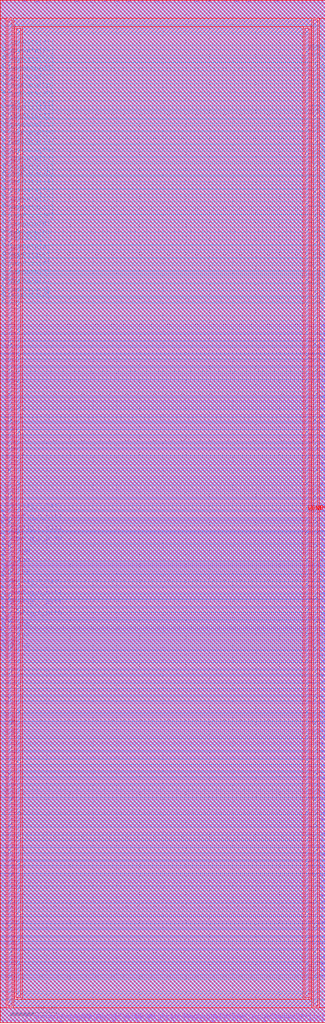
<source format=lef>
##
## LEF for PtnCells ;
## created by Innovus v15.20-p005_1 on Mon Jun 14 18:03:01 2021
##

VERSION 5.7 ;

BUSBITCHARS "[]" ;
DIVIDERCHAR "/" ;

MACRO W_IO
  CLASS BLOCK ;
  SIZE 69.9200 BY 219.6400 ;
  FOREIGN W_IO 0.0000 0.0000 ;
  ORIGIN 0 0 ;
  SYMMETRY X Y R90 ;
  PIN E1BEG[3]
    DIRECTION OUTPUT ;
    USE SIGNAL ;
    ANTENNAPARTIALMETALAREA 1.2207 LAYER met1  ;
    ANTENNAPARTIALMETALSIDEAREA 5.9955 LAYER met1  ;
    ANTENNAPARTIALCUTAREA 0.0225 LAYER via  ;
    ANTENNADIFFAREA 1.782 LAYER met2  ;
    ANTENNAPARTIALMETALAREA 5.5676 LAYER met2  ;
    ANTENNAPARTIALMETALSIDEAREA 27.72 LAYER met2  ;
    PORT
      LAYER met1 ;
        RECT 69.3250 84.7600 69.9200 84.9000 ;
    END
  END E1BEG[3]
  PIN E1BEG[2]
    DIRECTION OUTPUT ;
    USE SIGNAL ;
    ANTENNAPARTIALMETALAREA 0.8301 LAYER met1  ;
    ANTENNAPARTIALMETALSIDEAREA 4.0425 LAYER met1  ;
    ANTENNAPARTIALCUTAREA 0.0225 LAYER via  ;
    ANTENNADIFFAREA 1.782 LAYER met2  ;
    ANTENNAPARTIALMETALAREA 3.9296 LAYER met2  ;
    ANTENNAPARTIALMETALSIDEAREA 19.53 LAYER met2  ;
    PORT
      LAYER met1 ;
        RECT 69.3250 83.4000 69.9200 83.5400 ;
    END
  END E1BEG[2]
  PIN E1BEG[1]
    DIRECTION OUTPUT ;
    USE SIGNAL ;
    ANTENNAPARTIALMETALAREA 1.4265 LAYER met1  ;
    ANTENNAPARTIALMETALSIDEAREA 7.0245 LAYER met1  ;
    ANTENNAPARTIALCUTAREA 0.0225 LAYER via  ;
    ANTENNAPARTIALMETALAREA 1.2613 LAYER met2  ;
    ANTENNAPARTIALMETALSIDEAREA 6.1355 LAYER met2  ;
    ANTENNAPARTIALCUTAREA 0.04 LAYER via2  ;
    ANTENNADIFFAREA 1.782 LAYER met3  ;
    ANTENNAPARTIALMETALAREA 10.0968 LAYER met3  ;
    ANTENNAPARTIALMETALSIDEAREA 54.32 LAYER met3  ;
    PORT
      LAYER met1 ;
        RECT 69.3250 81.7000 69.9200 81.8400 ;
    END
  END E1BEG[1]
  PIN E1BEG[0]
    DIRECTION OUTPUT ;
    USE SIGNAL ;
    ANTENNAPARTIALMETALAREA 0.1385 LAYER met1  ;
    ANTENNAPARTIALMETALSIDEAREA 0.5845 LAYER met1  ;
    ANTENNAPARTIALCUTAREA 0.0225 LAYER via  ;
    ANTENNAPARTIALMETALAREA 0.9183 LAYER met2  ;
    ANTENNAPARTIALMETALSIDEAREA 4.4205 LAYER met2  ;
    ANTENNAPARTIALCUTAREA 0.04 LAYER via2  ;
    ANTENNADIFFAREA 1.782 LAYER met3  ;
    ANTENNAPARTIALMETALAREA 11.1558 LAYER met3  ;
    ANTENNAPARTIALMETALSIDEAREA 59.968 LAYER met3  ;
    PORT
      LAYER met1 ;
        RECT 69.3250 80.3400 69.9200 80.4800 ;
    END
  END E1BEG[0]
  PIN E2BEG[7]
    DIRECTION OUTPUT ;
    USE SIGNAL ;
    ANTENNADIFFAREA 0.368 LAYER met1  ;
    ANTENNAPARTIALMETALAREA 1.4713 LAYER met1  ;
    ANTENNAPARTIALMETALSIDEAREA 7.252 LAYER met1  ;
    PORT
      LAYER met1 ;
        RECT 69.3250 96.6600 69.9200 96.8000 ;
    END
  END E2BEG[7]
  PIN E2BEG[6]
    DIRECTION OUTPUT ;
    USE SIGNAL ;
    ANTENNAPARTIALMETALAREA 1.1353 LAYER met1  ;
    ANTENNAPARTIALMETALSIDEAREA 5.5685 LAYER met1  ;
    ANTENNAPARTIALCUTAREA 0.0225 LAYER via  ;
    ANTENNAPARTIALMETALAREA 0.1517 LAYER met2  ;
    ANTENNAPARTIALMETALSIDEAREA 0.5845 LAYER met2  ;
    ANTENNAPARTIALCUTAREA 0.04 LAYER via2  ;
    ANTENNADIFFAREA 0.368 LAYER met3  ;
    ANTENNAPARTIALMETALAREA 15.7068 LAYER met3  ;
    ANTENNAPARTIALMETALSIDEAREA 84.24 LAYER met3  ;
    PORT
      LAYER met1 ;
        RECT 69.3250 94.9600 69.9200 95.1000 ;
    END
  END E2BEG[6]
  PIN E2BEG[5]
    DIRECTION OUTPUT ;
    USE SIGNAL ;
    ANTENNADIFFAREA 0.368 LAYER met1  ;
    ANTENNAPARTIALMETALAREA 1.6001 LAYER met1  ;
    ANTENNAPARTIALMETALSIDEAREA 7.896 LAYER met1  ;
    PORT
      LAYER met1 ;
        RECT 69.3250 93.6000 69.9200 93.7400 ;
    END
  END E2BEG[5]
  PIN E2BEG[4]
    DIRECTION OUTPUT ;
    USE SIGNAL ;
    ANTENNAPARTIALMETALAREA 1.1353 LAYER met1  ;
    ANTENNAPARTIALMETALSIDEAREA 5.5685 LAYER met1  ;
    ANTENNAPARTIALCUTAREA 0.0225 LAYER via  ;
    ANTENNADIFFAREA 0.368 LAYER met2  ;
    ANTENNAPARTIALMETALAREA 2.1428 LAYER met2  ;
    ANTENNAPARTIALMETALSIDEAREA 10.36 LAYER met2  ;
    PORT
      LAYER met1 ;
        RECT 69.3250 92.2400 69.9200 92.3800 ;
    END
  END E2BEG[4]
  PIN E2BEG[3]
    DIRECTION OUTPUT ;
    USE SIGNAL ;
    ANTENNADIFFAREA 0.368 LAYER met1  ;
    ANTENNAPARTIALMETALAREA 4.0011 LAYER met1  ;
    ANTENNAPARTIALMETALSIDEAREA 19.901 LAYER met1  ;
    PORT
      LAYER met1 ;
        RECT 69.3250 90.5400 69.9200 90.6800 ;
    END
  END E2BEG[3]
  PIN E2BEG[2]
    DIRECTION OUTPUT ;
    USE SIGNAL ;
    ANTENNAPARTIALMETALAREA 1.2809 LAYER met1  ;
    ANTENNAPARTIALMETALSIDEAREA 6.2965 LAYER met1  ;
    ANTENNAPARTIALCUTAREA 0.0225 LAYER via  ;
    ANTENNAPARTIALMETALAREA 0.2603 LAYER met2  ;
    ANTENNAPARTIALMETALSIDEAREA 1.1305 LAYER met2  ;
    ANTENNAPARTIALCUTAREA 0.04 LAYER via2  ;
    ANTENNADIFFAREA 0.368 LAYER met3  ;
    ANTENNAPARTIALMETALAREA 11.6628 LAYER met3  ;
    ANTENNAPARTIALMETALSIDEAREA 62.672 LAYER met3  ;
    PORT
      LAYER met1 ;
        RECT 69.3250 89.1800 69.9200 89.3200 ;
    END
  END E2BEG[2]
  PIN E2BEG[1]
    DIRECTION OUTPUT ;
    USE SIGNAL ;
    ANTENNAPARTIALMETALAREA 0.9421 LAYER met1  ;
    ANTENNAPARTIALMETALSIDEAREA 4.6025 LAYER met1  ;
    ANTENNAPARTIALCUTAREA 0.0225 LAYER via  ;
    ANTENNAPARTIALMETALAREA 1.5147 LAYER met2  ;
    ANTENNAPARTIALMETALSIDEAREA 7.4025 LAYER met2  ;
    ANTENNAPARTIALCUTAREA 0.04 LAYER via2  ;
    ANTENNADIFFAREA 0.368 LAYER met3  ;
    ANTENNAPARTIALMETALAREA 5.0868 LAYER met3  ;
    ANTENNAPARTIALMETALSIDEAREA 27.6 LAYER met3  ;
    PORT
      LAYER met1 ;
        RECT 69.3250 87.8200 69.9200 87.9600 ;
    END
  END E2BEG[1]
  PIN E2BEG[0]
    DIRECTION OUTPUT ;
    USE SIGNAL ;
    ANTENNAPARTIALMETALAREA 0.4437 LAYER met1  ;
    ANTENNAPARTIALMETALSIDEAREA 2.1105 LAYER met1  ;
    ANTENNAPARTIALCUTAREA 0.0225 LAYER via  ;
    ANTENNAPARTIALMETALAREA 1.4699 LAYER met2  ;
    ANTENNAPARTIALMETALSIDEAREA 7.1785 LAYER met2  ;
    ANTENNAPARTIALCUTAREA 0.04 LAYER via2  ;
    ANTENNAPARTIALMETALAREA 4.447 LAYER met3  ;
    ANTENNAPARTIALMETALSIDEAREA 24.184 LAYER met3  ;
    ANTENNAPARTIALCUTAREA 0.04 LAYER via3  ;
    ANTENNADIFFAREA 0.368 LAYER met4  ;
    ANTENNAPARTIALMETALAREA 7.9878 LAYER met4  ;
    ANTENNAPARTIALMETALSIDEAREA 43.072 LAYER met4  ;
    PORT
      LAYER met1 ;
        RECT 69.3250 86.1200 69.9200 86.2600 ;
    END
  END E2BEG[0]
  PIN E2BEGb[7]
    DIRECTION OUTPUT ;
    USE SIGNAL ;
    ANTENNAPARTIALMETALAREA 1.4881 LAYER met1  ;
    ANTENNAPARTIALMETALSIDEAREA 7.3325 LAYER met1  ;
    ANTENNAPARTIALCUTAREA 0.0225 LAYER via  ;
    ANTENNADIFFAREA 0.368 LAYER met2  ;
    ANTENNAPARTIALMETALAREA 1.264 LAYER met2  ;
    ANTENNAPARTIALMETALSIDEAREA 6.202 LAYER met2  ;
    PORT
      LAYER met1 ;
        RECT 69.3250 108.2200 69.9200 108.3600 ;
    END
  END E2BEGb[7]
  PIN E2BEGb[6]
    DIRECTION OUTPUT ;
    USE SIGNAL ;
    ANTENNAPARTIALMETALAREA 1.1353 LAYER met1  ;
    ANTENNAPARTIALMETALSIDEAREA 5.5685 LAYER met1  ;
    ANTENNAPARTIALCUTAREA 0.0225 LAYER via  ;
    ANTENNAPARTIALMETALAREA 1.1087 LAYER met2  ;
    ANTENNAPARTIALMETALSIDEAREA 5.3725 LAYER met2  ;
    ANTENNAPARTIALCUTAREA 0.04 LAYER via2  ;
    ANTENNADIFFAREA 0.368 LAYER met3  ;
    ANTENNAPARTIALMETALAREA 14.2848 LAYER met3  ;
    ANTENNAPARTIALMETALSIDEAREA 76.656 LAYER met3  ;
    PORT
      LAYER met1 ;
        RECT 69.3250 106.8600 69.9200 107.0000 ;
    END
  END E2BEGb[6]
  PIN E2BEGb[5]
    DIRECTION OUTPUT ;
    USE SIGNAL ;
    ANTENNADIFFAREA 0.368 LAYER met1  ;
    ANTENNAPARTIALMETALAREA 1.5049 LAYER met1  ;
    ANTENNAPARTIALMETALSIDEAREA 7.42 LAYER met1  ;
    PORT
      LAYER met1 ;
        RECT 69.3250 105.5000 69.9200 105.6400 ;
    END
  END E2BEGb[5]
  PIN E2BEGb[4]
    DIRECTION OUTPUT ;
    USE SIGNAL ;
    ANTENNAPARTIALMETALAREA 0.2673 LAYER met1  ;
    ANTENNAPARTIALMETALSIDEAREA 1.2285 LAYER met1  ;
    ANTENNAPARTIALCUTAREA 0.0225 LAYER via  ;
    ANTENNAPARTIALMETALAREA 0.1231 LAYER met2  ;
    ANTENNAPARTIALMETALSIDEAREA 0.5075 LAYER met2  ;
    ANTENNAPARTIALCUTAREA 0.04 LAYER via2  ;
    ANTENNADIFFAREA 0.368 LAYER met3  ;
    ANTENNAPARTIALMETALAREA 15.7128 LAYER met3  ;
    ANTENNAPARTIALMETALSIDEAREA 84.272 LAYER met3  ;
    PORT
      LAYER met1 ;
        RECT 69.3250 103.8000 69.9200 103.9400 ;
    END
  END E2BEGb[4]
  PIN E2BEGb[3]
    DIRECTION OUTPUT ;
    USE SIGNAL ;
    ANTENNAPARTIALMETALAREA 2.3897 LAYER met1  ;
    ANTENNAPARTIALMETALSIDEAREA 11.8405 LAYER met1  ;
    ANTENNAPARTIALCUTAREA 0.0225 LAYER via  ;
    ANTENNADIFFAREA 0.368 LAYER met2  ;
    ANTENNAPARTIALMETALAREA 9.09 LAYER met2  ;
    ANTENNAPARTIALMETALSIDEAREA 45.332 LAYER met2  ;
    PORT
      LAYER met1 ;
        RECT 69.3250 102.4400 69.9200 102.5800 ;
    END
  END E2BEGb[3]
  PIN E2BEGb[2]
    DIRECTION OUTPUT ;
    USE SIGNAL ;
    ANTENNAPARTIALMETALAREA 0.2673 LAYER met1  ;
    ANTENNAPARTIALMETALSIDEAREA 1.2285 LAYER met1  ;
    ANTENNAPARTIALCUTAREA 0.0225 LAYER via  ;
    ANTENNAPARTIALMETALAREA 0.5123 LAYER met2  ;
    ANTENNAPARTIALMETALSIDEAREA 2.3905 LAYER met2  ;
    ANTENNAPARTIALCUTAREA 0.04 LAYER via2  ;
    ANTENNADIFFAREA 0.368 LAYER met3  ;
    ANTENNAPARTIALMETALAREA 16.7658 LAYER met3  ;
    ANTENNAPARTIALMETALSIDEAREA 89.888 LAYER met3  ;
    PORT
      LAYER met1 ;
        RECT 69.3250 101.0800 69.9200 101.2200 ;
    END
  END E2BEGb[2]
  PIN E2BEGb[1]
    DIRECTION OUTPUT ;
    USE SIGNAL ;
    ANTENNAPARTIALMETALAREA 3.2451 LAYER met1  ;
    ANTENNAPARTIALMETALSIDEAREA 16.1175 LAYER met1  ;
    ANTENNAPARTIALCUTAREA 0.0225 LAYER via  ;
    ANTENNAPARTIALMETALAREA 5.9933 LAYER met2  ;
    ANTENNAPARTIALMETALSIDEAREA 29.7955 LAYER met2  ;
    ANTENNAPARTIALCUTAREA 0.04 LAYER via2  ;
    ANTENNADIFFAREA 0.368 LAYER met3  ;
    ANTENNAPARTIALMETALAREA 3.7068 LAYER met3  ;
    ANTENNAPARTIALMETALSIDEAREA 20.24 LAYER met3  ;
    PORT
      LAYER met1 ;
        RECT 69.3250 99.3800 69.9200 99.5200 ;
    END
  END E2BEGb[1]
  PIN E2BEGb[0]
    DIRECTION OUTPUT ;
    USE SIGNAL ;
    ANTENNAPARTIALMETALAREA 4.4313 LAYER met1  ;
    ANTENNAPARTIALMETALSIDEAREA 22.0115 LAYER met1  ;
    ANTENNAPARTIALCUTAREA 0.0225 LAYER via  ;
    ANTENNAPARTIALMETALAREA 0.8091 LAYER met2  ;
    ANTENNAPARTIALMETALSIDEAREA 3.8745 LAYER met2  ;
    ANTENNAPARTIALCUTAREA 0.04 LAYER via2  ;
    ANTENNADIFFAREA 0.368 LAYER met3  ;
    ANTENNAPARTIALMETALAREA 2.3268 LAYER met3  ;
    ANTENNAPARTIALMETALSIDEAREA 12.88 LAYER met3  ;
    PORT
      LAYER met1 ;
        RECT 69.3250 98.0200 69.9200 98.1600 ;
    END
  END E2BEGb[0]
  PIN EE4BEG[15]
    DIRECTION OUTPUT ;
    USE SIGNAL ;
    ANTENNAPARTIALMETALAREA 0.2073 LAYER met1  ;
    ANTENNAPARTIALMETALSIDEAREA 0.959 LAYER met1  ;
    ANTENNAPARTIALCUTAREA 0.0225 LAYER via  ;
    ANTENNADIFFAREA 0.368 LAYER met2  ;
    ANTENNAPARTIALMETALAREA 2.6948 LAYER met2  ;
    ANTENNAPARTIALMETALSIDEAREA 13.356 LAYER met2  ;
    PORT
      LAYER met1 ;
        RECT 69.3250 132.0200 69.9200 132.1600 ;
    END
  END EE4BEG[15]
  PIN EE4BEG[14]
    DIRECTION OUTPUT ;
    USE SIGNAL ;
    ANTENNAPARTIALMETALAREA 0.5893 LAYER met1  ;
    ANTENNAPARTIALMETALSIDEAREA 2.8385 LAYER met1  ;
    ANTENNAPARTIALCUTAREA 0.0225 LAYER via  ;
    ANTENNAPARTIALMETALAREA 0.5067 LAYER met2  ;
    ANTENNAPARTIALMETALSIDEAREA 2.3625 LAYER met2  ;
    ANTENNAPARTIALCUTAREA 0.04 LAYER via2  ;
    ANTENNAPARTIALMETALAREA 0.331 LAYER met3  ;
    ANTENNAPARTIALMETALSIDEAREA 2.232 LAYER met3  ;
    ANTENNAPARTIALCUTAREA 0.04 LAYER via3  ;
    ANTENNADIFFAREA 0.368 LAYER met4  ;
    ANTENNAPARTIALMETALAREA 6.3408 LAYER met4  ;
    ANTENNAPARTIALMETALSIDEAREA 34.288 LAYER met4  ;
    PORT
      LAYER met1 ;
        RECT 69.3250 130.3200 69.9200 130.4600 ;
    END
  END EE4BEG[14]
  PIN EE4BEG[13]
    DIRECTION OUTPUT ;
    USE SIGNAL ;
    ANTENNAPARTIALMETALAREA 1.2683 LAYER met1  ;
    ANTENNAPARTIALMETALSIDEAREA 6.2335 LAYER met1  ;
    ANTENNAPARTIALCUTAREA 0.0225 LAYER via  ;
    ANTENNAPARTIALMETALAREA 1.2081 LAYER met2  ;
    ANTENNAPARTIALMETALSIDEAREA 5.8695 LAYER met2  ;
    ANTENNAPARTIALCUTAREA 0.04 LAYER via2  ;
    ANTENNADIFFAREA 0.368 LAYER met3  ;
    ANTENNAPARTIALMETALAREA 1.7748 LAYER met3  ;
    ANTENNAPARTIALMETALSIDEAREA 9.936 LAYER met3  ;
    PORT
      LAYER met1 ;
        RECT 69.3250 128.9600 69.9200 129.1000 ;
    END
  END EE4BEG[13]
  PIN EE4BEG[12]
    DIRECTION OUTPUT ;
    USE SIGNAL ;
    ANTENNAPARTIALMETALAREA 0.0384 LAYER met1  ;
    ANTENNAPARTIALMETALSIDEAREA 0.084 LAYER met1  ;
    ANTENNAPARTIALCUTAREA 0.0225 LAYER via  ;
    ANTENNAPARTIALMETALAREA 2.8167 LAYER met2  ;
    ANTENNAPARTIALMETALSIDEAREA 13.9125 LAYER met2  ;
    ANTENNAPARTIALCUTAREA 0.04 LAYER via2  ;
    ANTENNADIFFAREA 0.368 LAYER met3  ;
    ANTENNAPARTIALMETALAREA 13.2288 LAYER met3  ;
    ANTENNAPARTIALMETALSIDEAREA 71.024 LAYER met3  ;
    PORT
      LAYER met1 ;
        RECT 69.3250 127.6000 69.9200 127.7400 ;
    END
  END EE4BEG[12]
  PIN EE4BEG[11]
    DIRECTION OUTPUT ;
    USE SIGNAL ;
    ANTENNAPARTIALMETALAREA 0.1385 LAYER met1  ;
    ANTENNAPARTIALMETALSIDEAREA 0.5845 LAYER met1  ;
    ANTENNAPARTIALCUTAREA 0.0225 LAYER via  ;
    ANTENNADIFFAREA 0.368 LAYER met2  ;
    ANTENNAPARTIALMETALAREA 4.12 LAYER met2  ;
    ANTENNAPARTIALMETALSIDEAREA 20.482 LAYER met2  ;
    PORT
      LAYER met1 ;
        RECT 69.3250 125.9000 69.9200 126.0400 ;
    END
  END EE4BEG[11]
  PIN EE4BEG[10]
    DIRECTION OUTPUT ;
    USE SIGNAL ;
    ANTENNAPARTIALMETALAREA 2.9861 LAYER met1  ;
    ANTENNAPARTIALMETALSIDEAREA 14.8225 LAYER met1  ;
    ANTENNAPARTIALCUTAREA 0.0225 LAYER via  ;
    ANTENNADIFFAREA 0.368 LAYER met2  ;
    ANTENNAPARTIALMETALAREA 1.0736 LAYER met2  ;
    ANTENNAPARTIALMETALSIDEAREA 5.25 LAYER met2  ;
    PORT
      LAYER met1 ;
        RECT 69.3250 124.5400 69.9200 124.6800 ;
    END
  END EE4BEG[10]
  PIN EE4BEG[9]
    DIRECTION OUTPUT ;
    USE SIGNAL ;
    ANTENNAPARTIALMETALAREA 1.4237 LAYER met1  ;
    ANTENNAPARTIALMETALSIDEAREA 7.0105 LAYER met1  ;
    ANTENNAPARTIALCUTAREA 0.0225 LAYER via  ;
    ANTENNAPARTIALMETALAREA 1.9445 LAYER met2  ;
    ANTENNAPARTIALMETALSIDEAREA 9.5515 LAYER met2  ;
    ANTENNAPARTIALCUTAREA 0.04 LAYER via2  ;
    ANTENNADIFFAREA 0.368 LAYER met3  ;
    ANTENNAPARTIALMETALAREA 13.5018 LAYER met3  ;
    ANTENNAPARTIALMETALSIDEAREA 72.48 LAYER met3  ;
    PORT
      LAYER met1 ;
        RECT 69.3250 123.1800 69.9200 123.3200 ;
    END
  END EE4BEG[9]
  PIN EE4BEG[8]
    DIRECTION OUTPUT ;
    USE SIGNAL ;
    ANTENNAPARTIALMETALAREA 0.3961 LAYER met1  ;
    ANTENNAPARTIALMETALSIDEAREA 1.8725 LAYER met1  ;
    ANTENNAPARTIALCUTAREA 0.0225 LAYER via  ;
    ANTENNAPARTIALMETALAREA 1.8409 LAYER met2  ;
    ANTENNAPARTIALMETALSIDEAREA 9.0335 LAYER met2  ;
    ANTENNAPARTIALCUTAREA 0.04 LAYER via2  ;
    ANTENNADIFFAREA 0.368 LAYER met3  ;
    ANTENNAPARTIALMETALAREA 4.6728 LAYER met3  ;
    ANTENNAPARTIALMETALSIDEAREA 25.392 LAYER met3  ;
    PORT
      LAYER met1 ;
        RECT 69.3250 121.4800 69.9200 121.6200 ;
    END
  END EE4BEG[8]
  PIN EE4BEG[7]
    DIRECTION OUTPUT ;
    USE SIGNAL ;
    ANTENNAPARTIALMETALAREA 0.8469 LAYER met1  ;
    ANTENNAPARTIALMETALSIDEAREA 4.1265 LAYER met1  ;
    ANTENNAPARTIALCUTAREA 0.0225 LAYER via  ;
    ANTENNADIFFAREA 0.368 LAYER met2  ;
    ANTENNAPARTIALMETALAREA 3.9632 LAYER met2  ;
    ANTENNAPARTIALMETALSIDEAREA 19.698 LAYER met2  ;
    PORT
      LAYER met1 ;
        RECT 69.3250 120.1200 69.9200 120.2600 ;
    END
  END EE4BEG[7]
  PIN EE4BEG[6]
    DIRECTION OUTPUT ;
    USE SIGNAL ;
    ANTENNAPARTIALMETALAREA 0.0384 LAYER met1  ;
    ANTENNAPARTIALMETALSIDEAREA 0.084 LAYER met1  ;
    ANTENNAPARTIALCUTAREA 0.0225 LAYER via  ;
    ANTENNADIFFAREA 0.368 LAYER met2  ;
    ANTENNAPARTIALMETALAREA 3.2632 LAYER met2  ;
    ANTENNAPARTIALMETALSIDEAREA 16.198 LAYER met2  ;
    PORT
      LAYER met1 ;
        RECT 69.3250 118.7600 69.9200 118.9000 ;
    END
  END EE4BEG[6]
  PIN EE4BEG[5]
    DIRECTION OUTPUT ;
    USE SIGNAL ;
    ANTENNADIFFAREA 0.368 LAYER met1  ;
    ANTENNAPARTIALMETALAREA 3.3029 LAYER met1  ;
    ANTENNAPARTIALMETALSIDEAREA 16.373 LAYER met1  ;
    PORT
      LAYER met1 ;
        RECT 69.3250 117.0600 69.9200 117.2000 ;
    END
  END EE4BEG[5]
  PIN EE4BEG[4]
    DIRECTION OUTPUT ;
    USE SIGNAL ;
    ANTENNAPARTIALMETALAREA 0.3961 LAYER met1  ;
    ANTENNAPARTIALMETALSIDEAREA 1.8725 LAYER met1  ;
    ANTENNAPARTIALCUTAREA 0.0225 LAYER via  ;
    ANTENNADIFFAREA 0.368 LAYER met2  ;
    ANTENNAPARTIALMETALAREA 7.96 LAYER met2  ;
    ANTENNAPARTIALMETALSIDEAREA 39.564 LAYER met2  ;
    PORT
      LAYER met1 ;
        RECT 69.3250 115.7000 69.9200 115.8400 ;
    END
  END EE4BEG[4]
  PIN EE4BEG[3]
    DIRECTION OUTPUT ;
    USE SIGNAL ;
    ANTENNAPARTIALMETALAREA 1.3285 LAYER met1  ;
    ANTENNAPARTIALMETALSIDEAREA 6.5345 LAYER met1  ;
    ANTENNAPARTIALCUTAREA 0.0225 LAYER via  ;
    ANTENNAPARTIALMETALAREA 0.2141 LAYER met2  ;
    ANTENNAPARTIALMETALSIDEAREA 0.8995 LAYER met2  ;
    ANTENNAPARTIALCUTAREA 0.04 LAYER via2  ;
    ANTENNADIFFAREA 0.368 LAYER met3  ;
    ANTENNAPARTIALMETALAREA 3.1548 LAYER met3  ;
    ANTENNAPARTIALMETALSIDEAREA 17.296 LAYER met3  ;
    PORT
      LAYER met1 ;
        RECT 69.3250 114.3400 69.9200 114.4800 ;
    END
  END EE4BEG[3]
  PIN EE4BEG[2]
    DIRECTION OUTPUT ;
    USE SIGNAL ;
    ANTENNAPARTIALMETALAREA 0.9113 LAYER met1  ;
    ANTENNAPARTIALMETALSIDEAREA 4.4485 LAYER met1  ;
    ANTENNAPARTIALCUTAREA 0.0225 LAYER via  ;
    ANTENNAPARTIALMETALAREA 3.4425 LAYER met2  ;
    ANTENNAPARTIALMETALSIDEAREA 17.0415 LAYER met2  ;
    ANTENNAPARTIALCUTAREA 0.04 LAYER via2  ;
    ANTENNADIFFAREA 0.368 LAYER met3  ;
    ANTENNAPARTIALMETALAREA 11.2968 LAYER met3  ;
    ANTENNAPARTIALMETALSIDEAREA 60.72 LAYER met3  ;
    PORT
      LAYER met1 ;
        RECT 69.3250 112.6400 69.9200 112.7800 ;
    END
  END EE4BEG[2]
  PIN EE4BEG[1]
    DIRECTION OUTPUT ;
    USE SIGNAL ;
    ANTENNAPARTIALMETALAREA 0.7465 LAYER met1  ;
    ANTENNAPARTIALMETALSIDEAREA 3.5875 LAYER met1  ;
    ANTENNAPARTIALCUTAREA 0.0225 LAYER via  ;
    ANTENNADIFFAREA 0.368 LAYER met2  ;
    ANTENNAPARTIALMETALAREA 3.8876 LAYER met2  ;
    ANTENNAPARTIALMETALSIDEAREA 19.32 LAYER met2  ;
    PORT
      LAYER met1 ;
        RECT 69.3250 111.2800 69.9200 111.4200 ;
    END
  END EE4BEG[1]
  PIN EE4BEG[0]
    DIRECTION OUTPUT ;
    USE SIGNAL ;
    ANTENNAPARTIALMETALAREA 2.0201 LAYER met1  ;
    ANTENNAPARTIALMETALSIDEAREA 9.9925 LAYER met1  ;
    ANTENNAPARTIALCUTAREA 0.0225 LAYER via  ;
    ANTENNAPARTIALMETALAREA 0.8049 LAYER met2  ;
    ANTENNAPARTIALMETALSIDEAREA 3.8535 LAYER met2  ;
    ANTENNAPARTIALCUTAREA 0.04 LAYER via2  ;
    ANTENNADIFFAREA 0.368 LAYER met3  ;
    ANTENNAPARTIALMETALAREA 10.0068 LAYER met3  ;
    ANTENNAPARTIALMETALSIDEAREA 53.84 LAYER met3  ;
    PORT
      LAYER met1 ;
        RECT 69.3250 109.9200 69.9200 110.0600 ;
    END
  END EE4BEG[0]
  PIN E6BEG[11]
    DIRECTION OUTPUT ;
    USE SIGNAL ;
    ANTENNADIFFAREA 0.368 LAYER met1  ;
    ANTENNAPARTIALMETALAREA 1.4405 LAYER met1  ;
    ANTENNAPARTIALMETALSIDEAREA 7.098 LAYER met1  ;
    PORT
      LAYER met1 ;
        RECT 69.3250 149.7000 69.9200 149.8400 ;
    END
  END E6BEG[11]
  PIN E6BEG[10]
    DIRECTION OUTPUT ;
    USE SIGNAL ;
    ANTENNAPARTIALMETALAREA 1.1353 LAYER met1  ;
    ANTENNAPARTIALMETALSIDEAREA 5.5685 LAYER met1  ;
    ANTENNAPARTIALCUTAREA 0.0225 LAYER via  ;
    ANTENNAPARTIALMETALAREA 0.4549 LAYER met2  ;
    ANTENNAPARTIALMETALSIDEAREA 2.1035 LAYER met2  ;
    ANTENNAPARTIALCUTAREA 0.04 LAYER via2  ;
    ANTENNADIFFAREA 0.368 LAYER met3  ;
    ANTENNAPARTIALMETALAREA 17.3208 LAYER met3  ;
    ANTENNAPARTIALMETALSIDEAREA 92.848 LAYER met3  ;
    PORT
      LAYER met1 ;
        RECT 69.3250 148.0000 69.9200 148.1400 ;
    END
  END E6BEG[10]
  PIN E6BEG[9]
    DIRECTION OUTPUT ;
    USE SIGNAL ;
    ANTENNAPARTIALMETALAREA 1.3929 LAYER met1  ;
    ANTENNAPARTIALMETALSIDEAREA 6.8565 LAYER met1  ;
    ANTENNAPARTIALCUTAREA 0.0225 LAYER via  ;
    ANTENNAPARTIALMETALAREA 0.4745 LAYER met2  ;
    ANTENNAPARTIALMETALSIDEAREA 2.2015 LAYER met2  ;
    ANTENNAPARTIALCUTAREA 0.04 LAYER via2  ;
    ANTENNADIFFAREA 0.368 LAYER met3  ;
    ANTENNAPARTIALMETALAREA 8.4696 LAYER met3  ;
    ANTENNAPARTIALMETALSIDEAREA 46.112 LAYER met3  ;
    PORT
      LAYER met1 ;
        RECT 69.3250 146.6400 69.9200 146.7800 ;
    END
  END E6BEG[9]
  PIN E6BEG[8]
    DIRECTION OUTPUT ;
    USE SIGNAL ;
    ANTENNAPARTIALMETALAREA 1.7457 LAYER met1  ;
    ANTENNAPARTIALMETALSIDEAREA 8.6205 LAYER met1  ;
    ANTENNAPARTIALCUTAREA 0.0225 LAYER via  ;
    ANTENNAPARTIALMETALAREA 0.2099 LAYER met2  ;
    ANTENNAPARTIALMETALSIDEAREA 0.8785 LAYER met2  ;
    ANTENNAPARTIALCUTAREA 0.04 LAYER via2  ;
    ANTENNADIFFAREA 0.368 LAYER met3  ;
    ANTENNAPARTIALMETALAREA 11.9868 LAYER met3  ;
    ANTENNAPARTIALMETALSIDEAREA 64.4 LAYER met3  ;
    PORT
      LAYER met1 ;
        RECT 69.3250 145.2800 69.9200 145.4200 ;
    END
  END E6BEG[8]
  PIN E6BEG[7]
    DIRECTION OUTPUT ;
    USE SIGNAL ;
    ANTENNAPARTIALMETALAREA 1.0709 LAYER met1  ;
    ANTENNAPARTIALMETALSIDEAREA 5.2465 LAYER met1  ;
    ANTENNAPARTIALCUTAREA 0.0225 LAYER via  ;
    ANTENNADIFFAREA 0.368 LAYER met2  ;
    ANTENNAPARTIALMETALAREA 2.9356 LAYER met2  ;
    ANTENNAPARTIALMETALSIDEAREA 14.56 LAYER met2  ;
    PORT
      LAYER met1 ;
        RECT 69.3250 143.5800 69.9200 143.7200 ;
    END
  END E6BEG[7]
  PIN E6BEG[6]
    DIRECTION OUTPUT ;
    USE SIGNAL ;
    ANTENNAPARTIALMETALAREA 0.3961 LAYER met1  ;
    ANTENNAPARTIALMETALSIDEAREA 1.8725 LAYER met1  ;
    ANTENNAPARTIALCUTAREA 0.0225 LAYER via  ;
    ANTENNAPARTIALMETALAREA 1.9809 LAYER met2  ;
    ANTENNAPARTIALMETALSIDEAREA 9.7335 LAYER met2  ;
    ANTENNAPARTIALCUTAREA 0.04 LAYER via2  ;
    ANTENNADIFFAREA 0.368 LAYER met3  ;
    ANTENNAPARTIALMETALAREA 15.3438 LAYER met3  ;
    ANTENNAPARTIALMETALSIDEAREA 82.304 LAYER met3  ;
    PORT
      LAYER met1 ;
        RECT 69.3250 142.2200 69.9200 142.3600 ;
    END
  END E6BEG[6]
  PIN E6BEG[5]
    DIRECTION OUTPUT ;
    USE SIGNAL ;
    ANTENNADIFFAREA 0.368 LAYER met1  ;
    ANTENNAPARTIALMETALAREA 1.3117 LAYER met1  ;
    ANTENNAPARTIALMETALSIDEAREA 6.454 LAYER met1  ;
    PORT
      LAYER met1 ;
        RECT 69.3250 140.8600 69.9200 141.0000 ;
    END
  END E6BEG[5]
  PIN E6BEG[4]
    DIRECTION OUTPUT ;
    USE SIGNAL ;
    ANTENNAPARTIALMETALAREA 1.2977 LAYER met1  ;
    ANTENNAPARTIALMETALSIDEAREA 6.3805 LAYER met1  ;
    ANTENNAPARTIALCUTAREA 0.0225 LAYER via  ;
    ANTENNAPARTIALMETALAREA 0.2071 LAYER met2  ;
    ANTENNAPARTIALMETALSIDEAREA 0.8645 LAYER met2  ;
    ANTENNAPARTIALCUTAREA 0.04 LAYER via2  ;
    ANTENNADIFFAREA 0.368 LAYER met3  ;
    ANTENNAPARTIALMETALAREA 15.2958 LAYER met3  ;
    ANTENNAPARTIALMETALSIDEAREA 82.048 LAYER met3  ;
    PORT
      LAYER met1 ;
        RECT 69.3250 139.1600 69.9200 139.3000 ;
    END
  END E6BEG[4]
  PIN E6BEG[3]
    DIRECTION OUTPUT ;
    USE SIGNAL ;
    ANTENNAPARTIALMETALAREA 1.0541 LAYER met1  ;
    ANTENNAPARTIALMETALSIDEAREA 5.1625 LAYER met1  ;
    ANTENNAPARTIALCUTAREA 0.0225 LAYER via  ;
    ANTENNAPARTIALMETALAREA 2.5185 LAYER met2  ;
    ANTENNAPARTIALMETALSIDEAREA 12.4215 LAYER met2  ;
    ANTENNAPARTIALCUTAREA 0.04 LAYER via2  ;
    ANTENNADIFFAREA 0.368 LAYER met3  ;
    ANTENNAPARTIALMETALAREA 2.7408 LAYER met3  ;
    ANTENNAPARTIALMETALSIDEAREA 15.088 LAYER met3  ;
    PORT
      LAYER met1 ;
        RECT 69.3250 137.8000 69.9200 137.9400 ;
    END
  END E6BEG[3]
  PIN E6BEG[2]
    DIRECTION OUTPUT ;
    USE SIGNAL ;
    ANTENNAPARTIALMETALAREA 1.2977 LAYER met1  ;
    ANTENNAPARTIALMETALSIDEAREA 6.3805 LAYER met1  ;
    ANTENNAPARTIALCUTAREA 0.0225 LAYER via  ;
    ANTENNAPARTIALMETALAREA 0.7657 LAYER met2  ;
    ANTENNAPARTIALMETALSIDEAREA 3.6575 LAYER met2  ;
    ANTENNAPARTIALCUTAREA 0.04 LAYER via2  ;
    ANTENNADIFFAREA 0.368 LAYER met3  ;
    ANTENNAPARTIALMETALAREA 11.5698 LAYER met3  ;
    ANTENNAPARTIALMETALSIDEAREA 62.176 LAYER met3  ;
    PORT
      LAYER met1 ;
        RECT 69.3250 136.4400 69.9200 136.5800 ;
    END
  END E6BEG[2]
  PIN E6BEG[1]
    DIRECTION OUTPUT ;
    USE SIGNAL ;
    ANTENNAPARTIALMETALAREA 1.0065 LAYER met1  ;
    ANTENNAPARTIALMETALSIDEAREA 4.9245 LAYER met1  ;
    ANTENNAPARTIALCUTAREA 0.0225 LAYER via  ;
    ANTENNADIFFAREA 0.368 LAYER met2  ;
    ANTENNAPARTIALMETALAREA 0.5024 LAYER met2  ;
    ANTENNAPARTIALMETALSIDEAREA 2.394 LAYER met2  ;
    PORT
      LAYER met1 ;
        RECT 69.3250 134.4000 69.9200 134.5400 ;
    END
  END E6BEG[1]
  PIN E6BEG[0]
    DIRECTION OUTPUT ;
    USE SIGNAL ;
    ANTENNAPARTIALMETALAREA 0.7825 LAYER met1  ;
    ANTENNAPARTIALMETALSIDEAREA 3.8045 LAYER met1  ;
    ANTENNAPARTIALCUTAREA 0.0225 LAYER via  ;
    ANTENNAPARTIALMETALAREA 0.5081 LAYER met2  ;
    ANTENNAPARTIALMETALSIDEAREA 2.3695 LAYER met2  ;
    ANTENNAPARTIALCUTAREA 0.04 LAYER via2  ;
    ANTENNAPARTIALMETALAREA 12.106 LAYER met3  ;
    ANTENNAPARTIALMETALSIDEAREA 65.032 LAYER met3  ;
    ANTENNAPARTIALCUTAREA 0.04 LAYER via3  ;
    ANTENNADIFFAREA 0.368 LAYER met4  ;
    ANTENNAPARTIALMETALAREA 1.0338 LAYER met4  ;
    ANTENNAPARTIALMETALSIDEAREA 5.984 LAYER met4  ;
    PORT
      LAYER met1 ;
        RECT 69.3250 133.3800 69.9200 133.5200 ;
    END
  END E6BEG[0]
  PIN W1END[3]
    DIRECTION INPUT ;
    USE SIGNAL ;
    ANTENNAPARTIALMETALAREA 2.3155 LAYER met1  ;
    ANTENNAPARTIALMETALSIDEAREA 11.4695 LAYER met1  ;
    ANTENNAPARTIALCUTAREA 0.0225 LAYER via  ;
    ANTENNADIFFAREA 0.3744 LAYER met2  ;
    ANTENNAPARTIALMETALAREA 17.752 LAYER met2  ;
    ANTENNAPARTIALMETALSIDEAREA 88.298 LAYER met2  ;
    ANTENNAMODEL OXIDE1 ;
    ANTENNAGATEAREA 0.492 LAYER met2  ;
    ANTENNAMAXAREACAR 38.5257 LAYER met2  ;
    ANTENNAMAXSIDEAREACAR 186.373 LAYER met2  ;
    ANTENNAMAXCUTCAR 0.104472 LAYER via2  ;
    PORT
      LAYER met1 ;
        RECT 69.3250 14.0400 69.9200 14.1800 ;
    END
  END W1END[3]
  PIN W1END[2]
    DIRECTION INPUT ;
    USE SIGNAL ;
    ANTENNAPARTIALMETALAREA 3.7113 LAYER met1  ;
    ANTENNAPARTIALMETALSIDEAREA 18.4485 LAYER met1  ;
    ANTENNAPARTIALCUTAREA 0.0225 LAYER via  ;
    ANTENNADIFFAREA 0.3744 LAYER met2  ;
    ANTENNAPARTIALMETALAREA 12.4348 LAYER met2  ;
    ANTENNAPARTIALMETALSIDEAREA 61.712 LAYER met2  ;
    ANTENNAMODEL OXIDE1 ;
    ANTENNAGATEAREA 0.159 LAYER met2  ;
    ANTENNAMAXAREACAR 89.8814 LAYER met2  ;
    ANTENNAMAXSIDEAREACAR 429.686 LAYER met2  ;
    ANTENNAMAXCUTCAR 0.46478 LAYER via2  ;
    PORT
      LAYER met1 ;
        RECT 69.3250 12.6800 69.9200 12.8200 ;
    END
  END W1END[2]
  PIN W1END[1]
    DIRECTION INPUT ;
    USE SIGNAL ;
    ANTENNAPARTIALMETALAREA 0.7181 LAYER met1  ;
    ANTENNAPARTIALMETALSIDEAREA 3.4825 LAYER met1  ;
    ANTENNAPARTIALCUTAREA 0.0225 LAYER via  ;
    ANTENNAPARTIALMETALAREA 4.3679 LAYER met2  ;
    ANTENNAPARTIALMETALSIDEAREA 21.6685 LAYER met2  ;
    ANTENNAPARTIALCUTAREA 0.04 LAYER via2  ;
    ANTENNAPARTIALMETALAREA 17.416 LAYER met3  ;
    ANTENNAPARTIALMETALSIDEAREA 93.352 LAYER met3  ;
    ANTENNAPARTIALCUTAREA 0.04 LAYER via3  ;
    ANTENNADIFFAREA 0.3744 LAYER met4  ;
    ANTENNAPARTIALMETALAREA 21.3948 LAYER met4  ;
    ANTENNAPARTIALMETALSIDEAREA 114.576 LAYER met4  ;
    ANTENNAMODEL OXIDE1 ;
    ANTENNAGATEAREA 0.492 LAYER met4  ;
    ANTENNAMAXAREACAR 49.8946 LAYER met4  ;
    ANTENNAMAXSIDEAREACAR 260.549 LAYER met4  ;
    ANTENNAMAXCUTCAR 0.267073 LAYER via4  ;
    PORT
      LAYER met1 ;
        RECT 69.3250 11.3200 69.9200 11.4600 ;
    END
  END W1END[1]
  PIN W1END[0]
    DIRECTION INPUT ;
    USE SIGNAL ;
    ANTENNAPARTIALMETALAREA 1.7149 LAYER met1  ;
    ANTENNAPARTIALMETALSIDEAREA 8.4665 LAYER met1  ;
    ANTENNAPARTIALCUTAREA 0.0225 LAYER via  ;
    ANTENNAPARTIALMETALAREA 3.1177 LAYER met2  ;
    ANTENNAPARTIALMETALSIDEAREA 15.4175 LAYER met2  ;
    ANTENNAPARTIALCUTAREA 0.04 LAYER via2  ;
    ANTENNAPARTIALMETALAREA 2.47 LAYER met3  ;
    ANTENNAPARTIALMETALSIDEAREA 13.64 LAYER met3  ;
    ANTENNAPARTIALCUTAREA 0.04 LAYER via3  ;
    ANTENNADIFFAREA 0.3744 LAYER met4  ;
    ANTENNAPARTIALMETALAREA 23.9328 LAYER met4  ;
    ANTENNAPARTIALMETALSIDEAREA 128.112 LAYER met4  ;
    ANTENNAMODEL OXIDE1 ;
    ANTENNAGATEAREA 0.159 LAYER met4  ;
    ANTENNAMAXAREACAR 175.967 LAYER met4  ;
    ANTENNAMAXSIDEAREACAR 918.893 LAYER met4  ;
    ANTENNAMAXCUTCAR 0.826415 LAYER via4  ;
    PORT
      LAYER met1 ;
        RECT 69.3250 9.9600 69.9200 10.1000 ;
    END
  END W1END[0]
  PIN W2MID[7]
    DIRECTION INPUT ;
    USE SIGNAL ;
    ANTENNAPARTIALMETALAREA 5.1113 LAYER met1  ;
    ANTENNAPARTIALMETALSIDEAREA 25.4485 LAYER met1  ;
    ANTENNAPARTIALCUTAREA 0.0225 LAYER via  ;
    ANTENNADIFFAREA 0.378 LAYER met2  ;
    ANTENNAPARTIALMETALAREA 7.4275 LAYER met2  ;
    ANTENNAPARTIALMETALSIDEAREA 36.5995 LAYER met2  ;
    ANTENNAPARTIALCUTAREA 0.04 LAYER via2  ;
    ANTENNADIFFAREA 0.378 LAYER met3  ;
    ANTENNAPARTIALMETALAREA 2.491 LAYER met3  ;
    ANTENNAPARTIALMETALSIDEAREA 13.752 LAYER met3  ;
    ANTENNAPARTIALCUTAREA 0.04 LAYER via3  ;
    ANTENNADIFFAREA 1.3284 LAYER met4  ;
    ANTENNAPARTIALMETALAREA 5.7276 LAYER met4  ;
    ANTENNAPARTIALMETALSIDEAREA 31.488 LAYER met4  ;
    PORT
      LAYER met1 ;
        RECT 69.3250 25.9400 69.9200 26.0800 ;
    END
  END W2MID[7]
  PIN W2MID[6]
    DIRECTION INPUT ;
    USE SIGNAL ;
    ANTENNAPARTIALMETALAREA 1.2851 LAYER met1  ;
    ANTENNAPARTIALMETALSIDEAREA 6.3175 LAYER met1  ;
    ANTENNAPARTIALCUTAREA 0.0225 LAYER via  ;
    ANTENNAPARTIALMETALAREA 0.9477 LAYER met2  ;
    ANTENNAPARTIALMETALSIDEAREA 4.5675 LAYER met2  ;
    ANTENNAPARTIALCUTAREA 0.04 LAYER via2  ;
    ANTENNAPARTIALMETALAREA 0.1905 LAYER met3  ;
    ANTENNAPARTIALMETALSIDEAREA 1.464 LAYER met3  ;
    ANTENNAPARTIALCUTAREA 0.04 LAYER via3  ;
    ANTENNADIFFAREA 1.1304 LAYER met4  ;
    ANTENNAPARTIALMETALAREA 15.2436 LAYER met4  ;
    ANTENNAPARTIALMETALSIDEAREA 82.24 LAYER met4  ;
    PORT
      LAYER met1 ;
        RECT 69.3250 24.5800 69.9200 24.7200 ;
    END
  END W2MID[6]
  PIN W2MID[5]
    DIRECTION INPUT ;
    USE SIGNAL ;
    ANTENNAPARTIALMETALAREA 0.3961 LAYER met1  ;
    ANTENNAPARTIALMETALSIDEAREA 1.8725 LAYER met1  ;
    ANTENNAPARTIALCUTAREA 0.0225 LAYER via  ;
    ANTENNAPARTIALMETALAREA 1.5749 LAYER met2  ;
    ANTENNAPARTIALMETALSIDEAREA 7.7035 LAYER met2  ;
    ANTENNAPARTIALCUTAREA 0.04 LAYER via2  ;
    ANTENNAPARTIALMETALAREA 9.805 LAYER met3  ;
    ANTENNAPARTIALMETALSIDEAREA 52.76 LAYER met3  ;
    ANTENNAPARTIALCUTAREA 0.04 LAYER via3  ;
    ANTENNADIFFAREA 0.9432 LAYER met4  ;
    ANTENNAPARTIALMETALAREA 32.0526 LAYER met4  ;
    ANTENNAPARTIALMETALSIDEAREA 171.408 LAYER met4  ;
    PORT
      LAYER met1 ;
        RECT 69.3250 22.8800 69.9200 23.0200 ;
    END
  END W2MID[5]
  PIN W2MID[4]
    DIRECTION INPUT ;
    USE SIGNAL ;
    ANTENNAPARTIALMETALAREA 5.5145 LAYER met1  ;
    ANTENNAPARTIALMETALSIDEAREA 27.4645 LAYER met1  ;
    ANTENNAPARTIALCUTAREA 0.0225 LAYER via  ;
    ANTENNADIFFAREA 0.1872 LAYER met2  ;
    ANTENNAPARTIALMETALAREA 9.4315 LAYER met2  ;
    ANTENNAPARTIALMETALSIDEAREA 46.8685 LAYER met2  ;
    ANTENNAPARTIALCUTAREA 0.04 LAYER via2  ;
    ANTENNADIFFAREA 0.3744 LAYER met3  ;
    ANTENNAPARTIALMETALAREA 1.0933 LAYER met3  ;
    ANTENNAPARTIALMETALSIDEAREA 6.296 LAYER met3  ;
    ANTENNAPARTIALCUTAREA 0.04 LAYER via3  ;
    ANTENNADIFFAREA 0.936 LAYER met4  ;
    ANTENNAPARTIALMETALAREA 17.3547 LAYER met4  ;
    ANTENNAPARTIALMETALSIDEAREA 93.024 LAYER met4  ;
    PORT
      LAYER met1 ;
        RECT 69.3250 21.5200 69.9200 21.6600 ;
    END
  END W2MID[4]
  PIN W2MID[3]
    DIRECTION INPUT ;
    USE SIGNAL ;
    ANTENNAPARTIALMETALAREA 3.2269 LAYER met1  ;
    ANTENNAPARTIALMETALSIDEAREA 16.0265 LAYER met1  ;
    ANTENNAPARTIALCUTAREA 0.0225 LAYER via  ;
    ANTENNAPARTIALMETALAREA 7.0181 LAYER met2  ;
    ANTENNAPARTIALMETALSIDEAREA 34.9195 LAYER met2  ;
    ANTENNAPARTIALCUTAREA 0.04 LAYER via2  ;
    ANTENNADIFFAREA 0.378 LAYER met3  ;
    ANTENNAPARTIALMETALAREA 4.8732 LAYER met3  ;
    ANTENNAPARTIALMETALSIDEAREA 26.904 LAYER met3  ;
    ANTENNAPARTIALCUTAREA 0.04 LAYER via3  ;
    ANTENNADIFFAREA 0.9504 LAYER met4  ;
    ANTENNAPARTIALMETALAREA 2.8638 LAYER met4  ;
    ANTENNAPARTIALMETALSIDEAREA 15.744 LAYER met4  ;
    PORT
      LAYER met1 ;
        RECT 69.3250 20.1600 69.9200 20.3000 ;
    END
  END W2MID[3]
  PIN W2MID[2]
    DIRECTION INPUT ;
    USE SIGNAL ;
    ANTENNAPARTIALMETALAREA 3.3249 LAYER met1  ;
    ANTENNAPARTIALMETALSIDEAREA 16.5165 LAYER met1  ;
    ANTENNAPARTIALCUTAREA 0.0225 LAYER via  ;
    ANTENNADIFFAREA 0.9432 LAYER met2  ;
    ANTENNAPARTIALMETALAREA 12.2048 LAYER met2  ;
    ANTENNAPARTIALMETALSIDEAREA 60.228 LAYER met2  ;
    PORT
      LAYER met1 ;
        RECT 69.3250 18.4600 69.9200 18.6000 ;
    END
  END W2MID[2]
  PIN W2MID[1]
    DIRECTION INPUT ;
    USE SIGNAL ;
    ANTENNAPARTIALMETALAREA 2.5731 LAYER met1  ;
    ANTENNAPARTIALMETALSIDEAREA 12.7575 LAYER met1  ;
    ANTENNAPARTIALCUTAREA 0.0225 LAYER via  ;
    ANTENNAPARTIALMETALAREA 8.7443 LAYER met2  ;
    ANTENNAPARTIALMETALSIDEAREA 43.5505 LAYER met2  ;
    ANTENNAPARTIALCUTAREA 0.04 LAYER via2  ;
    ANTENNADIFFAREA 0.9432 LAYER met3  ;
    ANTENNAPARTIALMETALAREA 3.0168 LAYER met3  ;
    ANTENNAPARTIALMETALSIDEAREA 16.56 LAYER met3  ;
    PORT
      LAYER met1 ;
        RECT 69.3250 17.1000 69.9200 17.2400 ;
    END
  END W2MID[1]
  PIN W2MID[0]
    DIRECTION INPUT ;
    USE SIGNAL ;
    ANTENNAPARTIALMETALAREA 1.9081 LAYER met1  ;
    ANTENNAPARTIALMETALSIDEAREA 9.4325 LAYER met1  ;
    ANTENNAPARTIALCUTAREA 0.0225 LAYER via  ;
    ANTENNAPARTIALMETALAREA 10.3599 LAYER met2  ;
    ANTENNAPARTIALMETALSIDEAREA 51.6285 LAYER met2  ;
    ANTENNAPARTIALCUTAREA 0.04 LAYER via2  ;
    ANTENNADIFFAREA 0.936 LAYER met3  ;
    ANTENNAPARTIALMETALAREA 1.2228 LAYER met3  ;
    ANTENNAPARTIALMETALSIDEAREA 6.992 LAYER met3  ;
    PORT
      LAYER met1 ;
        RECT 69.3250 15.7400 69.9200 15.8800 ;
    END
  END W2MID[0]
  PIN W2END[7]
    DIRECTION INPUT ;
    USE SIGNAL ;
    ANTENNAPARTIALMETALAREA 1.7793 LAYER met1  ;
    ANTENNAPARTIALMETALSIDEAREA 8.7885 LAYER met1  ;
    ANTENNAPARTIALCUTAREA 0.0225 LAYER via  ;
    ANTENNAPARTIALMETALAREA 2.4275 LAYER met2  ;
    ANTENNAPARTIALMETALSIDEAREA 11.9665 LAYER met2  ;
    ANTENNAPARTIALCUTAREA 0.04 LAYER via2  ;
    ANTENNADIFFAREA 0.3816 LAYER met3  ;
    ANTENNAPARTIALMETALAREA 5.1418 LAYER met3  ;
    ANTENNAPARTIALMETALSIDEAREA 28.36 LAYER met3  ;
    ANTENNAPARTIALCUTAREA 0.04 LAYER via3  ;
    ANTENNADIFFAREA 0.7596 LAYER met4  ;
    ANTENNAPARTIALMETALAREA 16.0737 LAYER met4  ;
    ANTENNAPARTIALMETALSIDEAREA 86.192 LAYER met4  ;
    PORT
      LAYER met1 ;
        RECT 69.3250 37.8400 69.9200 37.9800 ;
    END
  END W2END[7]
  PIN W2END[6]
    DIRECTION INPUT ;
    USE SIGNAL ;
    ANTENNAPARTIALMETALAREA 3.7113 LAYER met1  ;
    ANTENNAPARTIALMETALSIDEAREA 18.4485 LAYER met1  ;
    ANTENNAPARTIALCUTAREA 0.0225 LAYER via  ;
    ANTENNAPARTIALMETALAREA 2.1097 LAYER met2  ;
    ANTENNAPARTIALMETALSIDEAREA 10.3775 LAYER met2  ;
    ANTENNAPARTIALCUTAREA 0.04 LAYER via2  ;
    ANTENNAPARTIALMETALAREA 1.918 LAYER met3  ;
    ANTENNAPARTIALMETALSIDEAREA 10.696 LAYER met3  ;
    ANTENNAPARTIALCUTAREA 0.04 LAYER via3  ;
    ANTENNADIFFAREA 0.9432 LAYER met4  ;
    ANTENNAPARTIALMETALAREA 25.4505 LAYER met4  ;
    ANTENNAPARTIALMETALSIDEAREA 136.192 LAYER met4  ;
    PORT
      LAYER met1 ;
        RECT 69.3250 36.1400 69.9200 36.2800 ;
    END
  END W2END[6]
  PIN W2END[5]
    DIRECTION INPUT ;
    USE SIGNAL ;
    ANTENNAPARTIALMETALAREA 0.4605 LAYER met1  ;
    ANTENNAPARTIALMETALSIDEAREA 2.1945 LAYER met1  ;
    ANTENNAPARTIALCUTAREA 0.0225 LAYER via  ;
    ANTENNAPARTIALMETALAREA 0.2547 LAYER met2  ;
    ANTENNAPARTIALMETALSIDEAREA 1.1025 LAYER met2  ;
    ANTENNAPARTIALCUTAREA 0.04 LAYER via2  ;
    ANTENNAPARTIALMETALAREA 5.782 LAYER met3  ;
    ANTENNAPARTIALMETALSIDEAREA 31.304 LAYER met3  ;
    ANTENNAPARTIALCUTAREA 0.04 LAYER via3  ;
    ANTENNADIFFAREA 0.9432 LAYER met4  ;
    ANTENNAPARTIALMETALAREA 28.8981 LAYER met4  ;
    ANTENNAPARTIALMETALSIDEAREA 156 LAYER met4  ;
    PORT
      LAYER met1 ;
        RECT 69.3250 34.7800 69.9200 34.9200 ;
    END
  END W2END[5]
  PIN W2END[4]
    DIRECTION INPUT ;
    USE SIGNAL ;
    ANTENNAPARTIALMETALAREA 3.9045 LAYER met1  ;
    ANTENNAPARTIALMETALSIDEAREA 19.4145 LAYER met1  ;
    ANTENNAPARTIALCUTAREA 0.0225 LAYER via  ;
    ANTENNAPARTIALMETALAREA 2.3197 LAYER met2  ;
    ANTENNAPARTIALMETALSIDEAREA 11.4275 LAYER met2  ;
    ANTENNAPARTIALCUTAREA 0.04 LAYER via2  ;
    ANTENNADIFFAREA 0.756 LAYER met3  ;
    ANTENNAPARTIALMETALAREA 4.2758 LAYER met3  ;
    ANTENNAPARTIALMETALSIDEAREA 24.208 LAYER met3  ;
    ANTENNAPARTIALCUTAREA 0.08 LAYER via3  ;
    ANTENNADIFFAREA 1.1304 LAYER met4  ;
    ANTENNAPARTIALMETALAREA 3.7146 LAYER met4  ;
    ANTENNAPARTIALMETALSIDEAREA 20.752 LAYER met4  ;
    PORT
      LAYER met1 ;
        RECT 69.3250 33.4200 69.9200 33.5600 ;
    END
  END W2END[4]
  PIN W2END[3]
    DIRECTION INPUT ;
    USE SIGNAL ;
    ANTENNAPARTIALMETALAREA 1.5217 LAYER met1  ;
    ANTENNAPARTIALMETALSIDEAREA 7.5005 LAYER met1  ;
    ANTENNAPARTIALCUTAREA 0.0225 LAYER via  ;
    ANTENNAPARTIALMETALAREA 3.1457 LAYER met2  ;
    ANTENNAPARTIALMETALSIDEAREA 15.5575 LAYER met2  ;
    ANTENNAPARTIALCUTAREA 0.04 LAYER via2  ;
    ANTENNADIFFAREA 0.9468 LAYER met3  ;
    ANTENNAPARTIALMETALAREA 7.9368 LAYER met3  ;
    ANTENNAPARTIALMETALSIDEAREA 42.8 LAYER met3  ;
    PORT
      LAYER met1 ;
        RECT 69.3250 31.7200 69.9200 31.8600 ;
    END
  END W2END[3]
  PIN W2END[2]
    DIRECTION INPUT ;
    USE SIGNAL ;
    ANTENNAPARTIALMETALAREA 4.6465 LAYER met1  ;
    ANTENNAPARTIALMETALSIDEAREA 23.1245 LAYER met1  ;
    ANTENNAPARTIALCUTAREA 0.0225 LAYER via  ;
    ANTENNADIFFAREA 0.9432 LAYER met2  ;
    ANTENNAPARTIALMETALAREA 9.7062 LAYER met2  ;
    ANTENNAPARTIALMETALSIDEAREA 47.509 LAYER met2  ;
    PORT
      LAYER met1 ;
        RECT 69.3250 30.3600 69.9200 30.5000 ;
    END
  END W2END[2]
  PIN W2END[1]
    DIRECTION INPUT ;
    USE SIGNAL ;
    ANTENNAPARTIALMETALAREA 4.2909 LAYER met1  ;
    ANTENNAPARTIALMETALSIDEAREA 21.3465 LAYER met1  ;
    ANTENNAPARTIALCUTAREA 0.0225 LAYER via  ;
    ANTENNADIFFAREA 0.5652 LAYER met2  ;
    ANTENNAPARTIALMETALAREA 7.3459 LAYER met2  ;
    ANTENNAPARTIALMETALSIDEAREA 36.2145 LAYER met2  ;
    ANTENNAPARTIALCUTAREA 0.04 LAYER via2  ;
    ANTENNADIFFAREA 0.7524 LAYER met3  ;
    ANTENNAPARTIALMETALAREA 4.8259 LAYER met3  ;
    ANTENNAPARTIALMETALSIDEAREA 26.2 LAYER met3  ;
    ANTENNAPARTIALCUTAREA 0.04 LAYER via3  ;
    ANTENNADIFFAREA 0.9432 LAYER met4  ;
    ANTENNAPARTIALMETALAREA 2.6808 LAYER met4  ;
    ANTENNAPARTIALMETALSIDEAREA 14.768 LAYER met4  ;
    PORT
      LAYER met1 ;
        RECT 69.3250 29.0000 69.9200 29.1400 ;
    END
  END W2END[1]
  PIN W2END[0]
    DIRECTION INPUT ;
    USE SIGNAL ;
    ANTENNAPARTIALMETALAREA 4.8705 LAYER met1  ;
    ANTENNAPARTIALMETALSIDEAREA 24.2445 LAYER met1  ;
    ANTENNAPARTIALCUTAREA 0.0225 LAYER via  ;
    ANTENNADIFFAREA 0.5652 LAYER met2  ;
    ANTENNAPARTIALMETALAREA 8.3147 LAYER met2  ;
    ANTENNAPARTIALMETALSIDEAREA 41.0585 LAYER met2  ;
    ANTENNAPARTIALCUTAREA 0.04 LAYER via2  ;
    ANTENNADIFFAREA 1.1268 LAYER met3  ;
    ANTENNAPARTIALMETALAREA 2.0508 LAYER met3  ;
    ANTENNAPARTIALMETALSIDEAREA 11.408 LAYER met3  ;
    PORT
      LAYER met1 ;
        RECT 69.3250 27.3000 69.9200 27.4400 ;
    END
  END W2END[0]
  PIN WW4END[15]
    DIRECTION INPUT ;
    USE SIGNAL ;
    ANTENNAPARTIALMETALAREA 0.6845 LAYER met1  ;
    ANTENNAPARTIALMETALSIDEAREA 3.3145 LAYER met1  ;
    ANTENNAPARTIALCUTAREA 0.0225 LAYER via  ;
    ANTENNAPARTIALMETALAREA 10.1401 LAYER met2  ;
    ANTENNAPARTIALMETALSIDEAREA 50.5295 LAYER met2  ;
    ANTENNAPARTIALCUTAREA 0.04 LAYER via2  ;
    ANTENNAPARTIALMETALAREA 8.242 LAYER met3  ;
    ANTENNAPARTIALMETALSIDEAREA 44.424 LAYER met3  ;
    ANTENNAPARTIALCUTAREA 0.04 LAYER via3  ;
    ANTENNADIFFAREA 0.5652 LAYER met4  ;
    ANTENNAPARTIALMETALAREA 1.5828 LAYER met4  ;
    ANTENNAPARTIALMETALSIDEAREA 8.912 LAYER met4  ;
    PORT
      LAYER met1 ;
        RECT 69.3250 61.3000 69.9200 61.4400 ;
    END
  END WW4END[15]
  PIN WW4END[14]
    DIRECTION INPUT ;
    USE SIGNAL ;
    ANTENNAPARTIALMETALAREA 0.9421 LAYER met1  ;
    ANTENNAPARTIALMETALSIDEAREA 4.6025 LAYER met1  ;
    ANTENNAPARTIALCUTAREA 0.0225 LAYER via  ;
    ANTENNAPARTIALMETALAREA 0.8707 LAYER met2  ;
    ANTENNAPARTIALMETALSIDEAREA 4.1825 LAYER met2  ;
    ANTENNAPARTIALCUTAREA 0.04 LAYER via2  ;
    ANTENNAPARTIALMETALAREA 5.137 LAYER met3  ;
    ANTENNAPARTIALMETALSIDEAREA 27.864 LAYER met3  ;
    ANTENNAPARTIALCUTAREA 0.04 LAYER via3  ;
    ANTENNADIFFAREA 0.5652 LAYER met4  ;
    ANTENNAPARTIALMETALAREA 21.7128 LAYER met4  ;
    ANTENNAPARTIALMETALSIDEAREA 116.272 LAYER met4  ;
    PORT
      LAYER met1 ;
        RECT 69.3250 59.9400 69.9200 60.0800 ;
    END
  END WW4END[14]
  PIN WW4END[13]
    DIRECTION INPUT ;
    USE SIGNAL ;
    ANTENNAPARTIALMETALAREA 0.1385 LAYER met1  ;
    ANTENNAPARTIALMETALSIDEAREA 0.5845 LAYER met1  ;
    ANTENNAPARTIALCUTAREA 0.0225 LAYER via  ;
    ANTENNAPARTIALMETALAREA 0.2365 LAYER met2  ;
    ANTENNAPARTIALMETALSIDEAREA 1.0115 LAYER met2  ;
    ANTENNAPARTIALCUTAREA 0.04 LAYER via2  ;
    ANTENNAPARTIALMETALAREA 12.403 LAYER met3  ;
    ANTENNAPARTIALMETALSIDEAREA 66.616 LAYER met3  ;
    ANTENNAPARTIALCUTAREA 0.04 LAYER via3  ;
    ANTENNADIFFAREA 0.5652 LAYER met4  ;
    ANTENNAPARTIALMETALAREA 18.6018 LAYER met4  ;
    ANTENNAPARTIALMETALSIDEAREA 99.68 LAYER met4  ;
    PORT
      LAYER met1 ;
        RECT 69.3250 58.2400 69.9200 58.3800 ;
    END
  END WW4END[13]
  PIN WW4END[12]
    DIRECTION INPUT ;
    USE SIGNAL ;
    ANTENNAPARTIALMETALAREA 1.7793 LAYER met1  ;
    ANTENNAPARTIALMETALSIDEAREA 8.7885 LAYER met1  ;
    ANTENNAPARTIALCUTAREA 0.0225 LAYER via  ;
    ANTENNAPARTIALMETALAREA 0.3163 LAYER met2  ;
    ANTENNAPARTIALMETALSIDEAREA 1.4105 LAYER met2  ;
    ANTENNAPARTIALCUTAREA 0.04 LAYER via2  ;
    ANTENNAPARTIALMETALAREA 4.816 LAYER met3  ;
    ANTENNAPARTIALMETALSIDEAREA 26.152 LAYER met3  ;
    ANTENNAPARTIALCUTAREA 0.04 LAYER via3  ;
    ANTENNADIFFAREA 0.5652 LAYER met4  ;
    ANTENNAPARTIALMETALAREA 30.1788 LAYER met4  ;
    ANTENNAPARTIALMETALSIDEAREA 161.424 LAYER met4  ;
    PORT
      LAYER met1 ;
        RECT 69.3250 56.8800 69.9200 57.0200 ;
    END
  END WW4END[12]
  PIN WW4END[11]
    DIRECTION INPUT ;
    USE SIGNAL ;
    ANTENNAPARTIALMETALAREA 1.0401 LAYER met1  ;
    ANTENNAPARTIALMETALSIDEAREA 5.0925 LAYER met1  ;
    ANTENNAPARTIALCUTAREA 0.0225 LAYER via  ;
    ANTENNAPARTIALMETALAREA 0.8539 LAYER met2  ;
    ANTENNAPARTIALMETALSIDEAREA 4.0985 LAYER met2  ;
    ANTENNAPARTIALCUTAREA 0.04 LAYER via2  ;
    ANTENNADIFFAREA 0.5652 LAYER met3  ;
    ANTENNAPARTIALMETALAREA 13.3896 LAYER met3  ;
    ANTENNAPARTIALMETALSIDEAREA 72.352 LAYER met3  ;
    PORT
      LAYER met1 ;
        RECT 69.3250 55.1800 69.9200 55.3200 ;
    END
  END WW4END[11]
  PIN WW4END[10]
    DIRECTION INPUT ;
    USE SIGNAL ;
    ANTENNAPARTIALMETALAREA 2.0369 LAYER met1  ;
    ANTENNAPARTIALMETALSIDEAREA 10.0765 LAYER met1  ;
    ANTENNAPARTIALCUTAREA 0.0225 LAYER via  ;
    ANTENNAPARTIALMETALAREA 2.3841 LAYER met2  ;
    ANTENNAPARTIALMETALSIDEAREA 11.7495 LAYER met2  ;
    ANTENNAPARTIALCUTAREA 0.04 LAYER via2  ;
    ANTENNADIFFAREA 0.5652 LAYER met3  ;
    ANTENNAPARTIALMETALAREA 0.6708 LAYER met3  ;
    ANTENNAPARTIALMETALSIDEAREA 4.048 LAYER met3  ;
    PORT
      LAYER met1 ;
        RECT 69.3250 53.8200 69.9200 53.9600 ;
    END
  END WW4END[10]
  PIN WW4END[9]
    DIRECTION INPUT ;
    USE SIGNAL ;
    ANTENNAPARTIALMETALAREA 1.9417 LAYER met1  ;
    ANTENNAPARTIALMETALSIDEAREA 9.6005 LAYER met1  ;
    ANTENNAPARTIALCUTAREA 0.0225 LAYER via  ;
    ANTENNAPARTIALMETALAREA 0.2813 LAYER met2  ;
    ANTENNAPARTIALMETALSIDEAREA 1.2355 LAYER met2  ;
    ANTENNAPARTIALCUTAREA 0.04 LAYER via2  ;
    ANTENNADIFFAREA 0.5652 LAYER met3  ;
    ANTENNAPARTIALMETALAREA 9.5028 LAYER met3  ;
    ANTENNAPARTIALMETALSIDEAREA 51.152 LAYER met3  ;
    PORT
      LAYER met1 ;
        RECT 69.3250 52.4600 69.9200 52.6000 ;
    END
  END WW4END[9]
  PIN WW4END[8]
    DIRECTION INPUT ;
    USE SIGNAL ;
    ANTENNAPARTIALMETALAREA 2.8405 LAYER met1  ;
    ANTENNAPARTIALMETALSIDEAREA 14.0945 LAYER met1  ;
    ANTENNAPARTIALCUTAREA 0.0225 LAYER via  ;
    ANTENNADIFFAREA 0.5652 LAYER met2  ;
    ANTENNAPARTIALMETALAREA 11.31 LAYER met2  ;
    ANTENNAPARTIALMETALSIDEAREA 56.098 LAYER met2  ;
    PORT
      LAYER met1 ;
        RECT 69.3250 51.1000 69.9200 51.2400 ;
    END
  END WW4END[8]
  PIN WW4END[7]
    DIRECTION INPUT ;
    USE SIGNAL ;
    ANTENNAPARTIALMETALAREA 2.6501 LAYER met1  ;
    ANTENNAPARTIALMETALSIDEAREA 13.1425 LAYER met1  ;
    ANTENNAPARTIALCUTAREA 0.0225 LAYER via  ;
    ANTENNAPARTIALMETALAREA 0.1517 LAYER met2  ;
    ANTENNAPARTIALMETALSIDEAREA 0.5845 LAYER met2  ;
    ANTENNAPARTIALCUTAREA 0.04 LAYER via2  ;
    ANTENNAPARTIALMETALAREA 1.918 LAYER met3  ;
    ANTENNAPARTIALMETALSIDEAREA 10.696 LAYER met3  ;
    ANTENNAPARTIALCUTAREA 0.04 LAYER via3  ;
    ANTENNADIFFAREA 0.5688 LAYER met4  ;
    ANTENNAPARTIALMETALAREA 11.4648 LAYER met4  ;
    ANTENNAPARTIALMETALSIDEAREA 61.616 LAYER met4  ;
    PORT
      LAYER met1 ;
        RECT 69.3250 49.4000 69.9200 49.5400 ;
    END
  END WW4END[7]
  PIN WW4END[6]
    DIRECTION INPUT ;
    USE SIGNAL ;
    ANTENNAPARTIALMETALAREA 0.1385 LAYER met1  ;
    ANTENNAPARTIALMETALSIDEAREA 0.5845 LAYER met1  ;
    ANTENNAPARTIALCUTAREA 0.0225 LAYER via  ;
    ANTENNAPARTIALMETALAREA 1.1269 LAYER met2  ;
    ANTENNAPARTIALMETALSIDEAREA 5.4635 LAYER met2  ;
    ANTENNAPARTIALCUTAREA 0.04 LAYER via2  ;
    ANTENNAPARTIALMETALAREA 5.389 LAYER met3  ;
    ANTENNAPARTIALMETALSIDEAREA 29.208 LAYER met3  ;
    ANTENNAPARTIALCUTAREA 0.04 LAYER via3  ;
    ANTENNADIFFAREA 0.5688 LAYER met4  ;
    ANTENNAPARTIALMETALAREA 30.4905 LAYER met4  ;
    ANTENNAPARTIALMETALSIDEAREA 163.552 LAYER met4  ;
    PORT
      LAYER met1 ;
        RECT 69.3250 48.0400 69.9200 48.1800 ;
    END
  END WW4END[6]
  PIN WW4END[5]
    DIRECTION INPUT ;
    USE SIGNAL ;
    ANTENNAPARTIALMETALAREA 1.0401 LAYER met1  ;
    ANTENNAPARTIALMETALSIDEAREA 5.0925 LAYER met1  ;
    ANTENNAPARTIALCUTAREA 0.0225 LAYER via  ;
    ANTENNAPARTIALMETALAREA 0.2071 LAYER met2  ;
    ANTENNAPARTIALMETALSIDEAREA 0.8645 LAYER met2  ;
    ANTENNAPARTIALCUTAREA 0.04 LAYER via2  ;
    ANTENNAPARTIALMETALAREA 0.1905 LAYER met3  ;
    ANTENNAPARTIALMETALSIDEAREA 1.464 LAYER met3  ;
    ANTENNAPARTIALCUTAREA 0.04 LAYER via3  ;
    ANTENNADIFFAREA 0.5688 LAYER met4  ;
    ANTENNAPARTIALMETALAREA 28.8978 LAYER met4  ;
    ANTENNAPARTIALMETALSIDEAREA 154.592 LAYER met4  ;
    PORT
      LAYER met1 ;
        RECT 69.3250 46.6800 69.9200 46.8200 ;
    END
  END WW4END[5]
  PIN WW4END[4]
    DIRECTION INPUT ;
    USE SIGNAL ;
    ANTENNAPARTIALMETALAREA 0.3961 LAYER met1  ;
    ANTENNAPARTIALMETALSIDEAREA 1.8725 LAYER met1  ;
    ANTENNAPARTIALCUTAREA 0.0225 LAYER via  ;
    ANTENNAPARTIALMETALAREA 0.2743 LAYER met2  ;
    ANTENNAPARTIALMETALSIDEAREA 1.2005 LAYER met2  ;
    ANTENNAPARTIALCUTAREA 0.04 LAYER via2  ;
    ANTENNAPARTIALMETALAREA 1.159 LAYER met3  ;
    ANTENNAPARTIALMETALSIDEAREA 6.648 LAYER met3  ;
    ANTENNAPARTIALCUTAREA 0.04 LAYER via3  ;
    ANTENNADIFFAREA 0.5688 LAYER met4  ;
    ANTENNAPARTIALMETALAREA 36.3126 LAYER met4  ;
    ANTENNAPARTIALMETALSIDEAREA 194.608 LAYER met4  ;
    PORT
      LAYER met1 ;
        RECT 69.3250 44.9800 69.9200 45.1200 ;
    END
  END WW4END[4]
  PIN WW4END[3]
    DIRECTION INPUT ;
    USE SIGNAL ;
    ANTENNAPARTIALMETALAREA 1.5553 LAYER met1  ;
    ANTENNAPARTIALMETALSIDEAREA 7.6685 LAYER met1  ;
    ANTENNAPARTIALCUTAREA 0.0225 LAYER via  ;
    ANTENNAPARTIALMETALAREA 0.2085 LAYER met2  ;
    ANTENNAPARTIALMETALSIDEAREA 0.8715 LAYER met2  ;
    ANTENNAPARTIALCUTAREA 0.04 LAYER via2  ;
    ANTENNADIFFAREA 0.5724 LAYER met3  ;
    ANTENNAPARTIALMETALAREA 7.8468 LAYER met3  ;
    ANTENNAPARTIALMETALSIDEAREA 42.32 LAYER met3  ;
    PORT
      LAYER met1 ;
        RECT 69.3250 43.6200 69.9200 43.7600 ;
    END
  END WW4END[3]
  PIN WW4END[2]
    DIRECTION INPUT ;
    USE SIGNAL ;
    ANTENNAPARTIALMETALAREA 1.3117 LAYER met1  ;
    ANTENNAPARTIALMETALSIDEAREA 6.4505 LAYER met1  ;
    ANTENNAPARTIALCUTAREA 0.0225 LAYER via  ;
    ANTENNAPARTIALMETALAREA 4.1621 LAYER met2  ;
    ANTENNAPARTIALMETALSIDEAREA 20.6395 LAYER met2  ;
    ANTENNAPARTIALCUTAREA 0.04 LAYER via2  ;
    ANTENNAPARTIALMETALAREA 0.952 LAYER met3  ;
    ANTENNAPARTIALMETALSIDEAREA 5.544 LAYER met3  ;
    ANTENNAPARTIALCUTAREA 0.04 LAYER via3  ;
    ANTENNADIFFAREA 0.5724 LAYER met4  ;
    ANTENNAPARTIALMETALAREA 3.2298 LAYER met4  ;
    ANTENNAPARTIALMETALSIDEAREA 17.696 LAYER met4  ;
    PORT
      LAYER met1 ;
        RECT 69.3250 42.2600 69.9200 42.4000 ;
    END
  END WW4END[2]
  PIN WW4END[1]
    DIRECTION INPUT ;
    USE SIGNAL ;
    ANTENNAPARTIALMETALAREA 6.2061 LAYER met1  ;
    ANTENNAPARTIALMETALSIDEAREA 30.9225 LAYER met1  ;
    ANTENNAPARTIALCUTAREA 0.0225 LAYER via  ;
    ANTENNAPARTIALMETALAREA 1.5777 LAYER met2  ;
    ANTENNAPARTIALMETALSIDEAREA 7.7175 LAYER met2  ;
    ANTENNAPARTIALCUTAREA 0.04 LAYER via2  ;
    ANTENNAPARTIALMETALAREA 1.435 LAYER met3  ;
    ANTENNAPARTIALMETALSIDEAREA 8.12 LAYER met3  ;
    ANTENNAPARTIALCUTAREA 0.04 LAYER via3  ;
    ANTENNADIFFAREA 0.5724 LAYER met4  ;
    ANTENNAPARTIALMETALAREA 13.0008 LAYER met4  ;
    ANTENNAPARTIALMETALSIDEAREA 69.808 LAYER met4  ;
    PORT
      LAYER met1 ;
        RECT 69.3250 40.5600 69.9200 40.7000 ;
    END
  END WW4END[1]
  PIN WW4END[0]
    DIRECTION INPUT ;
    USE SIGNAL ;
    ANTENNAPARTIALMETALAREA 2.1657 LAYER met1  ;
    ANTENNAPARTIALMETALSIDEAREA 10.7205 LAYER met1  ;
    ANTENNAPARTIALCUTAREA 0.0225 LAYER via  ;
    ANTENNADIFFAREA 0.5724 LAYER met2  ;
    ANTENNAPARTIALMETALAREA 12.9776 LAYER met2  ;
    ANTENNAPARTIALMETALSIDEAREA 64.554 LAYER met2  ;
    PORT
      LAYER met1 ;
        RECT 69.3250 39.2000 69.9200 39.3400 ;
    END
  END WW4END[0]
  PIN W6END[11]
    DIRECTION INPUT ;
    USE SIGNAL ;
    ANTENNAPARTIALMETALAREA 0.9113 LAYER met1  ;
    ANTENNAPARTIALMETALSIDEAREA 4.4485 LAYER met1  ;
    ANTENNAPARTIALCUTAREA 0.0225 LAYER via  ;
    ANTENNAPARTIALMETALAREA 0.2113 LAYER met2  ;
    ANTENNAPARTIALMETALSIDEAREA 0.8855 LAYER met2  ;
    ANTENNAPARTIALCUTAREA 0.04 LAYER via2  ;
    ANTENNADIFFAREA 0.5616 LAYER met3  ;
    ANTENNAPARTIALMETALAREA 13.7685 LAYER met3  ;
    ANTENNAPARTIALMETALSIDEAREA 74.368 LAYER met3  ;
    PORT
      LAYER met1 ;
        RECT 69.3250 78.9800 69.9200 79.1200 ;
    END
  END W6END[11]
  PIN W6END[10]
    DIRECTION INPUT ;
    USE SIGNAL ;
    ANTENNAPARTIALMETALAREA 0.0384 LAYER met1  ;
    ANTENNAPARTIALMETALSIDEAREA 0.084 LAYER met1  ;
    ANTENNAPARTIALCUTAREA 0.0225 LAYER via  ;
    ANTENNAPARTIALMETALAREA 1.5119 LAYER met2  ;
    ANTENNAPARTIALMETALSIDEAREA 7.3885 LAYER met2  ;
    ANTENNAPARTIALCUTAREA 0.04 LAYER via2  ;
    ANTENNAPARTIALMETALAREA 4.678 LAYER met3  ;
    ANTENNAPARTIALMETALSIDEAREA 25.416 LAYER met3  ;
    ANTENNAPARTIALCUTAREA 0.04 LAYER via3  ;
    ANTENNADIFFAREA 0.7524 LAYER met4  ;
    ANTENNAPARTIALMETALAREA 8.7198 LAYER met4  ;
    ANTENNAPARTIALMETALSIDEAREA 46.976 LAYER met4  ;
    PORT
      LAYER met1 ;
        RECT 69.3250 77.6200 69.9200 77.7600 ;
    END
  END W6END[10]
  PIN W6END[9]
    DIRECTION INPUT ;
    USE SIGNAL ;
    ANTENNAPARTIALMETALAREA 1.1661 LAYER met1  ;
    ANTENNAPARTIALMETALSIDEAREA 5.7225 LAYER met1  ;
    ANTENNAPARTIALCUTAREA 0.0225 LAYER via  ;
    ANTENNADIFFAREA 0.3816 LAYER met2  ;
    ANTENNAPARTIALMETALAREA 8.2627 LAYER met2  ;
    ANTENNAPARTIALMETALSIDEAREA 40.6805 LAYER met2  ;
    ANTENNAPARTIALCUTAREA 0.04 LAYER via2  ;
    ANTENNADIFFAREA 0.5688 LAYER met3  ;
    ANTENNAPARTIALMETALAREA 3.4308 LAYER met3  ;
    ANTENNAPARTIALMETALSIDEAREA 18.768 LAYER met3  ;
    PORT
      LAYER met1 ;
        RECT 69.3250 75.9200 69.9200 76.0600 ;
    END
  END W6END[9]
  PIN W6END[8]
    DIRECTION INPUT ;
    USE SIGNAL ;
    ANTENNAPARTIALMETALAREA 1.5049 LAYER met1  ;
    ANTENNAPARTIALMETALSIDEAREA 7.4165 LAYER met1  ;
    ANTENNAPARTIALCUTAREA 0.0225 LAYER via  ;
    ANTENNAPARTIALMETALAREA 6.5169 LAYER met2  ;
    ANTENNAPARTIALMETALSIDEAREA 32.4135 LAYER met2  ;
    ANTENNAPARTIALCUTAREA 0.04 LAYER via2  ;
    ANTENNADIFFAREA 0.756 LAYER met3  ;
    ANTENNAPARTIALMETALAREA 6.0144 LAYER met3  ;
    ANTENNAPARTIALMETALSIDEAREA 33.488 LAYER met3  ;
    PORT
      LAYER met1 ;
        RECT 69.3250 74.5600 69.9200 74.7000 ;
    END
  END W6END[8]
  PIN W6END[7]
    DIRECTION INPUT ;
    USE SIGNAL ;
    ANTENNAPARTIALMETALAREA 1.3929 LAYER met1  ;
    ANTENNAPARTIALMETALSIDEAREA 6.8565 LAYER met1  ;
    ANTENNAPARTIALCUTAREA 0.0225 LAYER via  ;
    ANTENNADIFFAREA 1.134 LAYER met2  ;
    ANTENNAPARTIALMETALAREA 10.6484 LAYER met2  ;
    ANTENNAPARTIALMETALSIDEAREA 52.318 LAYER met2  ;
    PORT
      LAYER met1 ;
        RECT 69.3250 73.2000 69.9200 73.3400 ;
    END
  END W6END[7]
  PIN W6END[6]
    DIRECTION INPUT ;
    USE SIGNAL ;
    ANTENNAPARTIALMETALAREA 1.0401 LAYER met1  ;
    ANTENNAPARTIALMETALSIDEAREA 5.0925 LAYER met1  ;
    ANTENNAPARTIALCUTAREA 0.0225 LAYER via  ;
    ANTENNAPARTIALMETALAREA 0.2337 LAYER met2  ;
    ANTENNAPARTIALMETALSIDEAREA 0.9975 LAYER met2  ;
    ANTENNAPARTIALCUTAREA 0.04 LAYER via2  ;
    ANTENNAPARTIALMETALAREA 0.814 LAYER met3  ;
    ANTENNAPARTIALMETALSIDEAREA 4.808 LAYER met3  ;
    ANTENNAPARTIALCUTAREA 0.04 LAYER via3  ;
    ANTENNADIFFAREA 1.134 LAYER met4  ;
    ANTENNAPARTIALMETALAREA 26.6214 LAYER met4  ;
    ANTENNAPARTIALMETALSIDEAREA 143.392 LAYER met4  ;
    PORT
      LAYER met1 ;
        RECT 69.3250 71.5000 69.9200 71.6400 ;
    END
  END W6END[6]
  PIN W6END[5]
    DIRECTION INPUT ;
    USE SIGNAL ;
    ANTENNAPARTIALMETALAREA 5.0777 LAYER met1  ;
    ANTENNAPARTIALMETALSIDEAREA 25.2805 LAYER met1  ;
    ANTENNAPARTIALCUTAREA 0.0225 LAYER via  ;
    ANTENNAPARTIALMETALAREA 2.4961 LAYER met2  ;
    ANTENNAPARTIALMETALSIDEAREA 12.3095 LAYER met2  ;
    ANTENNAPARTIALCUTAREA 0.04 LAYER via2  ;
    ANTENNADIFFAREA 0.1872 LAYER met3  ;
    ANTENNAPARTIALMETALAREA 4.7254 LAYER met3  ;
    ANTENNAPARTIALMETALSIDEAREA 25.664 LAYER met3  ;
    ANTENNAPARTIALCUTAREA 0.04 LAYER via3  ;
    ANTENNADIFFAREA 1.1304 LAYER met4  ;
    ANTENNAPARTIALMETALAREA 15.8166 LAYER met4  ;
    ANTENNAPARTIALMETALSIDEAREA 85.296 LAYER met4  ;
    PORT
      LAYER met1 ;
        RECT 69.3250 70.1400 69.9200 70.2800 ;
    END
  END W6END[5]
  PIN W6END[4]
    DIRECTION INPUT ;
    USE SIGNAL ;
    ANTENNAPARTIALMETALAREA 0.0384 LAYER met1  ;
    ANTENNAPARTIALMETALSIDEAREA 0.084 LAYER met1  ;
    ANTENNAPARTIALCUTAREA 0.0225 LAYER via  ;
    ANTENNAPARTIALMETALAREA 5.6545 LAYER met2  ;
    ANTENNAPARTIALMETALSIDEAREA 28.1015 LAYER met2  ;
    ANTENNAPARTIALCUTAREA 0.04 LAYER via2  ;
    ANTENNADIFFAREA 1.1304 LAYER met3  ;
    ANTENNAPARTIALMETALAREA 11.7558 LAYER met3  ;
    ANTENNAPARTIALMETALSIDEAREA 63.168 LAYER met3  ;
    PORT
      LAYER met1 ;
        RECT 69.3250 68.7800 69.9200 68.9200 ;
    END
  END W6END[4]
  PIN W6END[3]
    DIRECTION INPUT ;
    USE SIGNAL ;
    ANTENNAPARTIALMETALAREA 0.8777 LAYER met1  ;
    ANTENNAPARTIALMETALSIDEAREA 4.2805 LAYER met1  ;
    ANTENNAPARTIALCUTAREA 0.0225 LAYER via  ;
    ANTENNAPARTIALMETALAREA 1.6589 LAYER met2  ;
    ANTENNAPARTIALMETALSIDEAREA 8.1235 LAYER met2  ;
    ANTENNAPARTIALCUTAREA 0.04 LAYER via2  ;
    ANTENNADIFFAREA 1.1412 LAYER met3  ;
    ANTENNAPARTIALMETALAREA 16.8243 LAYER met3  ;
    ANTENNAPARTIALMETALSIDEAREA 90.656 LAYER met3  ;
    PORT
      LAYER met1 ;
        RECT 69.3250 66.7400 69.9200 66.8800 ;
    END
  END W6END[3]
  PIN W6END[2]
    DIRECTION INPUT ;
    USE SIGNAL ;
    ANTENNAPARTIALMETALAREA 0.8469 LAYER met1  ;
    ANTENNAPARTIALMETALSIDEAREA 4.1265 LAYER met1  ;
    ANTENNAPARTIALCUTAREA 0.0225 LAYER via  ;
    ANTENNAPARTIALMETALAREA 2.4527 LAYER met2  ;
    ANTENNAPARTIALMETALSIDEAREA 12.0925 LAYER met2  ;
    ANTENNAPARTIALCUTAREA 0.04 LAYER via2  ;
    ANTENNADIFFAREA 0.9504 LAYER met3  ;
    ANTENNAPARTIALMETALAREA 9.1983 LAYER met3  ;
    ANTENNAPARTIALMETALSIDEAREA 50.464 LAYER met3  ;
    PORT
      LAYER met1 ;
        RECT 69.3250 65.7200 69.9200 65.8600 ;
    END
  END W6END[2]
  PIN W6END[1]
    DIRECTION INPUT ;
    USE SIGNAL ;
    ANTENNAPARTIALMETALAREA 1.7625 LAYER met1  ;
    ANTENNAPARTIALMETALSIDEAREA 8.7045 LAYER met1  ;
    ANTENNAPARTIALCUTAREA 0.0225 LAYER via  ;
    ANTENNAPARTIALMETALAREA 0.2463 LAYER met2  ;
    ANTENNAPARTIALMETALSIDEAREA 1.0605 LAYER met2  ;
    ANTENNAPARTIALCUTAREA 0.04 LAYER via2  ;
    ANTENNAPARTIALMETALAREA 12.931 LAYER met3  ;
    ANTENNAPARTIALMETALSIDEAREA 69.432 LAYER met3  ;
    ANTENNAPARTIALCUTAREA 0.04 LAYER via3  ;
    ANTENNADIFFAREA 1.1304 LAYER met4  ;
    ANTENNAPARTIALMETALAREA 6.3408 LAYER met4  ;
    ANTENNAPARTIALMETALSIDEAREA 34.288 LAYER met4  ;
    PORT
      LAYER met1 ;
        RECT 69.3250 64.3600 69.9200 64.5000 ;
    END
  END W6END[1]
  PIN W6END[0]
    DIRECTION INPUT ;
    USE SIGNAL ;
    ANTENNAPARTIALMETALAREA 0.5841 LAYER met1  ;
    ANTENNAPARTIALMETALSIDEAREA 2.7755 LAYER met1  ;
    ANTENNAPARTIALCUTAREA 0.0225 LAYER via  ;
    ANTENNAPARTIALMETALAREA 0.3289 LAYER met2  ;
    ANTENNAPARTIALMETALSIDEAREA 1.4735 LAYER met2  ;
    ANTENNAPARTIALCUTAREA 0.04 LAYER via2  ;
    ANTENNADIFFAREA 0.1908 LAYER met3  ;
    ANTENNAPARTIALMETALAREA 2.8873 LAYER met3  ;
    ANTENNAPARTIALMETALSIDEAREA 15.864 LAYER met3  ;
    ANTENNAPARTIALCUTAREA 0.04 LAYER via3  ;
    ANTENNADIFFAREA 0.9432 LAYER met4  ;
    ANTENNAPARTIALMETALAREA 1.2168 LAYER met4  ;
    ANTENNAPARTIALMETALSIDEAREA 6.96 LAYER met4  ;
    PORT
      LAYER met1 ;
        RECT 69.3250 62.6600 69.9200 62.8000 ;
    END
  END W6END[0]
  PIN A_I_top
    DIRECTION OUTPUT ;
    USE SIGNAL ;
    ANTENNAPARTIALMETALAREA 1.2851 LAYER met1  ;
    ANTENNAPARTIALMETALSIDEAREA 6.3175 LAYER met1  ;
    ANTENNAPARTIALCUTAREA 0.0225 LAYER via  ;
    ANTENNAPARTIALMETALAREA 6.8207 LAYER met2  ;
    ANTENNAPARTIALMETALSIDEAREA 33.9325 LAYER met2  ;
    ANTENNAPARTIALCUTAREA 0.04 LAYER via2  ;
    ANTENNADIFFAREA 0.368 LAYER met3  ;
    ANTENNAPARTIALMETALAREA 11.8938 LAYER met3  ;
    ANTENNAPARTIALMETALSIDEAREA 63.904 LAYER met3  ;
    PORT
      LAYER met1 ;
        RECT 0.0000 100.4000 0.5950 100.5400 ;
    END
  END A_I_top
  PIN A_T_top
    DIRECTION OUTPUT ;
    USE SIGNAL ;
    ANTENNADIFFAREA 1.782 LAYER met1  ;
    ANTENNAPARTIALMETALAREA 7.0395 LAYER met1  ;
    ANTENNAPARTIALMETALSIDEAREA 35.056 LAYER met1  ;
    PORT
      LAYER met1 ;
        RECT 0.0000 98.3600 0.5950 98.5000 ;
    END
  END A_T_top
  PIN A_O_top
    DIRECTION INPUT ;
    USE SIGNAL ;
    ANTENNAPARTIALMETALAREA 7.243 LAYER met1  ;
    ANTENNAPARTIALMETALSIDEAREA 35.854 LAYER met1  ;
    ANTENNAPARTIALCUTAREA 0.0675 LAYER via  ;
    ANTENNADIFFAREA 0.954 LAYER met2  ;
    ANTENNAPARTIALMETALAREA 6.9652 LAYER met2  ;
    ANTENNAPARTIALMETALSIDEAREA 33.922 LAYER met2  ;
    ANTENNAMODEL OXIDE1 ;
    ANTENNAGATEAREA 0.618 LAYER met2  ;
    ANTENNAMAXAREACAR 26.8269 LAYER met2  ;
    ANTENNAMAXSIDEAREACAR 123.453 LAYER met2  ;
    ANTENNAMAXCUTCAR 0.407937 LAYER via2  ;
    PORT
      LAYER met1 ;
        RECT 0.0000 95.9800 0.5950 96.1200 ;
    END
  END A_O_top
  PIN UserCLK
    DIRECTION INPUT ;
    USE SIGNAL ;
    ANTENNAPARTIALMETALAREA 0.10285 LAYER li1  ;
    ANTENNAPARTIALMETALSIDEAREA 0.121 LAYER li1  ;
    ANTENNAPARTIALCUTAREA 0.0289 LAYER mcon  ;
    ANTENNAPARTIALMETALAREA 0.0832 LAYER met1  ;
    ANTENNAPARTIALMETALSIDEAREA 0.406 LAYER met1  ;
    ANTENNAPARTIALCUTAREA 0.0225 LAYER via  ;
    ANTENNAPARTIALMETALAREA 0.1049 LAYER met2  ;
    ANTENNAPARTIALMETALSIDEAREA 0.4585 LAYER met2  ;
    ANTENNAPARTIALCUTAREA 0.04 LAYER via2  ;
    ANTENNAPARTIALMETALAREA 6.196 LAYER met3  ;
    ANTENNAPARTIALMETALSIDEAREA 33.512 LAYER met3  ;
    ANTENNAPARTIALCUTAREA 0.04 LAYER via3  ;
    ANTENNAPARTIALMETALAREA 53.8566 LAYER met4  ;
    ANTENNAPARTIALMETALSIDEAREA 288.176 LAYER met4  ;
    ANTENNAMODEL OXIDE1 ;
    ANTENNAGATEAREA 4.608 LAYER met4  ;
    ANTENNAMAXAREACAR 12.2191 LAYER met4  ;
    ANTENNAMAXSIDEAREACAR 64.4966 LAYER met4  ;
    ANTENNAMAXCUTCAR 0.0473307 LAYER via4  ;
    PORT
      LAYER li1 ;
        RECT 45.6850 0.0000 45.8550 0.3300 ;
    END
  END UserCLK
  PIN B_I_top
    DIRECTION OUTPUT ;
    USE SIGNAL ;
    ANTENNAPARTIALMETALAREA 6.1337 LAYER met1  ;
    ANTENNAPARTIALMETALSIDEAREA 30.5235 LAYER met1  ;
    ANTENNAPARTIALCUTAREA 0.0225 LAYER via  ;
    ANTENNADIFFAREA 0.368 LAYER met2  ;
    ANTENNAPARTIALMETALAREA 0.4072 LAYER met2  ;
    ANTENNAPARTIALMETALSIDEAREA 1.918 LAYER met2  ;
    PORT
      LAYER met1 ;
        RECT 0.0000 84.4200 0.5950 84.5600 ;
    END
  END B_I_top
  PIN B_T_top
    DIRECTION OUTPUT ;
    USE SIGNAL ;
    ANTENNAPARTIALMETALAREA 0.0384 LAYER met1  ;
    ANTENNAPARTIALMETALSIDEAREA 0.084 LAYER met1  ;
    ANTENNAPARTIALCUTAREA 0.0225 LAYER via  ;
    ANTENNAPARTIALMETALAREA 8.4083 LAYER met2  ;
    ANTENNAPARTIALMETALSIDEAREA 41.8705 LAYER met2  ;
    ANTENNAPARTIALCUTAREA 0.04 LAYER via2  ;
    ANTENNADIFFAREA 1.782 LAYER met3  ;
    ANTENNAPARTIALMETALAREA 17.7798 LAYER met3  ;
    ANTENNAPARTIALMETALSIDEAREA 95.296 LAYER met3  ;
    PORT
      LAYER met1 ;
        RECT 0.0000 82.0400 0.5950 82.1800 ;
    END
  END B_T_top
  PIN B_O_top
    DIRECTION INPUT ;
    USE SIGNAL ;
    ANTENNAPARTIALMETALAREA 1.3929 LAYER met1  ;
    ANTENNAPARTIALMETALSIDEAREA 6.8565 LAYER met1  ;
    ANTENNAPARTIALCUTAREA 0.0225 LAYER via  ;
    ANTENNAPARTIALMETALAREA 0.4955 LAYER met2  ;
    ANTENNAPARTIALMETALSIDEAREA 2.3065 LAYER met2  ;
    ANTENNAPARTIALCUTAREA 0.04 LAYER via2  ;
    ANTENNADIFFAREA 0.1908 LAYER met3  ;
    ANTENNAPARTIALMETALAREA 14.5684 LAYER met3  ;
    ANTENNAPARTIALMETALSIDEAREA 78.16 LAYER met3  ;
    ANTENNAPARTIALCUTAREA 0.04 LAYER via3  ;
    ANTENNADIFFAREA 0.954 LAYER met4  ;
    ANTENNAPARTIALMETALAREA 8.9268 LAYER met4  ;
    ANTENNAPARTIALMETALSIDEAREA 48.08 LAYER met4  ;
    ANTENNAMODEL OXIDE1 ;
    ANTENNAGATEAREA 0.618 LAYER met4  ;
    ANTENNAMAXAREACAR 47.053 LAYER met4  ;
    ANTENNAMAXSIDEAREACAR 232.736 LAYER met4  ;
    ANTENNAMAXCUTCAR 0.780683 LAYER via4  ;
    PORT
      LAYER met1 ;
        RECT 0.0000 80.0000 0.5950 80.1400 ;
    END
  END B_O_top
  PIN A_config_C_bit0
    DIRECTION OUTPUT ;
    USE SIGNAL ;
    ANTENNADIFFAREA 1.782 LAYER met1  ;
    ANTENNAPARTIALMETALAREA 2.7131 LAYER met1  ;
    ANTENNAPARTIALMETALSIDEAREA 13.461 LAYER met1  ;
    PORT
      LAYER met1 ;
        RECT 0.0000 102.7800 0.5950 102.9200 ;
    END
  END A_config_C_bit0
  PIN A_config_C_bit1
    DIRECTION OUTPUT ;
    USE SIGNAL ;
    ANTENNADIFFAREA 1.782 LAYER met1  ;
    ANTENNAPARTIALMETALAREA 2.4583 LAYER met1  ;
    ANTENNAPARTIALMETALSIDEAREA 12.187 LAYER met1  ;
    PORT
      LAYER met1 ;
        RECT 0.0000 105.1600 0.5950 105.3000 ;
    END
  END A_config_C_bit1
  PIN A_config_C_bit2
    DIRECTION OUTPUT ;
    USE SIGNAL ;
    ANTENNAPARTIALMETALAREA 1.1493 LAYER met1  ;
    ANTENNAPARTIALMETALSIDEAREA 5.6385 LAYER met1  ;
    ANTENNAPARTIALCUTAREA 0.0225 LAYER via  ;
    ANTENNAPARTIALMETALAREA 9.1739 LAYER met2  ;
    ANTENNAPARTIALMETALSIDEAREA 45.5805 LAYER met2  ;
    ANTENNAPARTIALCUTAREA 0.04 LAYER via2  ;
    ANTENNADIFFAREA 1.782 LAYER met3  ;
    ANTENNAPARTIALMETALAREA 14.1918 LAYER met3  ;
    ANTENNAPARTIALMETALSIDEAREA 76.16 LAYER met3  ;
    PORT
      LAYER met1 ;
        RECT 0.0000 107.5400 0.5950 107.6800 ;
    END
  END A_config_C_bit2
  PIN A_config_C_bit3
    DIRECTION OUTPUT ;
    USE SIGNAL ;
    ANTENNAPARTIALMETALAREA 1.1353 LAYER met1  ;
    ANTENNAPARTIALMETALSIDEAREA 5.5685 LAYER met1  ;
    ANTENNAPARTIALCUTAREA 0.0225 LAYER via  ;
    ANTENNAPARTIALMETALAREA 6.5279 LAYER met2  ;
    ANTENNAPARTIALMETALSIDEAREA 32.3505 LAYER met2  ;
    ANTENNAPARTIALCUTAREA 0.04 LAYER via2  ;
    ANTENNADIFFAREA 1.782 LAYER met3  ;
    ANTENNAPARTIALMETALAREA 12.4008 LAYER met3  ;
    ANTENNAPARTIALMETALSIDEAREA 66.608 LAYER met3  ;
    PORT
      LAYER met1 ;
        RECT 0.0000 109.9200 0.5950 110.0600 ;
    END
  END A_config_C_bit3
  PIN B_config_C_bit0
    DIRECTION OUTPUT ;
    USE SIGNAL ;
    ANTENNADIFFAREA 1.782 LAYER met1  ;
    ANTENNAPARTIALMETALAREA 2.5017 LAYER met1  ;
    ANTENNAPARTIALMETALSIDEAREA 12.404 LAYER met1  ;
    PORT
      LAYER met1 ;
        RECT 0.0000 86.8000 0.5950 86.9400 ;
    END
  END B_config_C_bit0
  PIN B_config_C_bit1
    DIRECTION OUTPUT ;
    USE SIGNAL ;
    ANTENNADIFFAREA 1.782 LAYER met1  ;
    ANTENNAPARTIALMETALAREA 3.9661 LAYER met1  ;
    ANTENNAPARTIALMETALSIDEAREA 19.726 LAYER met1  ;
    PORT
      LAYER met1 ;
        RECT 0.0000 89.1800 0.5950 89.3200 ;
    END
  END B_config_C_bit1
  PIN B_config_C_bit2
    DIRECTION OUTPUT ;
    USE SIGNAL ;
    ANTENNAPARTIALMETALAREA 1.8269 LAYER met1  ;
    ANTENNAPARTIALMETALSIDEAREA 9.0265 LAYER met1  ;
    ANTENNAPARTIALCUTAREA 0.0225 LAYER via  ;
    ANTENNAPARTIALMETALAREA 6.7199 LAYER met2  ;
    ANTENNAPARTIALMETALSIDEAREA 33.4285 LAYER met2  ;
    ANTENNAPARTIALCUTAREA 0.04 LAYER via2  ;
    ANTENNADIFFAREA 1.782 LAYER met3  ;
    ANTENNAPARTIALMETALAREA 13.5048 LAYER met3  ;
    ANTENNAPARTIALMETALSIDEAREA 72.496 LAYER met3  ;
    PORT
      LAYER met1 ;
        RECT 0.0000 91.2200 0.5950 91.3600 ;
    END
  END B_config_C_bit2
  PIN B_config_C_bit3
    DIRECTION OUTPUT ;
    USE SIGNAL ;
    ANTENNAPARTIALMETALAREA 0.1385 LAYER met1  ;
    ANTENNAPARTIALMETALSIDEAREA 0.5845 LAYER met1  ;
    ANTENNAPARTIALCUTAREA 0.0225 LAYER via  ;
    ANTENNADIFFAREA 1.782 LAYER met2  ;
    ANTENNAPARTIALMETALAREA 1.6308 LAYER met2  ;
    ANTENNAPARTIALMETALSIDEAREA 8.036 LAYER met2  ;
    PORT
      LAYER met1 ;
        RECT 0.0000 93.6000 0.5950 93.7400 ;
    END
  END B_config_C_bit3
  PIN FrameData[31]
    DIRECTION INPUT ;
    USE SIGNAL ;
    ANTENNAPARTIALMETALAREA 3.5506 LAYER met3  ;
    ANTENNAPARTIALMETALSIDEAREA 18.928 LAYER met3  ;
    ANTENNAPARTIALCUTAREA 0.04 LAYER via3  ;
    ANTENNAPARTIALMETALAREA 21.3948 LAYER met4  ;
    ANTENNAPARTIALMETALSIDEAREA 114.576 LAYER met4  ;
    ANTENNAMODEL OXIDE1 ;
    ANTENNAGATEAREA 1.3785 LAYER met4  ;
    ANTENNAMAXAREACAR 25.3686 LAYER met4  ;
    ANTENNAMAXSIDEAREACAR 130.019 LAYER met4  ;
    ANTENNAMAXCUTCAR 0.60386 LAYER via4  ;
    PORT
      LAYER met3 ;
        RECT 0.0000 209.3500 0.8000 209.6500 ;
    END
  END FrameData[31]
  PIN FrameData[30]
    DIRECTION INPUT ;
    USE SIGNAL ;
    ANTENNAPARTIALMETALAREA 1.5444 LAYER met3  ;
    ANTENNAPARTIALMETALSIDEAREA 8.232 LAYER met3  ;
    ANTENNAMODEL OXIDE1 ;
    ANTENNAGATEAREA 1.3785 LAYER met3  ;
    ANTENNAMAXAREACAR 17.5691 LAYER met3  ;
    ANTENNAMAXSIDEAREACAR 84.0652 LAYER met3  ;
    ANTENNAMAXCUTCAR 0.493797 LAYER via3  ;
    PORT
      LAYER met3 ;
        RECT 0.0000 207.5200 0.8000 207.8200 ;
    END
  END FrameData[30]
  PIN FrameData[29]
    DIRECTION INPUT ;
    USE SIGNAL ;
    ANTENNAPARTIALMETALAREA 17.4672 LAYER met3  ;
    ANTENNAPARTIALMETALSIDEAREA 93.624 LAYER met3  ;
    ANTENNAMODEL OXIDE1 ;
    ANTENNAGATEAREA 1.3785 LAYER met3  ;
    ANTENNAMAXAREACAR 31.0245 LAYER met3  ;
    ANTENNAMAXSIDEAREACAR 155.185 LAYER met3  ;
    ANTENNAMAXCUTCAR 0.493797 LAYER via3  ;
    PORT
      LAYER met3 ;
        RECT 0.0000 205.6900 0.8000 205.9900 ;
    END
  END FrameData[29]
  PIN FrameData[28]
    DIRECTION INPUT ;
    USE SIGNAL ;
    ANTENNAPARTIALMETALAREA 15.7392 LAYER met3  ;
    ANTENNAPARTIALMETALSIDEAREA 84.408 LAYER met3  ;
    ANTENNAMODEL OXIDE1 ;
    ANTENNAGATEAREA 1.3785 LAYER met3  ;
    ANTENNAMAXAREACAR 29.1645 LAYER met3  ;
    ANTENNAMAXSIDEAREACAR 145.286 LAYER met3  ;
    ANTENNAMAXCUTCAR 0.574843 LAYER via3  ;
    PORT
      LAYER met3 ;
        RECT 0.0000 203.8600 0.8000 204.1600 ;
    END
  END FrameData[28]
  PIN FrameData[27]
    DIRECTION INPUT ;
    USE SIGNAL ;
    ANTENNAPARTIALMETALAREA 9.9624 LAYER met3  ;
    ANTENNAPARTIALMETALSIDEAREA 53.128 LAYER met3  ;
    ANTENNAMODEL OXIDE1 ;
    ANTENNAGATEAREA 1.3785 LAYER met3  ;
    ANTENNAMAXAREACAR 21.3368 LAYER met3  ;
    ANTENNAMAXSIDEAREACAR 105.027 LAYER met3  ;
    ANTENNAMAXCUTCAR 0.493797 LAYER via3  ;
    PORT
      LAYER met3 ;
        RECT 0.0000 202.0300 0.8000 202.3300 ;
    END
  END FrameData[27]
  PIN FrameData[26]
    DIRECTION INPUT ;
    USE SIGNAL ;
    ANTENNAPARTIALMETALAREA 4.0156 LAYER met3  ;
    ANTENNAPARTIALMETALSIDEAREA 21.408 LAYER met3  ;
    ANTENNAPARTIALCUTAREA 0.04 LAYER via3  ;
    ANTENNAPARTIALMETALAREA 27.4578 LAYER met4  ;
    ANTENNAPARTIALMETALSIDEAREA 146.912 LAYER met4  ;
    ANTENNAMODEL OXIDE1 ;
    ANTENNAGATEAREA 1.3785 LAYER met4  ;
    ANTENNAMAXAREACAR 31.1498 LAYER met4  ;
    ANTENNAMAXSIDEAREACAR 158.661 LAYER met4  ;
    ANTENNAMAXCUTCAR 0.522814 LAYER via4  ;
    PORT
      LAYER met3 ;
        RECT 0.0000 200.2000 0.8000 200.5000 ;
    END
  END FrameData[26]
  PIN FrameData[25]
    DIRECTION INPUT ;
    USE SIGNAL ;
    ANTENNAPARTIALMETALAREA 13.9164 LAYER met3  ;
    ANTENNAPARTIALMETALSIDEAREA 74.216 LAYER met3  ;
    ANTENNAMODEL OXIDE1 ;
    ANTENNAGATEAREA 1.3785 LAYER met3  ;
    ANTENNAMAXAREACAR 39.2231 LAYER met3  ;
    ANTENNAMAXSIDEAREACAR 194.22 LAYER met3  ;
    ANTENNAMAXCUTCAR 0.635306 LAYER via3  ;
    PORT
      LAYER met3 ;
        RECT 0.0000 198.3700 0.8000 198.6700 ;
    END
  END FrameData[25]
  PIN FrameData[24]
    DIRECTION INPUT ;
    USE SIGNAL ;
    ANTENNAPARTIALMETALAREA 14.0001 LAYER met3  ;
    ANTENNAPARTIALMETALSIDEAREA 75.128 LAYER met3  ;
    ANTENNAMODEL OXIDE1 ;
    ANTENNAGATEAREA 1.3785 LAYER met3  ;
    ANTENNAMAXAREACAR 20.7784 LAYER met3  ;
    ANTENNAMAXSIDEAREACAR 104.08 LAYER met3  ;
    ANTENNAMAXCUTCAR 0.574843 LAYER via3  ;
    PORT
      LAYER met3 ;
        RECT 0.0000 196.5400 0.8000 196.8400 ;
    END
  END FrameData[24]
  PIN FrameData[23]
    DIRECTION INPUT ;
    USE SIGNAL ;
    ANTENNAPARTIALMETALAREA 6.4756 LAYER met3  ;
    ANTENNAPARTIALMETALSIDEAREA 34.528 LAYER met3  ;
    ANTENNAPARTIALCUTAREA 0.04 LAYER via3  ;
    ANTENNAPARTIALMETALAREA 33.6558 LAYER met4  ;
    ANTENNAPARTIALMETALSIDEAREA 179.968 LAYER met4  ;
    ANTENNAMODEL OXIDE1 ;
    ANTENNAGATEAREA 1.3785 LAYER met4  ;
    ANTENNAMAXAREACAR 35.6897 LAYER met4  ;
    ANTENNAMAXSIDEAREACAR 183.024 LAYER met4  ;
    ANTENNAMAXCUTCAR 0.522814 LAYER via4  ;
    PORT
      LAYER met3 ;
        RECT 0.0000 195.3200 0.8000 195.6200 ;
    END
  END FrameData[23]
  PIN FrameData[22]
    DIRECTION INPUT ;
    USE SIGNAL ;
    ANTENNAPARTIALMETALAREA 5.4136 LAYER met3  ;
    ANTENNAPARTIALMETALSIDEAREA 28.864 LAYER met3  ;
    ANTENNAPARTIALCUTAREA 0.04 LAYER via3  ;
    ANTENNAPARTIALMETALAREA 33.9978 LAYER met4  ;
    ANTENNAPARTIALMETALSIDEAREA 181.792 LAYER met4  ;
    ANTENNAMODEL OXIDE1 ;
    ANTENNAGATEAREA 1.3785 LAYER met4  ;
    ANTENNAMAXAREACAR 34.0864 LAYER met4  ;
    ANTENNAMAXSIDEAREACAR 175.953 LAYER met4  ;
    ANTENNAMAXCUTCAR 0.381305 LAYER via4  ;
    PORT
      LAYER met3 ;
        RECT 0.0000 193.4900 0.8000 193.7900 ;
    END
  END FrameData[22]
  PIN FrameData[21]
    DIRECTION INPUT ;
    USE SIGNAL ;
    ANTENNAPARTIALMETALAREA 3.3196 LAYER met3  ;
    ANTENNAPARTIALMETALSIDEAREA 17.696 LAYER met3  ;
    ANTENNAPARTIALCUTAREA 0.04 LAYER via3  ;
    ANTENNAPARTIALMETALAREA 35.4696 LAYER met4  ;
    ANTENNAPARTIALMETALSIDEAREA 190.112 LAYER met4  ;
    ANTENNAMODEL OXIDE1 ;
    ANTENNAGATEAREA 1.3785 LAYER met4  ;
    ANTENNAMAXAREACAR 53.6849 LAYER met4  ;
    ANTENNAMAXSIDEAREACAR 274.945 LAYER met4  ;
    ANTENNAMAXCUTCAR 0.522814 LAYER via4  ;
    PORT
      LAYER met3 ;
        RECT 0.0000 191.6600 0.8000 191.9600 ;
    END
  END FrameData[21]
  PIN FrameData[20]
    DIRECTION INPUT ;
    USE SIGNAL ;
    ANTENNAPARTIALMETALAREA 15.5596 LAYER met3  ;
    ANTENNAPARTIALMETALSIDEAREA 82.976 LAYER met3  ;
    ANTENNAPARTIALCUTAREA 0.04 LAYER via3  ;
    ANTENNAPARTIALMETALAREA 30.5448 LAYER met4  ;
    ANTENNAPARTIALMETALSIDEAREA 163.376 LAYER met4  ;
    ANTENNAMODEL OXIDE1 ;
    ANTENNAGATEAREA 1.3785 LAYER met4  ;
    ANTENNAMAXAREACAR 33.1422 LAYER met4  ;
    ANTENNAMAXSIDEAREACAR 169.863 LAYER met4  ;
    ANTENNAMAXCUTCAR 0.522814 LAYER via4  ;
    PORT
      LAYER met3 ;
        RECT 0.0000 189.8300 0.8000 190.1300 ;
    END
  END FrameData[20]
  PIN FrameData[19]
    DIRECTION INPUT ;
    USE SIGNAL ;
    ANTENNAPARTIALMETALAREA 1.8946 LAYER met3  ;
    ANTENNAPARTIALMETALSIDEAREA 10.096 LAYER met3  ;
    ANTENNAPARTIALCUTAREA 0.04 LAYER via3  ;
    ANTENNAPARTIALMETALAREA 37.9596 LAYER met4  ;
    ANTENNAPARTIALMETALSIDEAREA 203.392 LAYER met4  ;
    ANTENNAMODEL OXIDE1 ;
    ANTENNAGATEAREA 1.3785 LAYER met4  ;
    ANTENNAMAXAREACAR 44.6664 LAYER met4  ;
    ANTENNAMAXSIDEAREACAR 231.502 LAYER met4  ;
    ANTENNAMAXCUTCAR 0.80021 LAYER via4  ;
    PORT
      LAYER met3 ;
        RECT 0.0000 188.0000 0.8000 188.3000 ;
    END
  END FrameData[19]
  PIN FrameData[18]
    DIRECTION INPUT ;
    USE SIGNAL ;
    ANTENNAPARTIALMETALAREA 4.7446 LAYER met3  ;
    ANTENNAPARTIALMETALSIDEAREA 25.296 LAYER met3  ;
    ANTENNAPARTIALCUTAREA 0.04 LAYER via3  ;
    ANTENNAPARTIALMETALAREA 19.5648 LAYER met4  ;
    ANTENNAPARTIALMETALSIDEAREA 104.816 LAYER met4  ;
    ANTENNAMODEL OXIDE1 ;
    ANTENNAGATEAREA 1.3785 LAYER met4  ;
    ANTENNAMAXAREACAR 37.4718 LAYER met4  ;
    ANTENNAMAXSIDEAREACAR 188.225 LAYER met4  ;
    ANTENNAMAXCUTCAR 0.522814 LAYER via4  ;
    PORT
      LAYER met3 ;
        RECT 0.0000 186.1700 0.8000 186.4700 ;
    END
  END FrameData[18]
  PIN FrameData[17]
    DIRECTION INPUT ;
    USE SIGNAL ;
    ANTENNAPARTIALMETALAREA 15.1404 LAYER met3  ;
    ANTENNAPARTIALMETALSIDEAREA 80.744 LAYER met3  ;
    ANTENNAMODEL OXIDE1 ;
    ANTENNAGATEAREA 1.3785 LAYER met3  ;
    ANTENNAMAXAREACAR 25.95 LAYER met3  ;
    ANTENNAMAXSIDEAREACAR 128.837 LAYER met3  ;
    ANTENNAMAXCUTCAR 0.493797 LAYER via3  ;
    PORT
      LAYER met3 ;
        RECT 0.0000 184.3400 0.8000 184.6400 ;
    END
  END FrameData[17]
  PIN FrameData[16]
    DIRECTION INPUT ;
    USE SIGNAL ;
    ANTENNAPARTIALMETALAREA 14.9112 LAYER met3  ;
    ANTENNAPARTIALMETALSIDEAREA 79.992 LAYER met3  ;
    ANTENNAMODEL OXIDE1 ;
    ANTENNAGATEAREA 1.3785 LAYER met3  ;
    ANTENNAMAXAREACAR 22.5585 LAYER met3  ;
    ANTENNAMAXSIDEAREACAR 112.231 LAYER met3  ;
    ANTENNAMAXCUTCAR 0.412011 LAYER via3  ;
    PORT
      LAYER met3 ;
        RECT 0.0000 182.5100 0.8000 182.8100 ;
    END
  END FrameData[16]
  PIN FrameData[15]
    DIRECTION INPUT ;
    USE SIGNAL ;
    ANTENNAPARTIALMETALAREA 4.2564 LAYER met3  ;
    ANTENNAPARTIALMETALSIDEAREA 22.696 LAYER met3  ;
    ANTENNAMODEL OXIDE1 ;
    ANTENNAGATEAREA 1.3785 LAYER met3  ;
    ANTENNAMAXAREACAR 14.3145 LAYER met3  ;
    ANTENNAMAXSIDEAREACAR 68.7143 LAYER met3  ;
    ANTENNAMAXCUTCAR 0.352288 LAYER via3  ;
    PORT
      LAYER met3 ;
        RECT 0.0000 181.2900 0.8000 181.5900 ;
    END
  END FrameData[15]
  PIN FrameData[14]
    DIRECTION INPUT ;
    USE SIGNAL ;
    ANTENNAPARTIALMETALAREA 0.0099 LAYER met3  ;
    ANTENNAPARTIALMETALSIDEAREA 0.048 LAYER met3  ;
    ANTENNAMODEL OXIDE1 ;
    ANTENNAGATEAREA 1.3785 LAYER met3  ;
    ANTENNAMAXAREACAR 20.1747 LAYER met3  ;
    ANTENNAMAXSIDEAREACAR 96.9812 LAYER met3  ;
    ANTENNAMAXCUTCAR 0.352288 LAYER via3  ;
    PORT
      LAYER met3 ;
        RECT 0.0000 179.4600 0.8000 179.7600 ;
    END
  END FrameData[14]
  PIN FrameData[13]
    DIRECTION INPUT ;
    USE SIGNAL ;
    ANTENNAPARTIALMETALAREA 6.2364 LAYER met3  ;
    ANTENNAPARTIALMETALSIDEAREA 33.256 LAYER met3  ;
    ANTENNAMODEL OXIDE1 ;
    ANTENNAGATEAREA 1.2195 LAYER met3  ;
    ANTENNAMAXAREACAR 16.0333 LAYER met3  ;
    ANTENNAMAXSIDEAREACAR 77.5575 LAYER met3  ;
    ANTENNAMAXCUTCAR 0.49758 LAYER via3  ;
    PORT
      LAYER met3 ;
        RECT 0.0000 177.6300 0.8000 177.9300 ;
    END
  END FrameData[13]
  PIN FrameData[12]
    DIRECTION INPUT ;
    USE SIGNAL ;
    ANTENNAPARTIALMETALAREA 3.0432 LAYER met3  ;
    ANTENNAPARTIALMETALSIDEAREA 16.696 LAYER met3  ;
    ANTENNAMODEL OXIDE1 ;
    ANTENNAGATEAREA 1.2195 LAYER met3  ;
    ANTENNAMAXAREACAR 10.458 LAYER met3  ;
    ANTENNAMAXSIDEAREACAR 51.5965 LAYER met3  ;
    ANTENNAMAXCUTCAR 0.574843 LAYER via3  ;
    PORT
      LAYER met3 ;
        RECT 0.0000 175.8000 0.8000 176.1000 ;
    END
  END FrameData[12]
  PIN FrameData[11]
    DIRECTION INPUT ;
    USE SIGNAL ;
    ANTENNAPARTIALMETALAREA 5.6844 LAYER met3  ;
    ANTENNAPARTIALMETALSIDEAREA 30.312 LAYER met3  ;
    ANTENNAMODEL OXIDE1 ;
    ANTENNAGATEAREA 1.2195 LAYER met3  ;
    ANTENNAMAXAREACAR 12.1528 LAYER met3  ;
    ANTENNAMAXSIDEAREACAR 58.4534 LAYER met3  ;
    ANTENNAMAXCUTCAR 0.356071 LAYER via3  ;
    PORT
      LAYER met3 ;
        RECT 0.0000 173.9700 0.8000 174.2700 ;
    END
  END FrameData[11]
  PIN FrameData[10]
    DIRECTION INPUT ;
    USE SIGNAL ;
    ANTENNAPARTIALMETALAREA 0.7164 LAYER met3  ;
    ANTENNAPARTIALMETALSIDEAREA 3.816 LAYER met3  ;
    ANTENNAMODEL OXIDE1 ;
    ANTENNAGATEAREA 1.2195 LAYER met3  ;
    ANTENNAMAXAREACAR 9.07778 LAYER met3  ;
    ANTENNAMAXSIDEAREACAR 42.4673 LAYER met3  ;
    ANTENNAMAXCUTCAR 0.356071 LAYER via3  ;
    PORT
      LAYER met3 ;
        RECT 0.0000 172.1400 0.8000 172.4400 ;
    END
  END FrameData[10]
  PIN FrameData[9]
    DIRECTION INPUT ;
    USE SIGNAL ;
    ANTENNAPARTIALMETALAREA 5.6914 LAYER met3  ;
    ANTENNAPARTIALMETALSIDEAREA 30.816 LAYER met3  ;
    ANTENNAPARTIALCUTAREA 0.04 LAYER via3  ;
    ANTENNAPARTIALMETALAREA 15.5628 LAYER met4  ;
    ANTENNAPARTIALMETALSIDEAREA 83.472 LAYER met4  ;
    ANTENNAMODEL OXIDE1 ;
    ANTENNAGATEAREA 1.2195 LAYER met4  ;
    ANTENNAMAXAREACAR 27.434 LAYER met4  ;
    ANTENNAMAXSIDEAREACAR 138.678 LAYER met4  ;
    ANTENNAMAXCUTCAR 0.530381 LAYER via4  ;
    PORT
      LAYER met3 ;
        RECT 0.0000 170.3100 0.8000 170.6100 ;
    END
  END FrameData[9]
  PIN FrameData[8]
    DIRECTION INPUT ;
    USE SIGNAL ;
    ANTENNAPARTIALMETALAREA 18.567 LAYER met3  ;
    ANTENNAPARTIALMETALSIDEAREA 99.96 LAYER met3  ;
    ANTENNAMODEL OXIDE1 ;
    ANTENNAGATEAREA 1.2195 LAYER met3  ;
    ANTENNAMAXAREACAR 73.0792 LAYER met3  ;
    ANTENNAMAXSIDEAREACAR 364.962 LAYER met3  ;
    ANTENNAMAXCUTCAR 0.826415 LAYER via3  ;
    PORT
      LAYER met3 ;
        RECT 0.0000 168.4800 0.8000 168.7800 ;
    END
  END FrameData[8]
  PIN FrameData[7]
    DIRECTION INPUT ;
    USE SIGNAL ;
    ANTENNAPARTIALMETALAREA 6.4944 LAYER met3  ;
    ANTENNAPARTIALMETALSIDEAREA 34.632 LAYER met3  ;
    ANTENNAMODEL OXIDE1 ;
    ANTENNAGATEAREA 1.2195 LAYER met3  ;
    ANTENNAMAXAREACAR 18.9304 LAYER met3  ;
    ANTENNAMAXSIDEAREACAR 91.9638 LAYER met3  ;
    ANTENNAMAXCUTCAR 0.49758 LAYER via3  ;
    PORT
      LAYER met3 ;
        RECT 0.0000 167.2600 0.8000 167.5600 ;
    END
  END FrameData[7]
  PIN FrameData[6]
    DIRECTION INPUT ;
    USE SIGNAL ;
    ANTENNAPARTIALMETALAREA 0.0099 LAYER met3  ;
    ANTENNAPARTIALMETALSIDEAREA 0.048 LAYER met3  ;
    ANTENNAMODEL OXIDE1 ;
    ANTENNAGATEAREA 1.2195 LAYER met3  ;
    ANTENNAMAXAREACAR 22.4922 LAYER met3  ;
    ANTENNAMAXSIDEAREACAR 108.486 LAYER met3  ;
    ANTENNAMAXCUTCAR 0.49758 LAYER via3  ;
    PORT
      LAYER met3 ;
        RECT 0.0000 165.4300 0.8000 165.7300 ;
    END
  END FrameData[6]
  PIN FrameData[5]
    DIRECTION INPUT ;
    USE SIGNAL ;
    ANTENNAPARTIALMETALAREA 4.9996 LAYER met3  ;
    ANTENNAPARTIALMETALSIDEAREA 26.656 LAYER met3  ;
    ANTENNAPARTIALCUTAREA 0.04 LAYER via3  ;
    ANTENNAPARTIALMETALAREA 29.5656 LAYER met4  ;
    ANTENNAPARTIALMETALSIDEAREA 158.624 LAYER met4  ;
    ANTENNAMODEL OXIDE1 ;
    ANTENNAGATEAREA 1.2195 LAYER met4  ;
    ANTENNAMAXAREACAR 38.5837 LAYER met4  ;
    ANTENNAMAXSIDEAREACAR 200.396 LAYER met4  ;
    ANTENNAMAXCUTCAR 0.530381 LAYER via4  ;
    PORT
      LAYER met3 ;
        RECT 0.0000 163.6000 0.8000 163.9000 ;
    END
  END FrameData[5]
  PIN FrameData[4]
    DIRECTION INPUT ;
    USE SIGNAL ;
    ANTENNAPARTIALMETALAREA 1.7386 LAYER met3  ;
    ANTENNAPARTIALMETALSIDEAREA 9.264 LAYER met3  ;
    ANTENNAPARTIALCUTAREA 0.04 LAYER via3  ;
    ANTENNAPARTIALMETALAREA 26.4708 LAYER met4  ;
    ANTENNAPARTIALMETALSIDEAREA 141.648 LAYER met4  ;
    ANTENNAMODEL OXIDE1 ;
    ANTENNAGATEAREA 1.2195 LAYER met4  ;
    ANTENNAMAXAREACAR 44.3882 LAYER met4  ;
    ANTENNAMAXSIDEAREACAR 229.571 LAYER met4  ;
    ANTENNAMAXCUTCAR 0.530381 LAYER via4  ;
    PORT
      LAYER met3 ;
        RECT 0.0000 161.7700 0.8000 162.0700 ;
    END
  END FrameData[4]
  PIN FrameData[3]
    DIRECTION INPUT ;
    USE SIGNAL ;
    ANTENNAPARTIALMETALAREA 2.2846 LAYER met3  ;
    ANTENNAPARTIALMETALSIDEAREA 12.176 LAYER met3  ;
    ANTENNAPARTIALCUTAREA 0.04 LAYER via3  ;
    ANTENNAPARTIALMETALAREA 18.0528 LAYER met4  ;
    ANTENNAPARTIALMETALSIDEAREA 96.752 LAYER met4  ;
    ANTENNAMODEL OXIDE1 ;
    ANTENNAGATEAREA 1.2195 LAYER met4  ;
    ANTENNAMAXAREACAR 30.4886 LAYER met4  ;
    ANTENNAMAXSIDEAREACAR 154.665 LAYER met4  ;
    ANTENNAMAXCUTCAR 0.388871 LAYER via4  ;
    PORT
      LAYER met3 ;
        RECT 0.0000 159.9400 0.8000 160.2400 ;
    END
  END FrameData[3]
  PIN FrameData[2]
    DIRECTION INPUT ;
    USE SIGNAL ;
    ANTENNAPARTIALMETALAREA 2.5156 LAYER met3  ;
    ANTENNAPARTIALMETALSIDEAREA 13.408 LAYER met3  ;
    ANTENNAPARTIALCUTAREA 0.04 LAYER via3  ;
    ANTENNAPARTIALMETALAREA 27.7998 LAYER met4  ;
    ANTENNAPARTIALMETALSIDEAREA 148.736 LAYER met4  ;
    ANTENNAMODEL OXIDE1 ;
    ANTENNAGATEAREA 1.2195 LAYER met4  ;
    ANTENNAMAXAREACAR 36.4159 LAYER met4  ;
    ANTENNAMAXSIDEAREACAR 187.638 LAYER met4  ;
    ANTENNAMAXCUTCAR 0.530381 LAYER via4  ;
    PORT
      LAYER met3 ;
        RECT 0.0000 158.1100 0.8000 158.4100 ;
    END
  END FrameData[2]
  PIN FrameData[1]
    DIRECTION INPUT ;
    USE SIGNAL ;
    ANTENNAPARTIALMETALAREA 14.9544 LAYER met3  ;
    ANTENNAPARTIALMETALSIDEAREA 79.752 LAYER met3  ;
    ANTENNAMODEL OXIDE1 ;
    ANTENNAGATEAREA 1.2195 LAYER met3  ;
    ANTENNAMAXAREACAR 29.8418 LAYER met3  ;
    ANTENNAMAXSIDEAREACAR 149.424 LAYER met3  ;
    ANTENNAMAXCUTCAR 0.49758 LAYER via3  ;
    PORT
      LAYER met3 ;
        RECT 0.0000 156.2800 0.8000 156.5800 ;
    END
  END FrameData[1]
  PIN FrameData[0]
    DIRECTION INPUT ;
    USE SIGNAL ;
    ANTENNAPARTIALMETALAREA 12.8124 LAYER met3  ;
    ANTENNAPARTIALMETALSIDEAREA 68.328 LAYER met3  ;
    ANTENNAMODEL OXIDE1 ;
    ANTENNAGATEAREA 1.2195 LAYER met3  ;
    ANTENNAMAXAREACAR 17.7175 LAYER met3  ;
    ANTENNAMAXSIDEAREACAR 87.5456 LAYER met3  ;
    ANTENNAMAXCUTCAR 0.49758 LAYER via3  ;
    PORT
      LAYER met3 ;
        RECT 0.0000 155.0600 0.8000 155.3600 ;
    END
  END FrameData[0]
  PIN FrameData_O[31]
    DIRECTION OUTPUT ;
    USE SIGNAL ;
    ANTENNADIFFAREA 1.782 LAYER met3  ;
    ANTENNAPARTIALMETALAREA 15.9414 LAYER met3  ;
    ANTENNAPARTIALMETALSIDEAREA 85.016 LAYER met3  ;
    PORT
      LAYER met3 ;
        RECT 69.1200 209.3500 69.9200 209.6500 ;
    END
  END FrameData_O[31]
  PIN FrameData_O[30]
    DIRECTION OUTPUT ;
    USE SIGNAL ;
    ANTENNADIFFAREA 1.782 LAYER met3  ;
    ANTENNAPARTIALMETALAREA 16.4484 LAYER met3  ;
    ANTENNAPARTIALMETALSIDEAREA 87.72 LAYER met3  ;
    PORT
      LAYER met3 ;
        RECT 69.1200 207.5200 69.9200 207.8200 ;
    END
  END FrameData_O[30]
  PIN FrameData_O[29]
    DIRECTION OUTPUT ;
    USE SIGNAL ;
    ANTENNADIFFAREA 1.782 LAYER met3  ;
    ANTENNAPARTIALMETALAREA 2.6304 LAYER met3  ;
    ANTENNAPARTIALMETALSIDEAREA 14.024 LAYER met3  ;
    PORT
      LAYER met3 ;
        RECT 69.1200 205.6900 69.9200 205.9900 ;
    END
  END FrameData_O[29]
  PIN FrameData_O[28]
    DIRECTION OUTPUT ;
    USE SIGNAL ;
    ANTENNADIFFAREA 1.782 LAYER met3  ;
    ANTENNAPARTIALMETALAREA 4.0284 LAYER met3  ;
    ANTENNAPARTIALMETALSIDEAREA 21.48 LAYER met3  ;
    PORT
      LAYER met3 ;
        RECT 69.1200 203.8600 69.9200 204.1600 ;
    END
  END FrameData_O[28]
  PIN FrameData_O[27]
    DIRECTION OUTPUT ;
    USE SIGNAL ;
    ANTENNAPARTIALMETALAREA 7.1386 LAYER met3  ;
    ANTENNAPARTIALMETALSIDEAREA 38.064 LAYER met3  ;
    ANTENNAPARTIALCUTAREA 0.04 LAYER via3  ;
    ANTENNADIFFAREA 1.782 LAYER met4  ;
    ANTENNAPARTIALMETALAREA 26.9328 LAYER met4  ;
    ANTENNAPARTIALMETALSIDEAREA 144.112 LAYER met4  ;
    PORT
      LAYER met3 ;
        RECT 69.1200 202.0300 69.9200 202.3300 ;
    END
  END FrameData_O[27]
  PIN FrameData_O[26]
    DIRECTION OUTPUT ;
    USE SIGNAL ;
    ANTENNAPARTIALMETALAREA 10.4536 LAYER met3  ;
    ANTENNAPARTIALMETALSIDEAREA 55.744 LAYER met3  ;
    ANTENNAPARTIALCUTAREA 0.04 LAYER via3  ;
    ANTENNADIFFAREA 1.782 LAYER met4  ;
    ANTENNAPARTIALMETALAREA 25.2138 LAYER met4  ;
    ANTENNAPARTIALMETALSIDEAREA 134.944 LAYER met4  ;
    PORT
      LAYER met3 ;
        RECT 69.1200 200.2000 69.9200 200.5000 ;
    END
  END FrameData_O[26]
  PIN FrameData_O[25]
    DIRECTION OUTPUT ;
    USE SIGNAL ;
    ANTENNAPARTIALMETALAREA 2.5846 LAYER met3  ;
    ANTENNAPARTIALMETALSIDEAREA 13.776 LAYER met3  ;
    ANTENNAPARTIALCUTAREA 0.04 LAYER via3  ;
    ANTENNADIFFAREA 1.782 LAYER met4  ;
    ANTENNAPARTIALMETALAREA 32.4228 LAYER met4  ;
    ANTENNAPARTIALMETALSIDEAREA 173.392 LAYER met4  ;
    PORT
      LAYER met3 ;
        RECT 69.1200 198.3700 69.9200 198.6700 ;
    END
  END FrameData_O[25]
  PIN FrameData_O[24]
    DIRECTION OUTPUT ;
    USE SIGNAL ;
    ANTENNADIFFAREA 1.782 LAYER met3  ;
    ANTENNAPARTIALMETALAREA 0.3024 LAYER met3  ;
    ANTENNAPARTIALMETALSIDEAREA 1.608 LAYER met3  ;
    PORT
      LAYER met3 ;
        RECT 69.1200 196.5400 69.9200 196.8400 ;
    END
  END FrameData_O[24]
  PIN FrameData_O[23]
    DIRECTION OUTPUT ;
    USE SIGNAL ;
    ANTENNAPARTIALMETALAREA 12.2089 LAYER met3  ;
    ANTENNAPARTIALMETALSIDEAREA 65.576 LAYER met3  ;
    ANTENNAPARTIALCUTAREA 0.04 LAYER via3  ;
    ANTENNADIFFAREA 1.782 LAYER met4  ;
    ANTENNAPARTIALMETALAREA 40.4508 LAYER met4  ;
    ANTENNAPARTIALMETALSIDEAREA 216.208 LAYER met4  ;
    PORT
      LAYER met3 ;
        RECT 69.1200 195.3200 69.9200 195.6200 ;
    END
  END FrameData_O[23]
  PIN FrameData_O[22]
    DIRECTION OUTPUT ;
    USE SIGNAL ;
    ANTENNAPARTIALMETALAREA 12.1066 LAYER met3  ;
    ANTENNAPARTIALMETALSIDEAREA 64.56 LAYER met3  ;
    ANTENNAPARTIALCUTAREA 0.04 LAYER via3  ;
    ANTENNADIFFAREA 1.782 LAYER met4  ;
    ANTENNAPARTIALMETALAREA 44.4528 LAYER met4  ;
    ANTENNAPARTIALMETALSIDEAREA 237.552 LAYER met4  ;
    PORT
      LAYER met3 ;
        RECT 69.1200 193.4900 69.9200 193.7900 ;
    END
  END FrameData_O[22]
  PIN FrameData_O[21]
    DIRECTION OUTPUT ;
    USE SIGNAL ;
    ANTENNADIFFAREA 1.782 LAYER met3  ;
    ANTENNAPARTIALMETALAREA 0.5784 LAYER met3  ;
    ANTENNAPARTIALMETALSIDEAREA 3.08 LAYER met3  ;
    PORT
      LAYER met3 ;
        RECT 69.1200 191.6600 69.9200 191.9600 ;
    END
  END FrameData_O[21]
  PIN FrameData_O[20]
    DIRECTION OUTPUT ;
    USE SIGNAL ;
    ANTENNAPARTIALMETALAREA 5.0956 LAYER met3  ;
    ANTENNAPARTIALMETALSIDEAREA 27.168 LAYER met3  ;
    ANTENNAPARTIALCUTAREA 0.04 LAYER via3  ;
    ANTENNADIFFAREA 1.782 LAYER met4  ;
    ANTENNAPARTIALMETALAREA 43.1718 LAYER met4  ;
    ANTENNAPARTIALMETALSIDEAREA 230.72 LAYER met4  ;
    PORT
      LAYER met3 ;
        RECT 69.1200 189.8300 69.9200 190.1300 ;
    END
  END FrameData_O[20]
  PIN FrameData_O[19]
    DIRECTION OUTPUT ;
    USE SIGNAL ;
    ANTENNAPARTIALMETALAREA 3.4126 LAYER met3  ;
    ANTENNAPARTIALMETALSIDEAREA 18.192 LAYER met3  ;
    ANTENNAPARTIALCUTAREA 0.04 LAYER via3  ;
    ANTENNADIFFAREA 1.782 LAYER met4  ;
    ANTENNAPARTIALMETALAREA 36.7746 LAYER met4  ;
    ANTENNAPARTIALMETALSIDEAREA 197.072 LAYER met4  ;
    PORT
      LAYER met3 ;
        RECT 69.1200 188.0000 69.9200 188.3000 ;
    END
  END FrameData_O[19]
  PIN FrameData_O[18]
    DIRECTION OUTPUT ;
    USE SIGNAL ;
    ANTENNAPARTIALMETALAREA 14.4946 LAYER met3  ;
    ANTENNAPARTIALMETALSIDEAREA 77.296 LAYER met3  ;
    ANTENNAPARTIALCUTAREA 0.04 LAYER via3  ;
    ANTENNADIFFAREA 1.782 LAYER met4  ;
    ANTENNAPARTIALMETALAREA 41.9628 LAYER met4  ;
    ANTENNAPARTIALMETALSIDEAREA 224.272 LAYER met4  ;
    PORT
      LAYER met3 ;
        RECT 69.1200 186.1700 69.9200 186.4700 ;
    END
  END FrameData_O[18]
  PIN FrameData_O[17]
    DIRECTION OUTPUT ;
    USE SIGNAL ;
    ANTENNADIFFAREA 1.782 LAYER met3  ;
    ANTENNAPARTIALMETALAREA 0.0099 LAYER met3  ;
    ANTENNAPARTIALMETALSIDEAREA 0.048 LAYER met3  ;
    PORT
      LAYER met3 ;
        RECT 69.1200 184.3400 69.9200 184.6400 ;
    END
  END FrameData_O[17]
  PIN FrameData_O[16]
    DIRECTION OUTPUT ;
    USE SIGNAL ;
    ANTENNADIFFAREA 1.782 LAYER met3  ;
    ANTENNAPARTIALMETALAREA 0.0099 LAYER met3  ;
    ANTENNAPARTIALMETALSIDEAREA 0.048 LAYER met3  ;
    PORT
      LAYER met3 ;
        RECT 69.1200 182.5100 69.9200 182.8100 ;
    END
  END FrameData_O[16]
  PIN FrameData_O[15]
    DIRECTION OUTPUT ;
    USE SIGNAL ;
    ANTENNADIFFAREA 1.782 LAYER met3  ;
    ANTENNAPARTIALMETALAREA 15.0204 LAYER met3  ;
    ANTENNAPARTIALMETALSIDEAREA 80.104 LAYER met3  ;
    PORT
      LAYER met3 ;
        RECT 69.1200 181.2900 69.9200 181.5900 ;
    END
  END FrameData_O[15]
  PIN FrameData_O[14]
    DIRECTION OUTPUT ;
    USE SIGNAL ;
    ANTENNADIFFAREA 1.782 LAYER met3  ;
    ANTENNAPARTIALMETALAREA 14.5584 LAYER met3  ;
    ANTENNAPARTIALMETALSIDEAREA 77.64 LAYER met3  ;
    PORT
      LAYER met3 ;
        RECT 69.1200 179.4600 69.9200 179.7600 ;
    END
  END FrameData_O[14]
  PIN FrameData_O[13]
    DIRECTION OUTPUT ;
    USE SIGNAL ;
    ANTENNADIFFAREA 1.782 LAYER met3  ;
    ANTENNAPARTIALMETALAREA 12.7224 LAYER met3  ;
    ANTENNAPARTIALMETALSIDEAREA 67.848 LAYER met3  ;
    PORT
      LAYER met3 ;
        RECT 69.1200 177.6300 69.9200 177.9300 ;
    END
  END FrameData_O[13]
  PIN FrameData_O[12]
    DIRECTION OUTPUT ;
    USE SIGNAL ;
    ANTENNADIFFAREA 1.782 LAYER met3  ;
    ANTENNAPARTIALMETALAREA 0.0099 LAYER met3  ;
    ANTENNAPARTIALMETALSIDEAREA 0.048 LAYER met3  ;
    PORT
      LAYER met3 ;
        RECT 69.1200 175.8000 69.9200 176.1000 ;
    END
  END FrameData_O[12]
  PIN FrameData_O[11]
    DIRECTION OUTPUT ;
    USE SIGNAL ;
    ANTENNADIFFAREA 1.782 LAYER met3  ;
    ANTENNAPARTIALMETALAREA 11.0664 LAYER met3  ;
    ANTENNAPARTIALMETALSIDEAREA 59.016 LAYER met3  ;
    PORT
      LAYER met3 ;
        RECT 69.1200 173.9700 69.9200 174.2700 ;
    END
  END FrameData_O[11]
  PIN FrameData_O[10]
    DIRECTION OUTPUT ;
    USE SIGNAL ;
    ANTENNADIFFAREA 1.782 LAYER met3  ;
    ANTENNAPARTIALMETALAREA 10.7904 LAYER met3  ;
    ANTENNAPARTIALMETALSIDEAREA 57.544 LAYER met3  ;
    PORT
      LAYER met3 ;
        RECT 69.1200 172.1400 69.9200 172.4400 ;
    END
  END FrameData_O[10]
  PIN FrameData_O[9]
    DIRECTION OUTPUT ;
    USE SIGNAL ;
    ANTENNAPARTIALMETALAREA 1.7326 LAYER met3  ;
    ANTENNAPARTIALMETALSIDEAREA 9.232 LAYER met3  ;
    ANTENNAPARTIALCUTAREA 0.04 LAYER via3  ;
    ANTENNADIFFAREA 1.782 LAYER met4  ;
    ANTENNAPARTIALMETALAREA 21.9438 LAYER met4  ;
    ANTENNAPARTIALMETALSIDEAREA 117.504 LAYER met4  ;
    PORT
      LAYER met3 ;
        RECT 69.1200 170.3100 69.9200 170.6100 ;
    END
  END FrameData_O[9]
  PIN FrameData_O[8]
    DIRECTION OUTPUT ;
    USE SIGNAL ;
    ANTENNADIFFAREA 1.782 LAYER met3  ;
    ANTENNAPARTIALMETALAREA 2.9244 LAYER met3  ;
    ANTENNAPARTIALMETALSIDEAREA 15.592 LAYER met3  ;
    PORT
      LAYER met3 ;
        RECT 69.1200 168.4800 69.9200 168.7800 ;
    END
  END FrameData_O[8]
  PIN FrameData_O[7]
    DIRECTION OUTPUT ;
    USE SIGNAL ;
    ANTENNAPARTIALMETALAREA 13.5586 LAYER met3  ;
    ANTENNAPARTIALMETALSIDEAREA 72.304 LAYER met3  ;
    ANTENNAPARTIALCUTAREA 0.04 LAYER via3  ;
    ANTENNADIFFAREA 1.782 LAYER met4  ;
    ANTENNAPARTIALMETALAREA 12.7698 LAYER met4  ;
    ANTENNAPARTIALMETALSIDEAREA 68.576 LAYER met4  ;
    PORT
      LAYER met3 ;
        RECT 69.1200 167.2600 69.9200 167.5600 ;
    END
  END FrameData_O[7]
  PIN FrameData_O[6]
    DIRECTION OUTPUT ;
    USE SIGNAL ;
    ANTENNADIFFAREA 1.782 LAYER met3  ;
    ANTENNAPARTIALMETALAREA 18.3714 LAYER met3  ;
    ANTENNAPARTIALMETALSIDEAREA 97.976 LAYER met3  ;
    PORT
      LAYER met3 ;
        RECT 69.1200 165.4300 69.9200 165.7300 ;
    END
  END FrameData_O[6]
  PIN FrameData_O[5]
    DIRECTION OUTPUT ;
    USE SIGNAL ;
    ANTENNAPARTIALMETALAREA 4.6816 LAYER met3  ;
    ANTENNAPARTIALMETALSIDEAREA 24.96 LAYER met3  ;
    ANTENNAPARTIALCUTAREA 0.04 LAYER via3  ;
    ANTENNADIFFAREA 1.782 LAYER met4  ;
    ANTENNAPARTIALMETALAREA 30.8628 LAYER met4  ;
    ANTENNAPARTIALMETALSIDEAREA 165.072 LAYER met4  ;
    PORT
      LAYER met3 ;
        RECT 69.1200 163.6000 69.9200 163.9000 ;
    END
  END FrameData_O[5]
  PIN FrameData_O[4]
    DIRECTION OUTPUT ;
    USE SIGNAL ;
    ANTENNAPARTIALMETALAREA 3.8536 LAYER met3  ;
    ANTENNAPARTIALMETALSIDEAREA 20.544 LAYER met3  ;
    ANTENNAPARTIALCUTAREA 0.04 LAYER via3  ;
    ANTENNADIFFAREA 1.782 LAYER met4  ;
    ANTENNAPARTIALMETALAREA 31.0938 LAYER met4  ;
    ANTENNAPARTIALMETALSIDEAREA 166.304 LAYER met4  ;
    PORT
      LAYER met3 ;
        RECT 69.1200 161.1600 69.9200 161.4600 ;
    END
  END FrameData_O[4]
  PIN FrameData_O[3]
    DIRECTION OUTPUT ;
    USE SIGNAL ;
    ANTENNAPARTIALMETALAREA 12.5734 LAYER met3  ;
    ANTENNAPARTIALMETALSIDEAREA 67.52 LAYER met3  ;
    ANTENNAPARTIALCUTAREA 0.04 LAYER via3  ;
    ANTENNADIFFAREA 1.782 LAYER met4  ;
    ANTENNAPARTIALMETALAREA 22.6758 LAYER met4  ;
    ANTENNAPARTIALMETALSIDEAREA 121.408 LAYER met4  ;
    PORT
      LAYER met3 ;
        RECT 69.1200 159.9400 69.9200 160.2400 ;
    END
  END FrameData_O[3]
  PIN FrameData_O[2]
    DIRECTION OUTPUT ;
    USE SIGNAL ;
    ANTENNAPARTIALMETALAREA 15.8326 LAYER met3  ;
    ANTENNAPARTIALMETALSIDEAREA 84.432 LAYER met3  ;
    ANTENNAPARTIALCUTAREA 0.04 LAYER via3  ;
    ANTENNADIFFAREA 1.782 LAYER met4  ;
    ANTENNAPARTIALMETALAREA 32.3988 LAYER met4  ;
    ANTENNAPARTIALMETALSIDEAREA 173.264 LAYER met4  ;
    PORT
      LAYER met3 ;
        RECT 69.1200 158.1100 69.9200 158.4100 ;
    END
  END FrameData_O[2]
  PIN FrameData_O[1]
    DIRECTION OUTPUT ;
    USE SIGNAL ;
    ANTENNADIFFAREA 1.782 LAYER met3  ;
    ANTENNAPARTIALMETALAREA 0.0099 LAYER met3  ;
    ANTENNAPARTIALMETALSIDEAREA 0.048 LAYER met3  ;
    PORT
      LAYER met3 ;
        RECT 69.1200 156.2800 69.9200 156.5800 ;
    END
  END FrameData_O[1]
  PIN FrameData_O[0]
    DIRECTION OUTPUT ;
    USE SIGNAL ;
    ANTENNADIFFAREA 1.782 LAYER met3  ;
    ANTENNAPARTIALMETALAREA 0.7164 LAYER met3  ;
    ANTENNAPARTIALMETALSIDEAREA 3.816 LAYER met3  ;
    PORT
      LAYER met3 ;
        RECT 69.1200 155.0600 69.9200 155.3600 ;
    END
  END FrameData_O[0]
  PIN FrameStrobe[19]
    DIRECTION INPUT ;
    USE SIGNAL ;
    ANTENNAPARTIALMETALAREA 1.08545 LAYER li1  ;
    ANTENNAPARTIALMETALSIDEAREA 1.277 LAYER li1  ;
    ANTENNAPARTIALCUTAREA 0.0289 LAYER mcon  ;
    ANTENNAPARTIALMETALAREA 2.9072 LAYER met1  ;
    ANTENNAPARTIALMETALSIDEAREA 14.4585 LAYER met1  ;
    ANTENNAPARTIALCUTAREA 0.0225 LAYER via  ;
    ANTENNAPARTIALMETALAREA 1.502 LAYER met2  ;
    ANTENNAPARTIALMETALSIDEAREA 7.392 LAYER met2  ;
    ANTENNAMODEL OXIDE1 ;
    ANTENNAGATEAREA 0.7425 LAYER met2  ;
    ANTENNAMAXAREACAR 3.22155 LAYER met2  ;
    ANTENNAMAXSIDEAREACAR 14.7131 LAYER met2  ;
    ANTENNAMAXCUTCAR 0.0692256 LAYER via2  ;
    PORT
      LAYER li1 ;
        RECT 59.4850 0.0000 59.6550 0.3300 ;
    END
  END FrameStrobe[19]
  PIN FrameStrobe[18]
    DIRECTION INPUT ;
    USE SIGNAL ;
    ANTENNAPARTIALMETALAREA 0.87465 LAYER li1  ;
    ANTENNAPARTIALMETALSIDEAREA 1.029 LAYER li1  ;
    ANTENNAPARTIALCUTAREA 0.0289 LAYER mcon  ;
    ANTENNAPARTIALMETALAREA 4.6152 LAYER met1  ;
    ANTENNAPARTIALMETALSIDEAREA 22.9985 LAYER met1  ;
    ANTENNAPARTIALCUTAREA 0.0225 LAYER via  ;
    ANTENNAPARTIALMETALAREA 1.3592 LAYER met2  ;
    ANTENNAPARTIALMETALSIDEAREA 6.678 LAYER met2  ;
    ANTENNAMODEL OXIDE1 ;
    ANTENNAGATEAREA 0.7425 LAYER met2  ;
    ANTENNAMAXAREACAR 2.35798 LAYER met2  ;
    ANTENNAMAXSIDEAREACAR 10.3953 LAYER met2  ;
    ANTENNAMAXCUTCAR 0.0692256 LAYER via2  ;
    PORT
      LAYER li1 ;
        RECT 56.7250 0.0000 56.8950 0.3300 ;
    END
  END FrameStrobe[18]
  PIN FrameStrobe[17]
    DIRECTION INPUT ;
    USE SIGNAL ;
    ANTENNAPARTIALMETALAREA 0.16065 LAYER li1  ;
    ANTENNAPARTIALMETALSIDEAREA 0.189 LAYER li1  ;
    ANTENNAPARTIALCUTAREA 0.0289 LAYER mcon  ;
    ANTENNAPARTIALMETALAREA 6.3176 LAYER met1  ;
    ANTENNAPARTIALMETALSIDEAREA 31.514 LAYER met1  ;
    ANTENNAMODEL OXIDE1 ;
    ANTENNAGATEAREA 0.7425 LAYER met1  ;
    ANTENNAMAXAREACAR 8.80485 LAYER met1  ;
    ANTENNAMAXSIDEAREACAR 42.7933 LAYER met1  ;
    ANTENNAMAXCUTCAR 0.0389226 LAYER via  ;
    PORT
      LAYER li1 ;
        RECT 53.9650 0.0000 54.1350 0.3300 ;
    END
  END FrameStrobe[17]
  PIN FrameStrobe[16]
    DIRECTION INPUT ;
    USE SIGNAL ;
    ANTENNAPARTIALMETALAREA 1.49005 LAYER li1  ;
    ANTENNAPARTIALMETALSIDEAREA 1.753 LAYER li1  ;
    ANTENNAPARTIALCUTAREA 0.0289 LAYER mcon  ;
    ANTENNAPARTIALMETALAREA 1.4596 LAYER met1  ;
    ANTENNAPARTIALMETALSIDEAREA 7.2205 LAYER met1  ;
    ANTENNAPARTIALCUTAREA 0.0225 LAYER via  ;
    ANTENNAPARTIALMETALAREA 0.788 LAYER met2  ;
    ANTENNAPARTIALMETALSIDEAREA 3.822 LAYER met2  ;
    ANTENNAMODEL OXIDE1 ;
    ANTENNAGATEAREA 0.7425 LAYER met2  ;
    ANTENNAMAXAREACAR 2.02236 LAYER met2  ;
    ANTENNAMAXSIDEAREACAR 8.71717 LAYER met2  ;
    ANTENNAMAXCUTCAR 0.0692256 LAYER via2  ;
    PORT
      LAYER li1 ;
        RECT 51.2050 0.0000 51.3750 0.3300 ;
    END
  END FrameStrobe[16]
  PIN FrameStrobe[15]
    DIRECTION INPUT ;
    USE SIGNAL ;
    ANTENNAPARTIALMETALAREA 1.37445 LAYER li1  ;
    ANTENNAPARTIALMETALSIDEAREA 1.617 LAYER li1  ;
    ANTENNAPARTIALCUTAREA 0.0289 LAYER mcon  ;
    ANTENNAPARTIALMETALAREA 1.9748 LAYER met1  ;
    ANTENNAPARTIALMETALSIDEAREA 9.7965 LAYER met1  ;
    ANTENNAPARTIALCUTAREA 0.0225 LAYER via  ;
    ANTENNAPARTIALMETALAREA 0.55 LAYER met2  ;
    ANTENNAPARTIALMETALSIDEAREA 2.632 LAYER met2  ;
    ANTENNAMODEL OXIDE1 ;
    ANTENNAGATEAREA 0.7425 LAYER met2  ;
    ANTENNAMAXAREACAR 2.39569 LAYER met2  ;
    ANTENNAMAXSIDEAREACAR 10.5838 LAYER met2  ;
    ANTENNAMAXCUTCAR 0.0692256 LAYER via2  ;
    PORT
      LAYER li1 ;
        RECT 48.4450 0.0000 48.6150 0.3300 ;
    END
  END FrameStrobe[15]
  PIN FrameStrobe[14]
    DIRECTION INPUT ;
    USE SIGNAL ;
    ANTENNAPARTIALMETALAREA 1.54785 LAYER li1  ;
    ANTENNAPARTIALMETALSIDEAREA 1.821 LAYER li1  ;
    ANTENNAPARTIALCUTAREA 0.0289 LAYER mcon  ;
    ANTENNAPARTIALMETALAREA 0.0832 LAYER met1  ;
    ANTENNAPARTIALMETALSIDEAREA 0.406 LAYER met1  ;
    ANTENNAPARTIALCUTAREA 0.0225 LAYER via  ;
    ANTENNAPARTIALMETALAREA 3.4369 LAYER met2  ;
    ANTENNAPARTIALMETALSIDEAREA 17.0135 LAYER met2  ;
    ANTENNAPARTIALCUTAREA 0.04 LAYER via2  ;
    ANTENNAPARTIALMETALAREA 0.262 LAYER met3  ;
    ANTENNAPARTIALMETALSIDEAREA 1.864 LAYER met3  ;
    ANTENNAPARTIALCUTAREA 0.04 LAYER via3  ;
    ANTENNAPARTIALMETALAREA 44.8428 LAYER met4  ;
    ANTENNAPARTIALMETALSIDEAREA 239.632 LAYER met4  ;
    ANTENNAMODEL OXIDE1 ;
    ANTENNAGATEAREA 0.7425 LAYER met4  ;
    ANTENNAMAXAREACAR 66.901 LAYER met4  ;
    ANTENNAMAXSIDEAREACAR 354.493 LAYER met4  ;
    ANTENNAMAXCUTCAR 0.17697 LAYER via4  ;
    PORT
      LAYER li1 ;
        RECT 42.9250 0.0000 43.0950 0.3300 ;
    END
  END FrameStrobe[14]
  PIN FrameStrobe[13]
    DIRECTION INPUT ;
    USE SIGNAL ;
    ANTENNAPARTIALMETALAREA 0.62305 LAYER li1  ;
    ANTENNAPARTIALMETALSIDEAREA 0.733 LAYER li1  ;
    ANTENNAPARTIALCUTAREA 0.0289 LAYER mcon  ;
    ANTENNAPARTIALMETALAREA 1.0732 LAYER met1  ;
    ANTENNAPARTIALMETALSIDEAREA 5.2885 LAYER met1  ;
    ANTENNAPARTIALCUTAREA 0.0225 LAYER via  ;
    ANTENNAPARTIALMETALAREA 4.6255 LAYER met2  ;
    ANTENNAPARTIALMETALSIDEAREA 22.9565 LAYER met2  ;
    ANTENNAPARTIALCUTAREA 0.04 LAYER via2  ;
    ANTENNAPARTIALMETALAREA 0.469 LAYER met3  ;
    ANTENNAPARTIALMETALSIDEAREA 2.968 LAYER met3  ;
    ANTENNAPARTIALCUTAREA 0.04 LAYER via3  ;
    ANTENNAPARTIALMETALAREA 43.7208 LAYER met4  ;
    ANTENNAPARTIALMETALSIDEAREA 233.648 LAYER met4  ;
    ANTENNAMODEL OXIDE1 ;
    ANTENNAGATEAREA 0.7425 LAYER met4  ;
    ANTENNAMAXAREACAR 64.7162 LAYER met4  ;
    ANTENNAMAXSIDEAREACAR 342.071 LAYER met4  ;
    ANTENNAMAXCUTCAR 0.17697 LAYER via4  ;
    PORT
      LAYER li1 ;
        RECT 40.1650 0.0000 40.3350 0.3300 ;
    END
  END FrameStrobe[13]
  PIN FrameStrobe[12]
    DIRECTION INPUT ;
    USE SIGNAL ;
    ANTENNAPARTIALMETALAREA 1.49005 LAYER li1  ;
    ANTENNAPARTIALMETALSIDEAREA 1.753 LAYER li1  ;
    ANTENNAPARTIALCUTAREA 0.0289 LAYER mcon  ;
    ANTENNAPARTIALMETALAREA 0.0832 LAYER met1  ;
    ANTENNAPARTIALMETALSIDEAREA 0.406 LAYER met1  ;
    ANTENNAPARTIALCUTAREA 0.0225 LAYER via  ;
    ANTENNAPARTIALMETALAREA 4.2531 LAYER met2  ;
    ANTENNAPARTIALMETALSIDEAREA 21.0945 LAYER met2  ;
    ANTENNAPARTIALCUTAREA 0.04 LAYER via2  ;
    ANTENNAPARTIALMETALAREA 1.642 LAYER met3  ;
    ANTENNAPARTIALMETALSIDEAREA 9.224 LAYER met3  ;
    ANTENNAPARTIALCUTAREA 0.04 LAYER via3  ;
    ANTENNAPARTIALMETALAREA 42.7818 LAYER met4  ;
    ANTENNAPARTIALMETALSIDEAREA 228.64 LAYER met4  ;
    ANTENNAMODEL OXIDE1 ;
    ANTENNAGATEAREA 0.7425 LAYER met4  ;
    ANTENNAMAXAREACAR 64.2063 LAYER met4  ;
    ANTENNAMAXSIDEAREACAR 340.094 LAYER met4  ;
    ANTENNAMAXCUTCAR 0.17697 LAYER via4  ;
    PORT
      LAYER li1 ;
        RECT 37.4050 0.0000 37.5750 0.3300 ;
    END
  END FrameStrobe[12]
  PIN FrameStrobe[11]
    DIRECTION INPUT ;
    USE SIGNAL ;
    ANTENNAPARTIALMETALAREA 0.96985 LAYER li1  ;
    ANTENNAPARTIALMETALSIDEAREA 1.141 LAYER li1  ;
    ANTENNAPARTIALCUTAREA 0.0289 LAYER mcon  ;
    ANTENNAPARTIALMETALAREA 4.324 LAYER met1  ;
    ANTENNAPARTIALMETALSIDEAREA 21.5425 LAYER met1  ;
    ANTENNAPARTIALCUTAREA 0.0225 LAYER via  ;
    ANTENNAPARTIALMETALAREA 30.5924 LAYER met2  ;
    ANTENNAPARTIALMETALSIDEAREA 152.726 LAYER met2  ;
    ANTENNAMODEL OXIDE1 ;
    ANTENNAGATEAREA 0.7425 LAYER met2  ;
    ANTENNAMAXAREACAR 41.816 LAYER met2  ;
    ANTENNAMAXSIDEAREACAR 207.527 LAYER met2  ;
    ANTENNAMAXCUTCAR 0.0692256 LAYER via2  ;
    PORT
      LAYER li1 ;
        RECT 34.6450 0.0000 34.8150 0.3300 ;
    END
  END FrameStrobe[11]
  PIN FrameStrobe[10]
    DIRECTION INPUT ;
    USE SIGNAL ;
    ANTENNAPARTIALMETALAREA 1.49005 LAYER li1  ;
    ANTENNAPARTIALMETALSIDEAREA 1.753 LAYER li1  ;
    ANTENNAPARTIALCUTAREA 0.0289 LAYER mcon  ;
    ANTENNAPARTIALMETALAREA 0.6868 LAYER met1  ;
    ANTENNAPARTIALMETALSIDEAREA 3.3565 LAYER met1  ;
    ANTENNAPARTIALCUTAREA 0.0225 LAYER via  ;
    ANTENNAPARTIALMETALAREA 0.4548 LAYER met2  ;
    ANTENNAPARTIALMETALSIDEAREA 2.156 LAYER met2  ;
    ANTENNAMODEL OXIDE1 ;
    ANTENNAGATEAREA 0.7425 LAYER met2  ;
    ANTENNAMAXAREACAR 1.40013 LAYER met2  ;
    ANTENNAMAXSIDEAREACAR 5.60606 LAYER met2  ;
    ANTENNAMAXCUTCAR 0.0692256 LAYER via2  ;
    PORT
      LAYER li1 ;
        RECT 31.8850 0.0000 32.0550 0.3300 ;
    END
  END FrameStrobe[10]
  PIN FrameStrobe[9]
    DIRECTION INPUT ;
    USE SIGNAL ;
    ANTENNAPARTIALMETALAREA 1.54785 LAYER li1  ;
    ANTENNAPARTIALMETALSIDEAREA 1.821 LAYER li1  ;
    ANTENNAPARTIALCUTAREA 0.0289 LAYER mcon  ;
    ANTENNAPARTIALMETALAREA 0.0832 LAYER met1  ;
    ANTENNAPARTIALMETALSIDEAREA 0.406 LAYER met1  ;
    ANTENNAPARTIALCUTAREA 0.0225 LAYER via  ;
    ANTENNAPARTIALMETALAREA 27.4832 LAYER met2  ;
    ANTENNAPARTIALMETALSIDEAREA 137.298 LAYER met2  ;
    ANTENNAMODEL OXIDE1 ;
    ANTENNAGATEAREA 0.7425 LAYER met2  ;
    ANTENNAMAXAREACAR 38.3696 LAYER met2  ;
    ANTENNAMAXSIDEAREACAR 190.453 LAYER met2  ;
    ANTENNAMAXCUTCAR 0.0692256 LAYER via2  ;
    PORT
      LAYER li1 ;
        RECT 29.5850 0.0000 29.7550 0.3300 ;
    END
  END FrameStrobe[9]
  PIN FrameStrobe[8]
    DIRECTION INPUT ;
    USE SIGNAL ;
    ANTENNAPARTIALMETALAREA 1.31665 LAYER li1  ;
    ANTENNAPARTIALMETALSIDEAREA 1.549 LAYER li1  ;
    ANTENNAPARTIALCUTAREA 0.0289 LAYER mcon  ;
    ANTENNAPARTIALMETALAREA 0.88 LAYER met1  ;
    ANTENNAPARTIALMETALSIDEAREA 4.3225 LAYER met1  ;
    ANTENNAPARTIALCUTAREA 0.0225 LAYER via  ;
    ANTENNAPARTIALMETALAREA 1.8212 LAYER met2  ;
    ANTENNAPARTIALMETALSIDEAREA 8.988 LAYER met2  ;
    ANTENNAMODEL OXIDE1 ;
    ANTENNAGATEAREA 0.7425 LAYER met2  ;
    ANTENNAMAXAREACAR 2.9802 LAYER met2  ;
    ANTENNAMAXSIDEAREACAR 13.5064 LAYER met2  ;
    ANTENNAMAXCUTCAR 0.0692256 LAYER via2  ;
    PORT
      LAYER li1 ;
        RECT 26.8250 0.0000 26.9950 0.3300 ;
    END
  END FrameStrobe[8]
  PIN FrameStrobe[7]
    DIRECTION INPUT ;
    USE SIGNAL ;
    ANTENNAPARTIALMETALAREA 1.20105 LAYER li1  ;
    ANTENNAPARTIALMETALSIDEAREA 1.413 LAYER li1  ;
    ANTENNAPARTIALCUTAREA 0.0289 LAYER mcon  ;
    ANTENNAPARTIALMETALAREA 3.4868 LAYER met1  ;
    ANTENNAPARTIALMETALSIDEAREA 17.3565 LAYER met1  ;
    ANTENNAPARTIALCUTAREA 0.0225 LAYER via  ;
    ANTENNAPARTIALMETALAREA 1.026 LAYER met2  ;
    ANTENNAPARTIALMETALSIDEAREA 5.012 LAYER met2  ;
    ANTENNAMODEL OXIDE1 ;
    ANTENNAGATEAREA 0.7425 LAYER met2  ;
    ANTENNAMAXAREACAR 1.99596 LAYER met2  ;
    ANTENNAMAXSIDEAREACAR 8.58519 LAYER met2  ;
    ANTENNAMAXCUTCAR 0.0692256 LAYER via2  ;
    PORT
      LAYER li1 ;
        RECT 24.0650 0.0000 24.2350 0.3300 ;
    END
  END FrameStrobe[7]
  PIN FrameStrobe[6]
    DIRECTION INPUT ;
    USE SIGNAL ;
    ANTENNAPARTIALMETALAREA 1.49005 LAYER li1  ;
    ANTENNAPARTIALMETALSIDEAREA 1.753 LAYER li1  ;
    ANTENNAPARTIALCUTAREA 0.0289 LAYER mcon  ;
    ANTENNAPARTIALMETALAREA 0.236 LAYER met1  ;
    ANTENNAPARTIALMETALSIDEAREA 1.1025 LAYER met1  ;
    ANTENNAPARTIALCUTAREA 0.0225 LAYER via  ;
    ANTENNAPARTIALMETALAREA 27.0576 LAYER met2  ;
    ANTENNAPARTIALMETALSIDEAREA 135.17 LAYER met2  ;
    ANTENNAMODEL OXIDE1 ;
    ANTENNAGATEAREA 0.7425 LAYER met2  ;
    ANTENNAMAXAREACAR 38.9635 LAYER met2  ;
    ANTENNAMAXSIDEAREACAR 193.423 LAYER met2  ;
    ANTENNAMAXCUTCAR 0.0692256 LAYER via2  ;
    PORT
      LAYER li1 ;
        RECT 21.3050 0.0000 21.4750 0.3300 ;
    END
  END FrameStrobe[6]
  PIN FrameStrobe[5]
    DIRECTION INPUT ;
    USE SIGNAL ;
    ANTENNAPARTIALMETALAREA 0.21845 LAYER li1  ;
    ANTENNAPARTIALMETALSIDEAREA 0.257 LAYER li1  ;
    ANTENNAPARTIALCUTAREA 0.0289 LAYER mcon  ;
    ANTENNAPARTIALMETALAREA 5.1444 LAYER met1  ;
    ANTENNAPARTIALMETALSIDEAREA 25.648 LAYER met1  ;
    ANTENNAMODEL OXIDE1 ;
    ANTENNAGATEAREA 0.7425 LAYER met1  ;
    ANTENNAMAXAREACAR 7.22478 LAYER met1  ;
    ANTENNAMAXSIDEAREACAR 34.8929 LAYER met1  ;
    ANTENNAMAXCUTCAR 0.0389226 LAYER via  ;
    PORT
      LAYER li1 ;
        RECT 18.5450 0.0000 18.7150 0.3300 ;
    END
  END FrameStrobe[5]
  PIN FrameStrobe[4]
    DIRECTION INPUT ;
    USE SIGNAL ;
    ANTENNAPARTIALMETALAREA 1.49005 LAYER li1  ;
    ANTENNAPARTIALMETALSIDEAREA 1.753 LAYER li1  ;
    ANTENNAPARTIALCUTAREA 0.0289 LAYER mcon  ;
    ANTENNAPARTIALMETALAREA 0.4936 LAYER met1  ;
    ANTENNAPARTIALMETALSIDEAREA 2.3905 LAYER met1  ;
    ANTENNAPARTIALCUTAREA 0.0225 LAYER via  ;
    ANTENNAPARTIALMETALAREA 1.2164 LAYER met2  ;
    ANTENNAPARTIALMETALSIDEAREA 5.964 LAYER met2  ;
    ANTENNAMODEL OXIDE1 ;
    ANTENNAGATEAREA 0.7425 LAYER met2  ;
    ANTENNAMAXAREACAR 3.37993 LAYER met2  ;
    ANTENNAMAXSIDEAREACAR 15.5051 LAYER met2  ;
    ANTENNAMAXCUTCAR 0.0692256 LAYER via2  ;
    PORT
      LAYER li1 ;
        RECT 15.7850 0.0000 15.9550 0.3300 ;
    END
  END FrameStrobe[4]
  PIN FrameStrobe[3]
    DIRECTION INPUT ;
    USE SIGNAL ;
    ANTENNAPARTIALMETALAREA 1.37445 LAYER li1  ;
    ANTENNAPARTIALMETALSIDEAREA 1.617 LAYER li1  ;
    ANTENNAPARTIALCUTAREA 0.0289 LAYER mcon  ;
    ANTENNAPARTIALMETALAREA 1.2972 LAYER met1  ;
    ANTENNAPARTIALMETALSIDEAREA 6.4085 LAYER met1  ;
    ANTENNAPARTIALCUTAREA 0.0225 LAYER via  ;
    ANTENNAPARTIALMETALAREA 24.5885 LAYER met2  ;
    ANTENNAPARTIALMETALSIDEAREA 121.062 LAYER met2  ;
    ANTENNAMODEL OXIDE1 ;
    ANTENNAGATEAREA 2.4225 LAYER met2  ;
    ANTENNAMAXAREACAR 22.3045 LAYER met2  ;
    ANTENNAMAXSIDEAREACAR 96.923 LAYER met2  ;
    ANTENNAPARTIALCUTAREA 0.04 LAYER via2  ;
    ANTENNAMAXCUTCAR 0.569907 LAYER via2  ;
    ANTENNAPARTIALMETALAREA 9.3747 LAYER met3  ;
    ANTENNAPARTIALMETALSIDEAREA 50.464 LAYER met3  ;
    ANTENNAGATEAREA 3.0585 LAYER met3  ;
    ANTENNAMAXAREACAR 25.3696 LAYER met3  ;
    ANTENNAMAXSIDEAREACAR 113.423 LAYER met3  ;
    ANTENNAMAXCUTCAR 0.590566 LAYER via3  ;
    PORT
      LAYER li1 ;
        RECT 13.0250 0.0000 13.1950 0.3300 ;
    END
  END FrameStrobe[3]
  PIN FrameStrobe[2]
    DIRECTION INPUT ;
    USE SIGNAL ;
    ANTENNAPARTIALMETALAREA 1.54785 LAYER li1  ;
    ANTENNAPARTIALMETALSIDEAREA 1.821 LAYER li1  ;
    ANTENNAPARTIALCUTAREA 0.0289 LAYER mcon  ;
    ANTENNAPARTIALMETALAREA 0.0832 LAYER met1  ;
    ANTENNAPARTIALMETALSIDEAREA 0.406 LAYER met1  ;
    ANTENNAPARTIALCUTAREA 0.0225 LAYER via  ;
    ANTENNAPARTIALMETALAREA 15.9619 LAYER met2  ;
    ANTENNAPARTIALMETALSIDEAREA 78.5505 LAYER met2  ;
    ANTENNAMODEL OXIDE1 ;
    ANTENNAGATEAREA 1.3095 LAYER met2  ;
    ANTENNAMAXAREACAR 20.2464 LAYER met2  ;
    ANTENNAMAXSIDEAREACAR 95.9309 LAYER met2  ;
    ANTENNAPARTIALCUTAREA 0.12 LAYER via2  ;
    ANTENNAMAXCUTCAR 0.414908 LAYER via2  ;
    ANTENNAPARTIALMETALAREA 14.6614 LAYER met3  ;
    ANTENNAPARTIALMETALSIDEAREA 79.592 LAYER met3  ;
    ANTENNAGATEAREA 3.0585 LAYER met3  ;
    ANTENNAMAXAREACAR 25.04 LAYER met3  ;
    ANTENNAMAXSIDEAREACAR 121.954 LAYER met3  ;
    ANTENNAPARTIALCUTAREA 0.04 LAYER via3  ;
    ANTENNAMAXCUTCAR 0.587921 LAYER via3  ;
    ANTENNAPARTIALMETALAREA 3.4128 LAYER met4  ;
    ANTENNAPARTIALMETALSIDEAREA 18.672 LAYER met4  ;
    ANTENNAGATEAREA 5.2845 LAYER met4  ;
    ANTENNAMAXAREACAR 25.6858 LAYER met4  ;
    ANTENNAMAXSIDEAREACAR 125.488 LAYER met4  ;
    ANTENNAMAXCUTCAR 0.608535 LAYER via4  ;
    PORT
      LAYER li1 ;
        RECT 10.2650 0.0000 10.4350 0.3300 ;
    END
  END FrameStrobe[2]
  PIN FrameStrobe[1]
    DIRECTION INPUT ;
    USE SIGNAL ;
    ANTENNAPARTIALMETALAREA 1.08545 LAYER li1  ;
    ANTENNAPARTIALMETALSIDEAREA 1.277 LAYER li1  ;
    ANTENNAPARTIALCUTAREA 0.0289 LAYER mcon  ;
    ANTENNAPARTIALMETALAREA 1.7816 LAYER met1  ;
    ANTENNAPARTIALMETALSIDEAREA 8.8305 LAYER met1  ;
    ANTENNAPARTIALCUTAREA 0.0225 LAYER via  ;
    ANTENNAPARTIALMETALAREA 17.6035 LAYER met2  ;
    ANTENNAPARTIALMETALSIDEAREA 86.4745 LAYER met2  ;
    ANTENNAMODEL OXIDE1 ;
    ANTENNAGATEAREA 1.908 LAYER met2  ;
    ANTENNAMAXAREACAR 22.0265 LAYER met2  ;
    ANTENNAMAXSIDEAREACAR 101.687 LAYER met2  ;
    ANTENNAPARTIALCUTAREA 0.08 LAYER via2  ;
    ANTENNAMAXCUTCAR 0.506709 LAYER via2  ;
    ANTENNAPARTIALMETALAREA 11.6991 LAYER met3  ;
    ANTENNAPARTIALMETALSIDEAREA 63.792 LAYER met3  ;
    ANTENNAGATEAREA 5.2845 LAYER met3  ;
    ANTENNAMAXAREACAR 32.785 LAYER met3  ;
    ANTENNAMAXSIDEAREACAR 113.758 LAYER met3  ;
    ANTENNAMAXCUTCAR 0.574843 LAYER via3  ;
    PORT
      LAYER li1 ;
        RECT 7.5050 0.0000 7.6750 0.3300 ;
    END
  END FrameStrobe[1]
  PIN FrameStrobe[0]
    DIRECTION INPUT ;
    USE SIGNAL ;
    ANTENNAPARTIALMETALAREA 1.20105 LAYER li1  ;
    ANTENNAPARTIALMETALSIDEAREA 1.413 LAYER li1  ;
    ANTENNAPARTIALCUTAREA 0.0289 LAYER mcon  ;
    ANTENNAPARTIALMETALAREA 1.426 LAYER met1  ;
    ANTENNAPARTIALMETALSIDEAREA 7.0525 LAYER met1  ;
    ANTENNAPARTIALCUTAREA 0.0225 LAYER via  ;
    ANTENNAPARTIALMETALAREA 30.6122 LAYER met2  ;
    ANTENNAPARTIALMETALSIDEAREA 149.884 LAYER met2  ;
    ANTENNAMODEL OXIDE1 ;
    ANTENNAGATEAREA 4.4895 LAYER met2  ;
    ANTENNAMAXAREACAR 29.7067 LAYER met2  ;
    ANTENNAMAXSIDEAREACAR 142.162 LAYER met2  ;
    ANTENNAPARTIALCUTAREA 0.04 LAYER via2  ;
    ANTENNAMAXCUTCAR 0.655451 LAYER via2  ;
    ANTENNAPARTIALMETALAREA 6.5568 LAYER met3  ;
    ANTENNAPARTIALMETALSIDEAREA 35.44 LAYER met3  ;
    ANTENNAGATEAREA 5.2845 LAYER met3  ;
    ANTENNAMAXAREACAR 30.9474 LAYER met3  ;
    ANTENNAMAXSIDEAREACAR 148.869 LAYER met3  ;
    ANTENNAMAXCUTCAR 0.655451 LAYER via3  ;
    PORT
      LAYER li1 ;
        RECT 5.2050 0.0000 5.3750 0.3300 ;
    END
  END FrameStrobe[0]
  PIN FrameStrobe_O[19]
    DIRECTION OUTPUT ;
    USE SIGNAL ;
    ANTENNAPARTIALMETALAREA 1.60565 LAYER li1  ;
    ANTENNAPARTIALMETALSIDEAREA 1.889 LAYER li1  ;
    ANTENNAPARTIALCUTAREA 0.0289 LAYER mcon  ;
    ANTENNAPARTIALMETALAREA 1.1376 LAYER met1  ;
    ANTENNAPARTIALMETALSIDEAREA 5.6105 LAYER met1  ;
    ANTENNAPARTIALCUTAREA 0.0225 LAYER via  ;
    ANTENNAPARTIALMETALAREA 4.4715 LAYER met2  ;
    ANTENNAPARTIALMETALSIDEAREA 22.1865 LAYER met2  ;
    ANTENNAPARTIALCUTAREA 0.04 LAYER via2  ;
    ANTENNAPARTIALMETALAREA 0.1905 LAYER met3  ;
    ANTENNAPARTIALMETALSIDEAREA 1.464 LAYER met3  ;
    ANTENNAPARTIALCUTAREA 0.04 LAYER via3  ;
    ANTENNADIFFAREA 1.782 LAYER met4  ;
    ANTENNAPARTIALMETALAREA 45.6228 LAYER met4  ;
    ANTENNAPARTIALMETALSIDEAREA 243.792 LAYER met4  ;
    PORT
      LAYER li1 ;
        RECT 59.4850 219.3100 59.6550 219.6400 ;
    END
  END FrameStrobe_O[19]
  PIN FrameStrobe_O[18]
    DIRECTION OUTPUT ;
    USE SIGNAL ;
    ANTENNAPARTIALMETALAREA 1.72125 LAYER li1  ;
    ANTENNAPARTIALMETALSIDEAREA 2.025 LAYER li1  ;
    ANTENNAPARTIALCUTAREA 0.0289 LAYER mcon  ;
    ANTENNAPARTIALMETALAREA 0.236 LAYER met1  ;
    ANTENNAPARTIALMETALSIDEAREA 1.1025 LAYER met1  ;
    ANTENNAPARTIALCUTAREA 0.0225 LAYER via  ;
    ANTENNAPARTIALMETALAREA 5.6153 LAYER met2  ;
    ANTENNAPARTIALMETALSIDEAREA 27.9055 LAYER met2  ;
    ANTENNAPARTIALCUTAREA 0.04 LAYER via2  ;
    ANTENNAPARTIALMETALAREA 0.745 LAYER met3  ;
    ANTENNAPARTIALMETALSIDEAREA 4.44 LAYER met3  ;
    ANTENNAPARTIALCUTAREA 0.04 LAYER via3  ;
    ANTENNADIFFAREA 1.782 LAYER met4  ;
    ANTENNAPARTIALMETALAREA 39.1458 LAYER met4  ;
    ANTENNAPARTIALMETALSIDEAREA 209.248 LAYER met4  ;
    PORT
      LAYER li1 ;
        RECT 56.2650 219.3100 56.4350 219.6400 ;
    END
  END FrameStrobe_O[18]
  PIN FrameStrobe_O[17]
    DIRECTION OUTPUT ;
    USE SIGNAL ;
    ANTENNAPARTIALMETALAREA 1.72125 LAYER li1  ;
    ANTENNAPARTIALMETALSIDEAREA 2.025 LAYER li1  ;
    ANTENNAPARTIALCUTAREA 0.0289 LAYER mcon  ;
    ANTENNAPARTIALMETALAREA 0.0832 LAYER met1  ;
    ANTENNAPARTIALMETALSIDEAREA 0.406 LAYER met1  ;
    ANTENNAPARTIALCUTAREA 0.0225 LAYER via  ;
    ANTENNADIFFAREA 1.782 LAYER met2  ;
    ANTENNAPARTIALMETALAREA 1.5496 LAYER met2  ;
    ANTENNAPARTIALMETALSIDEAREA 7.63 LAYER met2  ;
    PORT
      LAYER li1 ;
        RECT 53.5050 219.3100 53.6750 219.6400 ;
    END
  END FrameStrobe_O[17]
  PIN FrameStrobe_O[16]
    DIRECTION OUTPUT ;
    USE SIGNAL ;
    ANTENNAPARTIALMETALAREA 1.72125 LAYER li1  ;
    ANTENNAPARTIALMETALSIDEAREA 2.025 LAYER li1  ;
    ANTENNAPARTIALCUTAREA 0.0289 LAYER mcon  ;
    ANTENNAPARTIALMETALAREA 0.0832 LAYER met1  ;
    ANTENNAPARTIALMETALSIDEAREA 0.406 LAYER met1  ;
    ANTENNAPARTIALCUTAREA 0.0225 LAYER via  ;
    ANTENNAPARTIALMETALAREA 4.3763 LAYER met2  ;
    ANTENNAPARTIALMETALSIDEAREA 21.7105 LAYER met2  ;
    ANTENNAPARTIALCUTAREA 0.04 LAYER via2  ;
    ANTENNAPARTIALMETALAREA 0.676 LAYER met3  ;
    ANTENNAPARTIALMETALSIDEAREA 4.072 LAYER met3  ;
    ANTENNAPARTIALCUTAREA 0.04 LAYER via3  ;
    ANTENNADIFFAREA 1.782 LAYER met4  ;
    ANTENNAPARTIALMETALAREA 42.6228 LAYER met4  ;
    ANTENNAPARTIALMETALSIDEAREA 227.792 LAYER met4  ;
    PORT
      LAYER li1 ;
        RECT 50.7450 219.3100 50.9150 219.6400 ;
    END
  END FrameStrobe_O[16]
  PIN FrameStrobe_O[15]
    DIRECTION OUTPUT ;
    USE SIGNAL ;
    ANTENNAPARTIALMETALAREA 0.93245 LAYER li1  ;
    ANTENNAPARTIALMETALSIDEAREA 1.097 LAYER li1  ;
    ANTENNAPARTIALCUTAREA 0.0289 LAYER mcon  ;
    ANTENNAPARTIALMETALAREA 4.2162 LAYER met1  ;
    ANTENNAPARTIALMETALSIDEAREA 21.0035 LAYER met1  ;
    ANTENNAPARTIALCUTAREA 0.0225 LAYER via  ;
    ANTENNAPARTIALMETALAREA 8.2459 LAYER met2  ;
    ANTENNAPARTIALMETALSIDEAREA 41.0585 LAYER met2  ;
    ANTENNAPARTIALCUTAREA 0.04 LAYER via2  ;
    ANTENNAPARTIALMETALAREA 0.331 LAYER met3  ;
    ANTENNAPARTIALMETALSIDEAREA 2.232 LAYER met3  ;
    ANTENNAPARTIALCUTAREA 0.04 LAYER via3  ;
    ANTENNADIFFAREA 1.782 LAYER met4  ;
    ANTENNAPARTIALMETALAREA 34.3878 LAYER met4  ;
    ANTENNAPARTIALMETALSIDEAREA 183.872 LAYER met4  ;
    PORT
      LAYER li1 ;
        RECT 47.9850 219.3100 48.1550 219.6400 ;
    END
  END FrameStrobe_O[15]
  PIN FrameStrobe_O[14]
    DIRECTION OUTPUT ;
    USE SIGNAL ;
    ANTENNAPARTIALMETALAREA 1.72125 LAYER li1  ;
    ANTENNAPARTIALMETALSIDEAREA 2.025 LAYER li1  ;
    ANTENNAPARTIALCUTAREA 0.0289 LAYER mcon  ;
    ANTENNAPARTIALMETALAREA 0.0832 LAYER met1  ;
    ANTENNAPARTIALMETALSIDEAREA 0.406 LAYER met1  ;
    ANTENNAPARTIALCUTAREA 0.0225 LAYER via  ;
    ANTENNADIFFAREA 1.782 LAYER met2  ;
    ANTENNAPARTIALMETALAREA 0.788 LAYER met2  ;
    ANTENNAPARTIALMETALSIDEAREA 3.822 LAYER met2  ;
    PORT
      LAYER li1 ;
        RECT 44.7650 219.3100 44.9350 219.6400 ;
    END
  END FrameStrobe_O[14]
  PIN FrameStrobe_O[13]
    DIRECTION OUTPUT ;
    USE SIGNAL ;
    ANTENNAPARTIALMETALAREA 1.72125 LAYER li1  ;
    ANTENNAPARTIALMETALSIDEAREA 2.025 LAYER li1  ;
    ANTENNAPARTIALCUTAREA 0.0289 LAYER mcon  ;
    ANTENNAPARTIALMETALAREA 0.0832 LAYER met1  ;
    ANTENNAPARTIALMETALSIDEAREA 0.406 LAYER met1  ;
    ANTENNAPARTIALCUTAREA 0.0225 LAYER via  ;
    ANTENNADIFFAREA 1.782 LAYER met2  ;
    ANTENNAPARTIALMETALAREA 1.1212 LAYER met2  ;
    ANTENNAPARTIALMETALSIDEAREA 5.488 LAYER met2  ;
    PORT
      LAYER li1 ;
        RECT 42.0050 219.3100 42.1750 219.6400 ;
    END
  END FrameStrobe_O[13]
  PIN FrameStrobe_O[12]
    DIRECTION OUTPUT ;
    USE SIGNAL ;
    ANTENNAPARTIALMETALAREA 1.60565 LAYER li1  ;
    ANTENNAPARTIALMETALSIDEAREA 1.889 LAYER li1  ;
    ANTENNAPARTIALCUTAREA 0.0289 LAYER mcon  ;
    ANTENNAPARTIALMETALAREA 0.782 LAYER met1  ;
    ANTENNAPARTIALMETALSIDEAREA 3.8325 LAYER met1  ;
    ANTENNAPARTIALCUTAREA 0.0225 LAYER via  ;
    ANTENNADIFFAREA 1.782 LAYER met2  ;
    ANTENNAPARTIALMETALAREA 1.012 LAYER met2  ;
    ANTENNAPARTIALMETALSIDEAREA 4.942 LAYER met2  ;
    PORT
      LAYER li1 ;
        RECT 39.2450 219.3100 39.4150 219.6400 ;
    END
  END FrameStrobe_O[12]
  PIN FrameStrobe_O[11]
    DIRECTION OUTPUT ;
    USE SIGNAL ;
    ANTENNAPARTIALMETALAREA 1.72125 LAYER li1  ;
    ANTENNAPARTIALMETALSIDEAREA 2.025 LAYER li1  ;
    ANTENNAPARTIALCUTAREA 0.0289 LAYER mcon  ;
    ANTENNAPARTIALMETALAREA 0.4292 LAYER met1  ;
    ANTENNAPARTIALMETALSIDEAREA 2.0685 LAYER met1  ;
    ANTENNAPARTIALCUTAREA 0.0225 LAYER via  ;
    ANTENNADIFFAREA 1.782 LAYER met2  ;
    ANTENNAPARTIALMETALAREA 0.9168 LAYER met2  ;
    ANTENNAPARTIALMETALSIDEAREA 4.466 LAYER met2  ;
    PORT
      LAYER li1 ;
        RECT 36.4850 219.3100 36.6550 219.6400 ;
    END
  END FrameStrobe_O[11]
  PIN FrameStrobe_O[10]
    DIRECTION OUTPUT ;
    USE SIGNAL ;
    ANTENNAPARTIALMETALAREA 1.72125 LAYER li1  ;
    ANTENNAPARTIALMETALSIDEAREA 2.025 LAYER li1  ;
    ANTENNAPARTIALCUTAREA 0.0289 LAYER mcon  ;
    ANTENNAPARTIALMETALAREA 0.4292 LAYER met1  ;
    ANTENNAPARTIALMETALSIDEAREA 2.0685 LAYER met1  ;
    ANTENNAPARTIALCUTAREA 0.0225 LAYER via  ;
    ANTENNAPARTIALMETALAREA 4.7823 LAYER met2  ;
    ANTENNAPARTIALMETALSIDEAREA 23.7405 LAYER met2  ;
    ANTENNAPARTIALCUTAREA 0.04 LAYER via2  ;
    ANTENNAPARTIALMETALAREA 0.745 LAYER met3  ;
    ANTENNAPARTIALMETALSIDEAREA 4.44 LAYER met3  ;
    ANTENNAPARTIALCUTAREA 0.04 LAYER via3  ;
    ANTENNADIFFAREA 1.782 LAYER met4  ;
    ANTENNAPARTIALMETALAREA 44.2938 LAYER met4  ;
    ANTENNAPARTIALMETALSIDEAREA 236.704 LAYER met4  ;
    PORT
      LAYER li1 ;
        RECT 33.7250 219.3100 33.8950 219.6400 ;
    END
  END FrameStrobe_O[10]
  PIN FrameStrobe_O[9]
    DIRECTION OUTPUT ;
    USE SIGNAL ;
    ANTENNAPARTIALMETALAREA 1.72125 LAYER li1  ;
    ANTENNAPARTIALMETALSIDEAREA 2.025 LAYER li1  ;
    ANTENNAPARTIALCUTAREA 0.0289 LAYER mcon  ;
    ANTENNAPARTIALMETALAREA 0.0832 LAYER met1  ;
    ANTENNAPARTIALMETALSIDEAREA 0.406 LAYER met1  ;
    ANTENNAPARTIALCUTAREA 0.0225 LAYER via  ;
    ANTENNADIFFAREA 1.782 LAYER met2  ;
    ANTENNAPARTIALMETALAREA 1.25 LAYER met2  ;
    ANTENNAPARTIALMETALSIDEAREA 6.132 LAYER met2  ;
    PORT
      LAYER li1 ;
        RECT 30.5050 219.3100 30.6750 219.6400 ;
    END
  END FrameStrobe_O[9]
  PIN FrameStrobe_O[8]
    DIRECTION OUTPUT ;
    USE SIGNAL ;
    ANTENNAPARTIALMETALAREA 1.72125 LAYER li1  ;
    ANTENNAPARTIALMETALSIDEAREA 2.025 LAYER li1  ;
    ANTENNAPARTIALCUTAREA 0.0289 LAYER mcon  ;
    ANTENNAPARTIALMETALAREA 0.0832 LAYER met1  ;
    ANTENNAPARTIALMETALSIDEAREA 0.406 LAYER met1  ;
    ANTENNAPARTIALCUTAREA 0.0225 LAYER via  ;
    ANTENNAPARTIALMETALAREA 7.5795 LAYER met2  ;
    ANTENNAPARTIALMETALSIDEAREA 37.7265 LAYER met2  ;
    ANTENNAPARTIALCUTAREA 0.04 LAYER via2  ;
    ANTENNAPARTIALMETALAREA 0.676 LAYER met3  ;
    ANTENNAPARTIALMETALSIDEAREA 4.072 LAYER met3  ;
    ANTENNAPARTIALCUTAREA 0.04 LAYER via3  ;
    ANTENNADIFFAREA 1.782 LAYER met4  ;
    ANTENNAPARTIALMETALAREA 35.2548 LAYER met4  ;
    ANTENNAPARTIALMETALSIDEAREA 188.496 LAYER met4  ;
    PORT
      LAYER li1 ;
        RECT 27.7450 219.3100 27.9150 219.6400 ;
    END
  END FrameStrobe_O[8]
  PIN FrameStrobe_O[7]
    DIRECTION OUTPUT ;
    USE SIGNAL ;
    ANTENNAPARTIALMETALAREA 0.21845 LAYER li1  ;
    ANTENNAPARTIALMETALSIDEAREA 0.257 LAYER li1  ;
    ANTENNAPARTIALCUTAREA 0.0289 LAYER mcon  ;
    ANTENNAPARTIALMETALAREA 1.9104 LAYER met1  ;
    ANTENNAPARTIALMETALSIDEAREA 9.4745 LAYER met1  ;
    ANTENNAPARTIALCUTAREA 0.0225 LAYER via  ;
    ANTENNAPARTIALMETALAREA 5.7427 LAYER met2  ;
    ANTENNAPARTIALMETALSIDEAREA 28.5425 LAYER met2  ;
    ANTENNAPARTIALCUTAREA 0.04 LAYER via2  ;
    ANTENNAPARTIALMETALAREA 0.331 LAYER met3  ;
    ANTENNAPARTIALMETALSIDEAREA 2.232 LAYER met3  ;
    ANTENNAPARTIALCUTAREA 0.04 LAYER via3  ;
    ANTENNADIFFAREA 1.782 LAYER met4  ;
    ANTENNAPARTIALMETALAREA 43.9038 LAYER met4  ;
    ANTENNAPARTIALMETALSIDEAREA 234.624 LAYER met4  ;
    PORT
      LAYER li1 ;
        RECT 24.9850 219.3100 25.1550 219.6400 ;
    END
  END FrameStrobe_O[7]
  PIN FrameStrobe_O[6]
    DIRECTION OUTPUT ;
    USE SIGNAL ;
    ANTENNAPARTIALMETALAREA 1.60565 LAYER li1  ;
    ANTENNAPARTIALMETALSIDEAREA 1.889 LAYER li1  ;
    ANTENNAPARTIALCUTAREA 0.0289 LAYER mcon  ;
    ANTENNAPARTIALMETALAREA 1.4904 LAYER met1  ;
    ANTENNAPARTIALMETALSIDEAREA 7.3745 LAYER met1  ;
    ANTENNAPARTIALCUTAREA 0.0225 LAYER via  ;
    ANTENNADIFFAREA 1.782 LAYER met2  ;
    ANTENNAPARTIALMETALAREA 2.202 LAYER met2  ;
    ANTENNAPARTIALMETALSIDEAREA 10.892 LAYER met2  ;
    PORT
      LAYER li1 ;
        RECT 22.2250 219.3100 22.3950 219.6400 ;
    END
  END FrameStrobe_O[6]
  PIN FrameStrobe_O[5]
    DIRECTION OUTPUT ;
    USE SIGNAL ;
    ANTENNAPARTIALMETALAREA 1.72125 LAYER li1  ;
    ANTENNAPARTIALMETALSIDEAREA 2.025 LAYER li1  ;
    ANTENNAPARTIALCUTAREA 0.0289 LAYER mcon  ;
    ANTENNAPARTIALMETALAREA 0.0832 LAYER met1  ;
    ANTENNAPARTIALMETALSIDEAREA 0.406 LAYER met1  ;
    ANTENNAPARTIALCUTAREA 0.0225 LAYER via  ;
    ANTENNADIFFAREA 1.782 LAYER met2  ;
    ANTENNAPARTIALMETALAREA 1.6784 LAYER met2  ;
    ANTENNAPARTIALMETALSIDEAREA 8.274 LAYER met2  ;
    PORT
      LAYER li1 ;
        RECT 19.4650 219.3100 19.6350 219.6400 ;
    END
  END FrameStrobe_O[5]
  PIN FrameStrobe_O[4]
    DIRECTION OUTPUT ;
    USE SIGNAL ;
    ANTENNAPARTIALMETALAREA 1.72125 LAYER li1  ;
    ANTENNAPARTIALMETALSIDEAREA 2.025 LAYER li1  ;
    ANTENNAPARTIALCUTAREA 0.0289 LAYER mcon  ;
    ANTENNAPARTIALMETALAREA 0.1716 LAYER met1  ;
    ANTENNAPARTIALMETALSIDEAREA 0.7805 LAYER met1  ;
    ANTENNAPARTIALCUTAREA 0.0225 LAYER via  ;
    ANTENNAPARTIALMETALAREA 7.7727 LAYER met2  ;
    ANTENNAPARTIALMETALSIDEAREA 38.6925 LAYER met2  ;
    ANTENNAPARTIALCUTAREA 0.04 LAYER via2  ;
    ANTENNAPARTIALMETALAREA 1.918 LAYER met3  ;
    ANTENNAPARTIALMETALSIDEAREA 10.696 LAYER met3  ;
    ANTENNAPARTIALCUTAREA 0.04 LAYER via3  ;
    ANTENNADIFFAREA 1.782 LAYER met4  ;
    ANTENNAPARTIALMETALAREA 29.6298 LAYER met4  ;
    ANTENNAPARTIALMETALSIDEAREA 158.496 LAYER met4  ;
    PORT
      LAYER li1 ;
        RECT 16.2450 219.3100 16.4150 219.6400 ;
    END
  END FrameStrobe_O[4]
  PIN FrameStrobe_O[3]
    DIRECTION OUTPUT ;
    USE SIGNAL ;
    ANTENNAPARTIALMETALAREA 0.73865 LAYER li1  ;
    ANTENNAPARTIALMETALSIDEAREA 0.869 LAYER li1  ;
    ANTENNAPARTIALCUTAREA 0.0289 LAYER mcon  ;
    ANTENNAPARTIALMETALAREA 2.7116 LAYER met1  ;
    ANTENNAPARTIALMETALSIDEAREA 13.4435 LAYER met1  ;
    ANTENNAPARTIALCUTAREA 0.0225 LAYER via  ;
    ANTENNADIFFAREA 1.782 LAYER met2  ;
    ANTENNAPARTIALMETALAREA 9.4036 LAYER met2  ;
    ANTENNAPARTIALMETALSIDEAREA 46.9 LAYER met2  ;
    PORT
      LAYER li1 ;
        RECT 13.4850 219.3100 13.6550 219.6400 ;
    END
  END FrameStrobe_O[3]
  PIN FrameStrobe_O[2]
    DIRECTION OUTPUT ;
    USE SIGNAL ;
    ANTENNAPARTIALMETALAREA 1.72125 LAYER li1  ;
    ANTENNAPARTIALMETALSIDEAREA 2.025 LAYER li1  ;
    ANTENNAPARTIALCUTAREA 0.0289 LAYER mcon  ;
    ANTENNAPARTIALMETALAREA 0.6224 LAYER met1  ;
    ANTENNAPARTIALMETALSIDEAREA 3.0345 LAYER met1  ;
    ANTENNAPARTIALCUTAREA 0.0225 LAYER via  ;
    ANTENNADIFFAREA 1.782 LAYER met2  ;
    ANTENNAPARTIALMETALAREA 20.2032 LAYER met2  ;
    ANTENNAPARTIALMETALSIDEAREA 100.898 LAYER met2  ;
    PORT
      LAYER li1 ;
        RECT 10.7250 219.3100 10.8950 219.6400 ;
    END
  END FrameStrobe_O[2]
  PIN FrameStrobe_O[1]
    DIRECTION OUTPUT ;
    USE SIGNAL ;
    ANTENNAPARTIALCUTAREA 0.0289 LAYER mcon  ;
    ANTENNADIFFAREA 1.782 LAYER met1  ;
    ANTENNAPARTIALMETALAREA 2.9548 LAYER met1  ;
    ANTENNAPARTIALMETALSIDEAREA 14.7 LAYER met1  ;
    PORT
      LAYER li1 ;
        RECT 7.9650 219.3100 8.1350 219.6400 ;
    END
  END FrameStrobe_O[1]
  PIN FrameStrobe_O[0]
    DIRECTION OUTPUT ;
    USE SIGNAL ;
    ANTENNAPARTIALMETALAREA 21.8348 LAYER li1  ;
    ANTENNAPARTIALMETALSIDEAREA 25.688 LAYER li1  ;
    ANTENNAPARTIALCUTAREA 0.0289 LAYER mcon  ;
    ANTENNAPARTIALMETALAREA 0.8464 LAYER met1  ;
    ANTENNAPARTIALMETALSIDEAREA 4.1545 LAYER met1  ;
    ANTENNAPARTIALCUTAREA 0.0225 LAYER via  ;
    ANTENNADIFFAREA 1.782 LAYER met2  ;
    ANTENNAPARTIALMETALAREA 5.7412 LAYER met2  ;
    ANTENNAPARTIALMETALSIDEAREA 28.588 LAYER met2  ;
    PORT
      LAYER li1 ;
        RECT 5.2050 219.3100 5.3750 219.6400 ;
    END
  END FrameStrobe_O[0]
  PIN VGND
    DIRECTION INOUT ;
    USE GROUND ;

# P/G power stripe data as pin
    PORT
      LAYER met3 ;
        RECT 3.3900 5.3300 66.5300 6.3300 ;
        RECT 3.3900 212.6300 66.5300 213.6300 ;
        RECT 3.3900 12.3400 4.3900 12.8200 ;
        RECT 3.3900 23.2200 4.3900 23.7000 ;
        RECT 3.3900 17.7800 4.3900 18.2600 ;
        RECT 3.3900 39.5400 4.3900 40.0200 ;
        RECT 3.3900 34.1000 4.3900 34.5800 ;
        RECT 3.3900 28.6600 4.3900 29.1400 ;
        RECT 3.3900 50.4200 4.3900 50.9000 ;
        RECT 3.3900 44.9800 4.3900 45.4600 ;
        RECT 3.3900 66.7400 4.3900 67.2200 ;
        RECT 3.3900 61.3000 4.3900 61.7800 ;
        RECT 3.3900 55.8600 4.3900 56.3400 ;
        RECT 3.3900 77.6200 4.3900 78.1000 ;
        RECT 3.3900 72.1800 4.3900 72.6600 ;
        RECT 3.3900 93.9400 4.3900 94.4200 ;
        RECT 3.3900 88.5000 4.3900 88.9800 ;
        RECT 3.3900 83.0600 4.3900 83.5400 ;
        RECT 3.3900 104.8200 4.3900 105.3000 ;
        RECT 3.3900 99.3800 4.3900 99.8600 ;
        RECT 65.5300 12.3400 66.5300 12.8200 ;
        RECT 65.5300 23.2200 66.5300 23.7000 ;
        RECT 65.5300 17.7800 66.5300 18.2600 ;
        RECT 65.5300 39.5400 66.5300 40.0200 ;
        RECT 65.5300 34.1000 66.5300 34.5800 ;
        RECT 65.5300 28.6600 66.5300 29.1400 ;
        RECT 65.5300 50.4200 66.5300 50.9000 ;
        RECT 65.5300 44.9800 66.5300 45.4600 ;
        RECT 65.5300 66.7400 66.5300 67.2200 ;
        RECT 65.5300 61.3000 66.5300 61.7800 ;
        RECT 65.5300 55.8600 66.5300 56.3400 ;
        RECT 65.5300 77.6200 66.5300 78.1000 ;
        RECT 65.5300 72.1800 66.5300 72.6600 ;
        RECT 65.5300 93.9400 66.5300 94.4200 ;
        RECT 65.5300 88.5000 66.5300 88.9800 ;
        RECT 65.5300 83.0600 66.5300 83.5400 ;
        RECT 65.5300 104.8200 66.5300 105.3000 ;
        RECT 65.5300 99.3800 66.5300 99.8600 ;
        RECT 3.3900 164.6600 4.3900 165.1400 ;
        RECT 3.3900 121.1400 4.3900 121.6200 ;
        RECT 3.3900 115.7000 4.3900 116.1800 ;
        RECT 3.3900 110.2600 4.3900 110.7400 ;
        RECT 3.3900 132.0200 4.3900 132.5000 ;
        RECT 3.3900 126.5800 4.3900 127.0600 ;
        RECT 3.3900 148.3400 4.3900 148.8200 ;
        RECT 3.3900 142.9000 4.3900 143.3800 ;
        RECT 3.3900 137.4600 4.3900 137.9400 ;
        RECT 3.3900 159.2200 4.3900 159.7000 ;
        RECT 3.3900 153.7800 4.3900 154.2600 ;
        RECT 3.3900 191.8600 4.3900 192.3400 ;
        RECT 3.3900 175.5400 4.3900 176.0200 ;
        RECT 3.3900 170.1000 4.3900 170.5800 ;
        RECT 3.3900 186.4200 4.3900 186.9000 ;
        RECT 3.3900 180.9800 4.3900 181.4600 ;
        RECT 3.3900 202.7400 4.3900 203.2200 ;
        RECT 3.3900 197.3000 4.3900 197.7800 ;
        RECT 3.3900 208.1800 4.3900 208.6600 ;
        RECT 65.5300 164.6600 66.5300 165.1400 ;
        RECT 65.5300 121.1400 66.5300 121.6200 ;
        RECT 65.5300 115.7000 66.5300 116.1800 ;
        RECT 65.5300 110.2600 66.5300 110.7400 ;
        RECT 65.5300 132.0200 66.5300 132.5000 ;
        RECT 65.5300 126.5800 66.5300 127.0600 ;
        RECT 65.5300 148.3400 66.5300 148.8200 ;
        RECT 65.5300 142.9000 66.5300 143.3800 ;
        RECT 65.5300 137.4600 66.5300 137.9400 ;
        RECT 65.5300 159.2200 66.5300 159.7000 ;
        RECT 65.5300 153.7800 66.5300 154.2600 ;
        RECT 65.5300 191.8600 66.5300 192.3400 ;
        RECT 65.5300 175.5400 66.5300 176.0200 ;
        RECT 65.5300 170.1000 66.5300 170.5800 ;
        RECT 65.5300 186.4200 66.5300 186.9000 ;
        RECT 65.5300 180.9800 66.5300 181.4600 ;
        RECT 65.5300 202.7400 66.5300 203.2200 ;
        RECT 65.5300 197.3000 66.5300 197.7800 ;
        RECT 65.5300 208.1800 66.5300 208.6600 ;
      LAYER met4 ;
        RECT 3.3900 5.3300 4.3900 213.6300 ;
        RECT 65.5300 5.3300 66.5300 213.6300 ;
    END
# end of P/G power stripe data as pin

  END VGND
  PIN VPWR
    DIRECTION INOUT ;
    USE POWER ;

# P/G power stripe data as pin
    PORT
      LAYER met3 ;
        RECT 1.5900 3.5300 68.3300 4.5300 ;
        RECT 1.5900 214.4300 68.3300 215.4300 ;
        RECT 1.5900 9.6200 2.5900 10.1000 ;
        RECT 1.5900 25.9400 2.5900 26.4200 ;
        RECT 1.5900 20.5000 2.5900 20.9800 ;
        RECT 1.5900 15.0600 2.5900 15.5400 ;
        RECT 1.5900 36.8200 2.5900 37.3000 ;
        RECT 1.5900 31.3800 2.5900 31.8600 ;
        RECT 1.5900 53.1400 2.5900 53.6200 ;
        RECT 1.5900 47.7000 2.5900 48.1800 ;
        RECT 1.5900 42.2600 2.5900 42.7400 ;
        RECT 1.5900 64.0200 2.5900 64.5000 ;
        RECT 1.5900 58.5800 2.5900 59.0600 ;
        RECT 1.5900 80.3400 2.5900 80.8200 ;
        RECT 1.5900 74.9000 2.5900 75.3800 ;
        RECT 1.5900 69.4600 2.5900 69.9400 ;
        RECT 1.5900 91.2200 2.5900 91.7000 ;
        RECT 1.5900 85.7800 2.5900 86.2600 ;
        RECT 1.5900 107.5400 2.5900 108.0200 ;
        RECT 1.5900 102.1000 2.5900 102.5800 ;
        RECT 1.5900 96.6600 2.5900 97.1400 ;
        RECT 67.3300 9.6200 68.3300 10.1000 ;
        RECT 67.3300 25.9400 68.3300 26.4200 ;
        RECT 67.3300 20.5000 68.3300 20.9800 ;
        RECT 67.3300 15.0600 68.3300 15.5400 ;
        RECT 67.3300 36.8200 68.3300 37.3000 ;
        RECT 67.3300 31.3800 68.3300 31.8600 ;
        RECT 67.3300 53.1400 68.3300 53.6200 ;
        RECT 67.3300 47.7000 68.3300 48.1800 ;
        RECT 67.3300 42.2600 68.3300 42.7400 ;
        RECT 67.3300 64.0200 68.3300 64.5000 ;
        RECT 67.3300 58.5800 68.3300 59.0600 ;
        RECT 67.3300 80.3400 68.3300 80.8200 ;
        RECT 67.3300 74.9000 68.3300 75.3800 ;
        RECT 67.3300 69.4600 68.3300 69.9400 ;
        RECT 67.3300 91.2200 68.3300 91.7000 ;
        RECT 67.3300 85.7800 68.3300 86.2600 ;
        RECT 67.3300 107.5400 68.3300 108.0200 ;
        RECT 67.3300 102.1000 68.3300 102.5800 ;
        RECT 67.3300 96.6600 68.3300 97.1400 ;
        RECT 1.5900 118.4200 2.5900 118.9000 ;
        RECT 1.5900 112.9800 2.5900 113.4600 ;
        RECT 1.5900 134.7400 2.5900 135.2200 ;
        RECT 1.5900 129.3000 2.5900 129.7800 ;
        RECT 1.5900 123.8600 2.5900 124.3400 ;
        RECT 1.5900 145.6200 2.5900 146.1000 ;
        RECT 1.5900 140.1800 2.5900 140.6600 ;
        RECT 1.5900 161.9400 2.5900 162.4200 ;
        RECT 1.5900 156.5000 2.5900 156.9800 ;
        RECT 1.5900 151.0600 2.5900 151.5400 ;
        RECT 1.5900 178.2600 2.5900 178.7400 ;
        RECT 1.5900 172.8200 2.5900 173.3000 ;
        RECT 1.5900 167.3800 2.5900 167.8600 ;
        RECT 1.5900 189.1400 2.5900 189.6200 ;
        RECT 1.5900 183.7000 2.5900 184.1800 ;
        RECT 1.5900 205.4600 2.5900 205.9400 ;
        RECT 1.5900 200.0200 2.5900 200.5000 ;
        RECT 1.5900 194.5800 2.5900 195.0600 ;
        RECT 67.3300 118.4200 68.3300 118.9000 ;
        RECT 67.3300 112.9800 68.3300 113.4600 ;
        RECT 67.3300 134.7400 68.3300 135.2200 ;
        RECT 67.3300 129.3000 68.3300 129.7800 ;
        RECT 67.3300 123.8600 68.3300 124.3400 ;
        RECT 67.3300 145.6200 68.3300 146.1000 ;
        RECT 67.3300 140.1800 68.3300 140.6600 ;
        RECT 67.3300 161.9400 68.3300 162.4200 ;
        RECT 67.3300 156.5000 68.3300 156.9800 ;
        RECT 67.3300 151.0600 68.3300 151.5400 ;
        RECT 67.3300 178.2600 68.3300 178.7400 ;
        RECT 67.3300 172.8200 68.3300 173.3000 ;
        RECT 67.3300 167.3800 68.3300 167.8600 ;
        RECT 67.3300 189.1400 68.3300 189.6200 ;
        RECT 67.3300 183.7000 68.3300 184.1800 ;
        RECT 67.3300 205.4600 68.3300 205.9400 ;
        RECT 67.3300 200.0200 68.3300 200.5000 ;
        RECT 67.3300 194.5800 68.3300 195.0600 ;
      LAYER met4 ;
        RECT 1.5900 3.5300 2.5900 215.4300 ;
        RECT 67.3300 3.5300 68.3300 215.4300 ;
    END
# end of P/G power stripe data as pin

  END VPWR
  OBS
    LAYER li1 ;
      RECT 59.8250 219.1400 69.9200 219.6400 ;
      RECT 56.6050 219.1400 59.3150 219.6400 ;
      RECT 53.8450 219.1400 56.0950 219.6400 ;
      RECT 51.0850 219.1400 53.3350 219.6400 ;
      RECT 48.3250 219.1400 50.5750 219.6400 ;
      RECT 45.1050 219.1400 47.8150 219.6400 ;
      RECT 42.3450 219.1400 44.5950 219.6400 ;
      RECT 39.5850 219.1400 41.8350 219.6400 ;
      RECT 36.8250 219.1400 39.0750 219.6400 ;
      RECT 34.0650 219.1400 36.3150 219.6400 ;
      RECT 30.8450 219.1400 33.5550 219.6400 ;
      RECT 28.0850 219.1400 30.3350 219.6400 ;
      RECT 25.3250 219.1400 27.5750 219.6400 ;
      RECT 22.5650 219.1400 24.8150 219.6400 ;
      RECT 19.8050 219.1400 22.0550 219.6400 ;
      RECT 16.5850 219.1400 19.2950 219.6400 ;
      RECT 13.8250 219.1400 16.0750 219.6400 ;
      RECT 11.0650 219.1400 13.3150 219.6400 ;
      RECT 8.3050 219.1400 10.5550 219.6400 ;
      RECT 5.5450 219.1400 7.7950 219.6400 ;
      RECT 0.0000 219.1400 5.0350 219.6400 ;
      RECT 0.0000 0.5000 69.9200 219.1400 ;
      RECT 59.8250 0.0000 69.9200 0.5000 ;
      RECT 57.0650 0.0000 59.3150 0.5000 ;
      RECT 54.3050 0.0000 56.5550 0.5000 ;
      RECT 51.5450 0.0000 53.7950 0.5000 ;
      RECT 48.7850 0.0000 51.0350 0.5000 ;
      RECT 46.0250 0.0000 48.2750 0.5000 ;
      RECT 43.2650 0.0000 45.5150 0.5000 ;
      RECT 40.5050 0.0000 42.7550 0.5000 ;
      RECT 37.7450 0.0000 39.9950 0.5000 ;
      RECT 34.9850 0.0000 37.2350 0.5000 ;
      RECT 32.2250 0.0000 34.4750 0.5000 ;
      RECT 29.9250 0.0000 31.7150 0.5000 ;
      RECT 27.1650 0.0000 29.4150 0.5000 ;
      RECT 24.4050 0.0000 26.6550 0.5000 ;
      RECT 21.6450 0.0000 23.8950 0.5000 ;
      RECT 18.8850 0.0000 21.1350 0.5000 ;
      RECT 16.1250 0.0000 18.3750 0.5000 ;
      RECT 13.3650 0.0000 15.6150 0.5000 ;
      RECT 10.6050 0.0000 12.8550 0.5000 ;
      RECT 7.8450 0.0000 10.0950 0.5000 ;
      RECT 5.5450 0.0000 7.3350 0.5000 ;
      RECT 0.0000 0.0000 5.0350 0.5000 ;
    LAYER met1 ;
      RECT 0.0000 149.9800 69.9200 219.6400 ;
      RECT 0.0000 149.5600 69.1850 149.9800 ;
      RECT 0.0000 148.2800 69.9200 149.5600 ;
      RECT 0.0000 147.8600 69.1850 148.2800 ;
      RECT 0.0000 146.9200 69.9200 147.8600 ;
      RECT 0.0000 146.5000 69.1850 146.9200 ;
      RECT 0.0000 145.5600 69.9200 146.5000 ;
      RECT 0.0000 145.1400 69.1850 145.5600 ;
      RECT 0.0000 143.8600 69.9200 145.1400 ;
      RECT 0.0000 143.4400 69.1850 143.8600 ;
      RECT 0.0000 142.5000 69.9200 143.4400 ;
      RECT 0.0000 142.0800 69.1850 142.5000 ;
      RECT 0.0000 141.1400 69.9200 142.0800 ;
      RECT 0.0000 140.7200 69.1850 141.1400 ;
      RECT 0.0000 139.4400 69.9200 140.7200 ;
      RECT 0.0000 139.0200 69.1850 139.4400 ;
      RECT 0.0000 138.0800 69.9200 139.0200 ;
      RECT 0.0000 137.6600 69.1850 138.0800 ;
      RECT 0.0000 136.7200 69.9200 137.6600 ;
      RECT 0.0000 136.3000 69.1850 136.7200 ;
      RECT 0.0000 134.6800 69.9200 136.3000 ;
      RECT 0.0000 134.2600 69.1850 134.6800 ;
      RECT 0.0000 133.6600 69.9200 134.2600 ;
      RECT 0.0000 133.2400 69.1850 133.6600 ;
      RECT 0.0000 132.3000 69.9200 133.2400 ;
      RECT 0.0000 131.8800 69.1850 132.3000 ;
      RECT 0.0000 130.6000 69.9200 131.8800 ;
      RECT 0.0000 130.1800 69.1850 130.6000 ;
      RECT 0.0000 129.2400 69.9200 130.1800 ;
      RECT 0.0000 128.8200 69.1850 129.2400 ;
      RECT 0.0000 127.8800 69.9200 128.8200 ;
      RECT 0.0000 127.4600 69.1850 127.8800 ;
      RECT 0.0000 126.1800 69.9200 127.4600 ;
      RECT 0.0000 125.7600 69.1850 126.1800 ;
      RECT 0.0000 124.8200 69.9200 125.7600 ;
      RECT 0.0000 124.4000 69.1850 124.8200 ;
      RECT 0.0000 123.4600 69.9200 124.4000 ;
      RECT 0.0000 123.0400 69.1850 123.4600 ;
      RECT 0.0000 121.7600 69.9200 123.0400 ;
      RECT 0.0000 121.3400 69.1850 121.7600 ;
      RECT 0.0000 120.4000 69.9200 121.3400 ;
      RECT 0.0000 119.9800 69.1850 120.4000 ;
      RECT 0.0000 119.0400 69.9200 119.9800 ;
      RECT 0.0000 118.6200 69.1850 119.0400 ;
      RECT 0.0000 117.3400 69.9200 118.6200 ;
      RECT 0.0000 116.9200 69.1850 117.3400 ;
      RECT 0.0000 115.9800 69.9200 116.9200 ;
      RECT 0.0000 115.5600 69.1850 115.9800 ;
      RECT 0.0000 114.6200 69.9200 115.5600 ;
      RECT 0.0000 114.2000 69.1850 114.6200 ;
      RECT 0.0000 112.9200 69.9200 114.2000 ;
      RECT 0.0000 112.5000 69.1850 112.9200 ;
      RECT 0.0000 111.5600 69.9200 112.5000 ;
      RECT 0.0000 111.1400 69.1850 111.5600 ;
      RECT 0.0000 110.2000 69.9200 111.1400 ;
      RECT 0.7350 109.7800 69.1850 110.2000 ;
      RECT 0.0000 108.5000 69.9200 109.7800 ;
      RECT 0.0000 108.0800 69.1850 108.5000 ;
      RECT 0.0000 107.8200 69.9200 108.0800 ;
      RECT 0.7350 107.4000 69.9200 107.8200 ;
      RECT 0.0000 107.1400 69.9200 107.4000 ;
      RECT 0.0000 106.7200 69.1850 107.1400 ;
      RECT 0.0000 105.7800 69.9200 106.7200 ;
      RECT 0.0000 105.4400 69.1850 105.7800 ;
      RECT 0.7350 105.3600 69.1850 105.4400 ;
      RECT 0.7350 105.0200 69.9200 105.3600 ;
      RECT 0.0000 104.0800 69.9200 105.0200 ;
      RECT 0.0000 103.6600 69.1850 104.0800 ;
      RECT 0.0000 103.0600 69.9200 103.6600 ;
      RECT 0.7350 102.7200 69.9200 103.0600 ;
      RECT 0.7350 102.6400 69.1850 102.7200 ;
      RECT 0.0000 102.3000 69.1850 102.6400 ;
      RECT 0.0000 101.3600 69.9200 102.3000 ;
      RECT 0.0000 100.9400 69.1850 101.3600 ;
      RECT 0.0000 100.6800 69.9200 100.9400 ;
      RECT 0.7350 100.2600 69.9200 100.6800 ;
      RECT 0.0000 99.6600 69.9200 100.2600 ;
      RECT 0.0000 99.2400 69.1850 99.6600 ;
      RECT 0.0000 98.6400 69.9200 99.2400 ;
      RECT 0.7350 98.3000 69.9200 98.6400 ;
      RECT 0.7350 98.2200 69.1850 98.3000 ;
      RECT 0.0000 97.8800 69.1850 98.2200 ;
      RECT 0.0000 96.9400 69.9200 97.8800 ;
      RECT 0.0000 96.5200 69.1850 96.9400 ;
      RECT 0.0000 96.2600 69.9200 96.5200 ;
      RECT 0.7350 95.8400 69.9200 96.2600 ;
      RECT 0.0000 95.2400 69.9200 95.8400 ;
      RECT 0.0000 94.8200 69.1850 95.2400 ;
      RECT 0.0000 93.8800 69.9200 94.8200 ;
      RECT 0.7350 93.4600 69.1850 93.8800 ;
      RECT 0.0000 92.5200 69.9200 93.4600 ;
      RECT 0.0000 92.1000 69.1850 92.5200 ;
      RECT 0.0000 91.5000 69.9200 92.1000 ;
      RECT 0.7350 91.0800 69.9200 91.5000 ;
      RECT 0.0000 90.8200 69.9200 91.0800 ;
      RECT 0.0000 90.4000 69.1850 90.8200 ;
      RECT 0.0000 89.4600 69.9200 90.4000 ;
      RECT 0.7350 89.0400 69.1850 89.4600 ;
      RECT 0.0000 88.1000 69.9200 89.0400 ;
      RECT 0.0000 87.6800 69.1850 88.1000 ;
      RECT 0.0000 87.0800 69.9200 87.6800 ;
      RECT 0.7350 86.6600 69.9200 87.0800 ;
      RECT 0.0000 86.4000 69.9200 86.6600 ;
      RECT 0.0000 85.9800 69.1850 86.4000 ;
      RECT 0.0000 85.0400 69.9200 85.9800 ;
      RECT 0.0000 84.7000 69.1850 85.0400 ;
      RECT 0.7350 84.6200 69.1850 84.7000 ;
      RECT 0.7350 84.2800 69.9200 84.6200 ;
      RECT 0.0000 83.6800 69.9200 84.2800 ;
      RECT 0.0000 83.2600 69.1850 83.6800 ;
      RECT 0.0000 82.3200 69.9200 83.2600 ;
      RECT 0.7350 81.9800 69.9200 82.3200 ;
      RECT 0.7350 81.9000 69.1850 81.9800 ;
      RECT 0.0000 81.5600 69.1850 81.9000 ;
      RECT 0.0000 80.6200 69.9200 81.5600 ;
      RECT 0.0000 80.2800 69.1850 80.6200 ;
      RECT 0.7350 80.2000 69.1850 80.2800 ;
      RECT 0.7350 79.8600 69.9200 80.2000 ;
      RECT 0.0000 79.2600 69.9200 79.8600 ;
      RECT 0.0000 78.8400 69.1850 79.2600 ;
      RECT 0.0000 77.9000 69.9200 78.8400 ;
      RECT 0.0000 77.4800 69.1850 77.9000 ;
      RECT 0.0000 76.2000 69.9200 77.4800 ;
      RECT 0.0000 75.7800 69.1850 76.2000 ;
      RECT 0.0000 74.8400 69.9200 75.7800 ;
      RECT 0.0000 74.4200 69.1850 74.8400 ;
      RECT 0.0000 73.4800 69.9200 74.4200 ;
      RECT 0.0000 73.0600 69.1850 73.4800 ;
      RECT 0.0000 71.7800 69.9200 73.0600 ;
      RECT 0.0000 71.3600 69.1850 71.7800 ;
      RECT 0.0000 70.4200 69.9200 71.3600 ;
      RECT 0.0000 70.0000 69.1850 70.4200 ;
      RECT 0.0000 69.0600 69.9200 70.0000 ;
      RECT 0.0000 68.6400 69.1850 69.0600 ;
      RECT 0.0000 67.0200 69.9200 68.6400 ;
      RECT 0.0000 66.6000 69.1850 67.0200 ;
      RECT 0.0000 66.0000 69.9200 66.6000 ;
      RECT 0.0000 65.5800 69.1850 66.0000 ;
      RECT 0.0000 64.6400 69.9200 65.5800 ;
      RECT 0.0000 64.2200 69.1850 64.6400 ;
      RECT 0.0000 62.9400 69.9200 64.2200 ;
      RECT 0.0000 62.5200 69.1850 62.9400 ;
      RECT 0.0000 61.5800 69.9200 62.5200 ;
      RECT 0.0000 61.1600 69.1850 61.5800 ;
      RECT 0.0000 60.2200 69.9200 61.1600 ;
      RECT 0.0000 59.8000 69.1850 60.2200 ;
      RECT 0.0000 58.5200 69.9200 59.8000 ;
      RECT 0.0000 58.1000 69.1850 58.5200 ;
      RECT 0.0000 57.1600 69.9200 58.1000 ;
      RECT 0.0000 56.7400 69.1850 57.1600 ;
      RECT 0.0000 55.4600 69.9200 56.7400 ;
      RECT 0.0000 55.0400 69.1850 55.4600 ;
      RECT 0.0000 54.1000 69.9200 55.0400 ;
      RECT 0.0000 53.6800 69.1850 54.1000 ;
      RECT 0.0000 52.7400 69.9200 53.6800 ;
      RECT 0.0000 52.3200 69.1850 52.7400 ;
      RECT 0.0000 51.3800 69.9200 52.3200 ;
      RECT 0.0000 50.9600 69.1850 51.3800 ;
      RECT 0.0000 49.6800 69.9200 50.9600 ;
      RECT 0.0000 49.2600 69.1850 49.6800 ;
      RECT 0.0000 48.3200 69.9200 49.2600 ;
      RECT 0.0000 47.9000 69.1850 48.3200 ;
      RECT 0.0000 46.9600 69.9200 47.9000 ;
      RECT 0.0000 46.5400 69.1850 46.9600 ;
      RECT 0.0000 45.2600 69.9200 46.5400 ;
      RECT 0.0000 44.8400 69.1850 45.2600 ;
      RECT 0.0000 43.9000 69.9200 44.8400 ;
      RECT 0.0000 43.4800 69.1850 43.9000 ;
      RECT 0.0000 42.5400 69.9200 43.4800 ;
      RECT 0.0000 42.1200 69.1850 42.5400 ;
      RECT 0.0000 40.8400 69.9200 42.1200 ;
      RECT 0.0000 40.4200 69.1850 40.8400 ;
      RECT 0.0000 39.4800 69.9200 40.4200 ;
      RECT 0.0000 39.0600 69.1850 39.4800 ;
      RECT 0.0000 38.1200 69.9200 39.0600 ;
      RECT 0.0000 37.7000 69.1850 38.1200 ;
      RECT 0.0000 36.4200 69.9200 37.7000 ;
      RECT 0.0000 36.0000 69.1850 36.4200 ;
      RECT 0.0000 35.0600 69.9200 36.0000 ;
      RECT 0.0000 34.6400 69.1850 35.0600 ;
      RECT 0.0000 33.7000 69.9200 34.6400 ;
      RECT 0.0000 33.2800 69.1850 33.7000 ;
      RECT 0.0000 32.0000 69.9200 33.2800 ;
      RECT 0.0000 31.5800 69.1850 32.0000 ;
      RECT 0.0000 30.6400 69.9200 31.5800 ;
      RECT 0.0000 30.2200 69.1850 30.6400 ;
      RECT 0.0000 29.2800 69.9200 30.2200 ;
      RECT 0.0000 28.8600 69.1850 29.2800 ;
      RECT 0.0000 27.5800 69.9200 28.8600 ;
      RECT 0.0000 27.1600 69.1850 27.5800 ;
      RECT 0.0000 26.2200 69.9200 27.1600 ;
      RECT 0.0000 25.8000 69.1850 26.2200 ;
      RECT 0.0000 24.8600 69.9200 25.8000 ;
      RECT 0.0000 24.4400 69.1850 24.8600 ;
      RECT 0.0000 23.1600 69.9200 24.4400 ;
      RECT 0.0000 22.7400 69.1850 23.1600 ;
      RECT 0.0000 21.8000 69.9200 22.7400 ;
      RECT 0.0000 21.3800 69.1850 21.8000 ;
      RECT 0.0000 20.4400 69.9200 21.3800 ;
      RECT 0.0000 20.0200 69.1850 20.4400 ;
      RECT 0.0000 18.7400 69.9200 20.0200 ;
      RECT 0.0000 18.3200 69.1850 18.7400 ;
      RECT 0.0000 17.3800 69.9200 18.3200 ;
      RECT 0.0000 16.9600 69.1850 17.3800 ;
      RECT 0.0000 16.0200 69.9200 16.9600 ;
      RECT 0.0000 15.6000 69.1850 16.0200 ;
      RECT 0.0000 14.3200 69.9200 15.6000 ;
      RECT 0.0000 13.9000 69.1850 14.3200 ;
      RECT 0.0000 12.9600 69.9200 13.9000 ;
      RECT 0.0000 12.5400 69.1850 12.9600 ;
      RECT 0.0000 11.6000 69.9200 12.5400 ;
      RECT 0.0000 11.1800 69.1850 11.6000 ;
      RECT 0.0000 10.2400 69.9200 11.1800 ;
      RECT 0.0000 9.8200 69.1850 10.2400 ;
      RECT 0.0000 0.0000 69.9200 9.8200 ;
    LAYER met2 ;
      RECT 0.0000 0.0000 69.9200 219.6400 ;
    LAYER met3 ;
      RECT 0.0000 215.7300 69.9200 219.6400 ;
      RECT 68.6300 214.1300 69.9200 215.7300 ;
      RECT 0.0000 214.1300 1.2900 215.7300 ;
      RECT 0.0000 213.9300 69.9200 214.1300 ;
      RECT 66.8300 212.3300 69.9200 213.9300 ;
      RECT 0.0000 212.3300 3.0900 213.9300 ;
      RECT 0.0000 209.9500 69.9200 212.3300 ;
      RECT 1.1000 209.0500 68.8200 209.9500 ;
      RECT 0.0000 208.9600 69.9200 209.0500 ;
      RECT 66.8300 208.1200 69.9200 208.9600 ;
      RECT 0.0000 208.1200 3.0900 208.9600 ;
      RECT 66.8300 207.8800 68.8200 208.1200 ;
      RECT 4.6900 207.8800 65.2300 208.9600 ;
      RECT 1.1000 207.8800 3.0900 208.1200 ;
      RECT 1.1000 207.2200 68.8200 207.8800 ;
      RECT 0.0000 206.2900 69.9200 207.2200 ;
      RECT 1.1000 206.2400 68.8200 206.2900 ;
      RECT 68.6300 205.3900 68.8200 206.2400 ;
      RECT 1.1000 205.3900 1.2900 206.2400 ;
      RECT 68.6300 205.1600 69.9200 205.3900 ;
      RECT 2.8900 205.1600 67.0300 206.2400 ;
      RECT 0.0000 205.1600 1.2900 205.3900 ;
      RECT 0.0000 204.4600 69.9200 205.1600 ;
      RECT 1.1000 203.5600 68.8200 204.4600 ;
      RECT 0.0000 203.5200 69.9200 203.5600 ;
      RECT 66.8300 202.6300 69.9200 203.5200 ;
      RECT 0.0000 202.6300 3.0900 203.5200 ;
      RECT 66.8300 202.4400 68.8200 202.6300 ;
      RECT 4.6900 202.4400 65.2300 203.5200 ;
      RECT 1.1000 202.4400 3.0900 202.6300 ;
      RECT 1.1000 201.7300 68.8200 202.4400 ;
      RECT 0.0000 200.8000 69.9200 201.7300 ;
      RECT 68.6300 199.9000 68.8200 200.8000 ;
      RECT 1.1000 199.9000 1.2900 200.8000 ;
      RECT 68.6300 199.7200 69.9200 199.9000 ;
      RECT 2.8900 199.7200 67.0300 200.8000 ;
      RECT 0.0000 199.7200 1.2900 199.9000 ;
      RECT 0.0000 198.9700 69.9200 199.7200 ;
      RECT 1.1000 198.0800 68.8200 198.9700 ;
      RECT 66.8300 198.0700 68.8200 198.0800 ;
      RECT 1.1000 198.0700 3.0900 198.0800 ;
      RECT 66.8300 197.1400 69.9200 198.0700 ;
      RECT 0.0000 197.1400 3.0900 198.0700 ;
      RECT 66.8300 197.0000 68.8200 197.1400 ;
      RECT 4.6900 197.0000 65.2300 198.0800 ;
      RECT 1.1000 197.0000 3.0900 197.1400 ;
      RECT 1.1000 196.2400 68.8200 197.0000 ;
      RECT 0.0000 195.9200 69.9200 196.2400 ;
      RECT 1.1000 195.3600 68.8200 195.9200 ;
      RECT 68.6300 195.0200 68.8200 195.3600 ;
      RECT 1.1000 195.0200 1.2900 195.3600 ;
      RECT 68.6300 194.2800 69.9200 195.0200 ;
      RECT 2.8900 194.2800 67.0300 195.3600 ;
      RECT 0.0000 194.2800 1.2900 195.0200 ;
      RECT 0.0000 194.0900 69.9200 194.2800 ;
      RECT 1.1000 193.1900 68.8200 194.0900 ;
      RECT 0.0000 192.6400 69.9200 193.1900 ;
      RECT 66.8300 192.2600 69.9200 192.6400 ;
      RECT 0.0000 192.2600 3.0900 192.6400 ;
      RECT 66.8300 191.5600 68.8200 192.2600 ;
      RECT 4.6900 191.5600 65.2300 192.6400 ;
      RECT 1.1000 191.5600 3.0900 192.2600 ;
      RECT 1.1000 191.3600 68.8200 191.5600 ;
      RECT 0.0000 190.4300 69.9200 191.3600 ;
      RECT 1.1000 189.9200 68.8200 190.4300 ;
      RECT 68.6300 189.5300 68.8200 189.9200 ;
      RECT 1.1000 189.5300 1.2900 189.9200 ;
      RECT 68.6300 188.8400 69.9200 189.5300 ;
      RECT 2.8900 188.8400 67.0300 189.9200 ;
      RECT 0.0000 188.8400 1.2900 189.5300 ;
      RECT 0.0000 188.6000 69.9200 188.8400 ;
      RECT 1.1000 187.7000 68.8200 188.6000 ;
      RECT 0.0000 187.2000 69.9200 187.7000 ;
      RECT 66.8300 186.7700 69.9200 187.2000 ;
      RECT 0.0000 186.7700 3.0900 187.2000 ;
      RECT 66.8300 186.1200 68.8200 186.7700 ;
      RECT 4.6900 186.1200 65.2300 187.2000 ;
      RECT 1.1000 186.1200 3.0900 186.7700 ;
      RECT 1.1000 185.8700 68.8200 186.1200 ;
      RECT 0.0000 184.9400 69.9200 185.8700 ;
      RECT 1.1000 184.4800 68.8200 184.9400 ;
      RECT 68.6300 184.0400 68.8200 184.4800 ;
      RECT 1.1000 184.0400 1.2900 184.4800 ;
      RECT 68.6300 183.4000 69.9200 184.0400 ;
      RECT 2.8900 183.4000 67.0300 184.4800 ;
      RECT 0.0000 183.4000 1.2900 184.0400 ;
      RECT 0.0000 183.1100 69.9200 183.4000 ;
      RECT 1.1000 182.2100 68.8200 183.1100 ;
      RECT 0.0000 181.8900 69.9200 182.2100 ;
      RECT 1.1000 181.7600 68.8200 181.8900 ;
      RECT 66.8300 180.9900 68.8200 181.7600 ;
      RECT 1.1000 180.9900 3.0900 181.7600 ;
      RECT 66.8300 180.6800 69.9200 180.9900 ;
      RECT 4.6900 180.6800 65.2300 181.7600 ;
      RECT 0.0000 180.6800 3.0900 180.9900 ;
      RECT 0.0000 180.0600 69.9200 180.6800 ;
      RECT 1.1000 179.1600 68.8200 180.0600 ;
      RECT 0.0000 179.0400 69.9200 179.1600 ;
      RECT 68.6300 178.2300 69.9200 179.0400 ;
      RECT 0.0000 178.2300 1.2900 179.0400 ;
      RECT 68.6300 177.9600 68.8200 178.2300 ;
      RECT 2.8900 177.9600 67.0300 179.0400 ;
      RECT 1.1000 177.9600 1.2900 178.2300 ;
      RECT 1.1000 177.3300 68.8200 177.9600 ;
      RECT 0.0000 176.4000 69.9200 177.3300 ;
      RECT 1.1000 176.3200 68.8200 176.4000 ;
      RECT 66.8300 175.5000 68.8200 176.3200 ;
      RECT 1.1000 175.5000 3.0900 176.3200 ;
      RECT 66.8300 175.2400 69.9200 175.5000 ;
      RECT 4.6900 175.2400 65.2300 176.3200 ;
      RECT 0.0000 175.2400 3.0900 175.5000 ;
      RECT 0.0000 174.5700 69.9200 175.2400 ;
      RECT 1.1000 173.6700 68.8200 174.5700 ;
      RECT 0.0000 173.6000 69.9200 173.6700 ;
      RECT 68.6300 172.7400 69.9200 173.6000 ;
      RECT 0.0000 172.7400 1.2900 173.6000 ;
      RECT 68.6300 172.5200 68.8200 172.7400 ;
      RECT 2.8900 172.5200 67.0300 173.6000 ;
      RECT 1.1000 172.5200 1.2900 172.7400 ;
      RECT 1.1000 171.8400 68.8200 172.5200 ;
      RECT 0.0000 170.9100 69.9200 171.8400 ;
      RECT 1.1000 170.8800 68.8200 170.9100 ;
      RECT 66.8300 170.0100 68.8200 170.8800 ;
      RECT 1.1000 170.0100 3.0900 170.8800 ;
      RECT 66.8300 169.8000 69.9200 170.0100 ;
      RECT 4.6900 169.8000 65.2300 170.8800 ;
      RECT 0.0000 169.8000 3.0900 170.0100 ;
      RECT 0.0000 169.0800 69.9200 169.8000 ;
      RECT 1.1000 168.1800 68.8200 169.0800 ;
      RECT 0.0000 168.1600 69.9200 168.1800 ;
      RECT 68.6300 167.8600 69.9200 168.1600 ;
      RECT 0.0000 167.8600 1.2900 168.1600 ;
      RECT 68.6300 167.0800 68.8200 167.8600 ;
      RECT 2.8900 167.0800 67.0300 168.1600 ;
      RECT 1.1000 167.0800 1.2900 167.8600 ;
      RECT 1.1000 166.9600 68.8200 167.0800 ;
      RECT 0.0000 166.0300 69.9200 166.9600 ;
      RECT 1.1000 165.4400 68.8200 166.0300 ;
      RECT 66.8300 165.1300 68.8200 165.4400 ;
      RECT 1.1000 165.1300 3.0900 165.4400 ;
      RECT 66.8300 164.3600 69.9200 165.1300 ;
      RECT 4.6900 164.3600 65.2300 165.4400 ;
      RECT 0.0000 164.3600 3.0900 165.1300 ;
      RECT 0.0000 164.2000 69.9200 164.3600 ;
      RECT 1.1000 163.3000 68.8200 164.2000 ;
      RECT 0.0000 162.7200 69.9200 163.3000 ;
      RECT 0.0000 162.3700 1.2900 162.7200 ;
      RECT 68.6300 161.7600 69.9200 162.7200 ;
      RECT 68.6300 161.6400 68.8200 161.7600 ;
      RECT 2.8900 161.6400 67.0300 162.7200 ;
      RECT 1.1000 161.6400 1.2900 162.3700 ;
      RECT 1.1000 161.4700 68.8200 161.6400 ;
      RECT 0.0000 160.8600 68.8200 161.4700 ;
      RECT 0.0000 160.5400 69.9200 160.8600 ;
      RECT 1.1000 160.0000 68.8200 160.5400 ;
      RECT 66.8300 159.6400 68.8200 160.0000 ;
      RECT 1.1000 159.6400 3.0900 160.0000 ;
      RECT 66.8300 158.9200 69.9200 159.6400 ;
      RECT 4.6900 158.9200 65.2300 160.0000 ;
      RECT 0.0000 158.9200 3.0900 159.6400 ;
      RECT 0.0000 158.7100 69.9200 158.9200 ;
      RECT 1.1000 157.8100 68.8200 158.7100 ;
      RECT 0.0000 157.2800 69.9200 157.8100 ;
      RECT 68.6300 156.8800 69.9200 157.2800 ;
      RECT 0.0000 156.8800 1.2900 157.2800 ;
      RECT 68.6300 156.2000 68.8200 156.8800 ;
      RECT 2.8900 156.2000 67.0300 157.2800 ;
      RECT 1.1000 156.2000 1.2900 156.8800 ;
      RECT 1.1000 155.9800 68.8200 156.2000 ;
      RECT 0.0000 155.6600 69.9200 155.9800 ;
      RECT 1.1000 154.7600 68.8200 155.6600 ;
      RECT 0.0000 154.5600 69.9200 154.7600 ;
      RECT 66.8300 153.4800 69.9200 154.5600 ;
      RECT 4.6900 153.4800 65.2300 154.5600 ;
      RECT 0.0000 153.4800 3.0900 154.5600 ;
      RECT 0.0000 151.8400 69.9200 153.4800 ;
      RECT 68.6300 150.7600 69.9200 151.8400 ;
      RECT 2.8900 150.7600 67.0300 151.8400 ;
      RECT 0.0000 150.7600 1.2900 151.8400 ;
      RECT 0.0000 149.1200 69.9200 150.7600 ;
      RECT 66.8300 148.0400 69.9200 149.1200 ;
      RECT 4.6900 148.0400 65.2300 149.1200 ;
      RECT 0.0000 148.0400 3.0900 149.1200 ;
      RECT 0.0000 146.4000 69.9200 148.0400 ;
      RECT 68.6300 145.3200 69.9200 146.4000 ;
      RECT 2.8900 145.3200 67.0300 146.4000 ;
      RECT 0.0000 145.3200 1.2900 146.4000 ;
      RECT 0.0000 143.6800 69.9200 145.3200 ;
      RECT 66.8300 142.6000 69.9200 143.6800 ;
      RECT 4.6900 142.6000 65.2300 143.6800 ;
      RECT 0.0000 142.6000 3.0900 143.6800 ;
      RECT 0.0000 140.9600 69.9200 142.6000 ;
      RECT 68.6300 139.8800 69.9200 140.9600 ;
      RECT 2.8900 139.8800 67.0300 140.9600 ;
      RECT 0.0000 139.8800 1.2900 140.9600 ;
      RECT 0.0000 138.2400 69.9200 139.8800 ;
      RECT 66.8300 137.1600 69.9200 138.2400 ;
      RECT 4.6900 137.1600 65.2300 138.2400 ;
      RECT 0.0000 137.1600 3.0900 138.2400 ;
      RECT 0.0000 135.5200 69.9200 137.1600 ;
      RECT 68.6300 134.4400 69.9200 135.5200 ;
      RECT 2.8900 134.4400 67.0300 135.5200 ;
      RECT 0.0000 134.4400 1.2900 135.5200 ;
      RECT 0.0000 132.8000 69.9200 134.4400 ;
      RECT 66.8300 131.7200 69.9200 132.8000 ;
      RECT 4.6900 131.7200 65.2300 132.8000 ;
      RECT 0.0000 131.7200 3.0900 132.8000 ;
      RECT 0.0000 130.0800 69.9200 131.7200 ;
      RECT 68.6300 129.0000 69.9200 130.0800 ;
      RECT 2.8900 129.0000 67.0300 130.0800 ;
      RECT 0.0000 129.0000 1.2900 130.0800 ;
      RECT 0.0000 127.3600 69.9200 129.0000 ;
      RECT 66.8300 126.2800 69.9200 127.3600 ;
      RECT 4.6900 126.2800 65.2300 127.3600 ;
      RECT 0.0000 126.2800 3.0900 127.3600 ;
      RECT 0.0000 124.6400 69.9200 126.2800 ;
      RECT 68.6300 123.5600 69.9200 124.6400 ;
      RECT 2.8900 123.5600 67.0300 124.6400 ;
      RECT 0.0000 123.5600 1.2900 124.6400 ;
      RECT 0.0000 121.9200 69.9200 123.5600 ;
      RECT 66.8300 120.8400 69.9200 121.9200 ;
      RECT 4.6900 120.8400 65.2300 121.9200 ;
      RECT 0.0000 120.8400 3.0900 121.9200 ;
      RECT 0.0000 119.2000 69.9200 120.8400 ;
      RECT 68.6300 118.1200 69.9200 119.2000 ;
      RECT 2.8900 118.1200 67.0300 119.2000 ;
      RECT 0.0000 118.1200 1.2900 119.2000 ;
      RECT 0.0000 116.4800 69.9200 118.1200 ;
      RECT 66.8300 115.4000 69.9200 116.4800 ;
      RECT 4.6900 115.4000 65.2300 116.4800 ;
      RECT 0.0000 115.4000 3.0900 116.4800 ;
      RECT 0.0000 113.7600 69.9200 115.4000 ;
      RECT 68.6300 112.6800 69.9200 113.7600 ;
      RECT 2.8900 112.6800 67.0300 113.7600 ;
      RECT 0.0000 112.6800 1.2900 113.7600 ;
      RECT 0.0000 111.0400 69.9200 112.6800 ;
      RECT 66.8300 109.9600 69.9200 111.0400 ;
      RECT 4.6900 109.9600 65.2300 111.0400 ;
      RECT 0.0000 109.9600 3.0900 111.0400 ;
      RECT 0.0000 108.3200 69.9200 109.9600 ;
      RECT 68.6300 107.2400 69.9200 108.3200 ;
      RECT 2.8900 107.2400 67.0300 108.3200 ;
      RECT 0.0000 107.2400 1.2900 108.3200 ;
      RECT 0.0000 105.6000 69.9200 107.2400 ;
      RECT 66.8300 104.5200 69.9200 105.6000 ;
      RECT 4.6900 104.5200 65.2300 105.6000 ;
      RECT 0.0000 104.5200 3.0900 105.6000 ;
      RECT 0.0000 102.8800 69.9200 104.5200 ;
      RECT 68.6300 101.8000 69.9200 102.8800 ;
      RECT 2.8900 101.8000 67.0300 102.8800 ;
      RECT 0.0000 101.8000 1.2900 102.8800 ;
      RECT 0.0000 100.1600 69.9200 101.8000 ;
      RECT 66.8300 99.0800 69.9200 100.1600 ;
      RECT 4.6900 99.0800 65.2300 100.1600 ;
      RECT 0.0000 99.0800 3.0900 100.1600 ;
      RECT 0.0000 97.4400 69.9200 99.0800 ;
      RECT 68.6300 96.3600 69.9200 97.4400 ;
      RECT 2.8900 96.3600 67.0300 97.4400 ;
      RECT 0.0000 96.3600 1.2900 97.4400 ;
      RECT 0.0000 94.7200 69.9200 96.3600 ;
      RECT 66.8300 93.6400 69.9200 94.7200 ;
      RECT 4.6900 93.6400 65.2300 94.7200 ;
      RECT 0.0000 93.6400 3.0900 94.7200 ;
      RECT 0.0000 92.0000 69.9200 93.6400 ;
      RECT 68.6300 90.9200 69.9200 92.0000 ;
      RECT 2.8900 90.9200 67.0300 92.0000 ;
      RECT 0.0000 90.9200 1.2900 92.0000 ;
      RECT 0.0000 89.2800 69.9200 90.9200 ;
      RECT 66.8300 88.2000 69.9200 89.2800 ;
      RECT 4.6900 88.2000 65.2300 89.2800 ;
      RECT 0.0000 88.2000 3.0900 89.2800 ;
      RECT 0.0000 86.5600 69.9200 88.2000 ;
      RECT 68.6300 85.4800 69.9200 86.5600 ;
      RECT 2.8900 85.4800 67.0300 86.5600 ;
      RECT 0.0000 85.4800 1.2900 86.5600 ;
      RECT 0.0000 83.8400 69.9200 85.4800 ;
      RECT 66.8300 82.7600 69.9200 83.8400 ;
      RECT 4.6900 82.7600 65.2300 83.8400 ;
      RECT 0.0000 82.7600 3.0900 83.8400 ;
      RECT 0.0000 81.1200 69.9200 82.7600 ;
      RECT 68.6300 80.0400 69.9200 81.1200 ;
      RECT 2.8900 80.0400 67.0300 81.1200 ;
      RECT 0.0000 80.0400 1.2900 81.1200 ;
      RECT 0.0000 78.4000 69.9200 80.0400 ;
      RECT 66.8300 77.3200 69.9200 78.4000 ;
      RECT 4.6900 77.3200 65.2300 78.4000 ;
      RECT 0.0000 77.3200 3.0900 78.4000 ;
      RECT 0.0000 75.6800 69.9200 77.3200 ;
      RECT 68.6300 74.6000 69.9200 75.6800 ;
      RECT 2.8900 74.6000 67.0300 75.6800 ;
      RECT 0.0000 74.6000 1.2900 75.6800 ;
      RECT 0.0000 72.9600 69.9200 74.6000 ;
      RECT 66.8300 71.8800 69.9200 72.9600 ;
      RECT 4.6900 71.8800 65.2300 72.9600 ;
      RECT 0.0000 71.8800 3.0900 72.9600 ;
      RECT 0.0000 70.2400 69.9200 71.8800 ;
      RECT 68.6300 69.1600 69.9200 70.2400 ;
      RECT 2.8900 69.1600 67.0300 70.2400 ;
      RECT 0.0000 69.1600 1.2900 70.2400 ;
      RECT 0.0000 67.5200 69.9200 69.1600 ;
      RECT 66.8300 66.4400 69.9200 67.5200 ;
      RECT 4.6900 66.4400 65.2300 67.5200 ;
      RECT 0.0000 66.4400 3.0900 67.5200 ;
      RECT 0.0000 64.8000 69.9200 66.4400 ;
      RECT 68.6300 63.7200 69.9200 64.8000 ;
      RECT 2.8900 63.7200 67.0300 64.8000 ;
      RECT 0.0000 63.7200 1.2900 64.8000 ;
      RECT 0.0000 62.0800 69.9200 63.7200 ;
      RECT 66.8300 61.0000 69.9200 62.0800 ;
      RECT 4.6900 61.0000 65.2300 62.0800 ;
      RECT 0.0000 61.0000 3.0900 62.0800 ;
      RECT 0.0000 59.3600 69.9200 61.0000 ;
      RECT 68.6300 58.2800 69.9200 59.3600 ;
      RECT 2.8900 58.2800 67.0300 59.3600 ;
      RECT 0.0000 58.2800 1.2900 59.3600 ;
      RECT 0.0000 56.6400 69.9200 58.2800 ;
      RECT 66.8300 55.5600 69.9200 56.6400 ;
      RECT 4.6900 55.5600 65.2300 56.6400 ;
      RECT 0.0000 55.5600 3.0900 56.6400 ;
      RECT 0.0000 53.9200 69.9200 55.5600 ;
      RECT 68.6300 52.8400 69.9200 53.9200 ;
      RECT 2.8900 52.8400 67.0300 53.9200 ;
      RECT 0.0000 52.8400 1.2900 53.9200 ;
      RECT 0.0000 51.2000 69.9200 52.8400 ;
      RECT 66.8300 50.1200 69.9200 51.2000 ;
      RECT 4.6900 50.1200 65.2300 51.2000 ;
      RECT 0.0000 50.1200 3.0900 51.2000 ;
      RECT 0.0000 48.4800 69.9200 50.1200 ;
      RECT 68.6300 47.4000 69.9200 48.4800 ;
      RECT 2.8900 47.4000 67.0300 48.4800 ;
      RECT 0.0000 47.4000 1.2900 48.4800 ;
      RECT 0.0000 45.7600 69.9200 47.4000 ;
      RECT 66.8300 44.6800 69.9200 45.7600 ;
      RECT 4.6900 44.6800 65.2300 45.7600 ;
      RECT 0.0000 44.6800 3.0900 45.7600 ;
      RECT 0.0000 43.0400 69.9200 44.6800 ;
      RECT 68.6300 41.9600 69.9200 43.0400 ;
      RECT 2.8900 41.9600 67.0300 43.0400 ;
      RECT 0.0000 41.9600 1.2900 43.0400 ;
      RECT 0.0000 40.3200 69.9200 41.9600 ;
      RECT 66.8300 39.2400 69.9200 40.3200 ;
      RECT 4.6900 39.2400 65.2300 40.3200 ;
      RECT 0.0000 39.2400 3.0900 40.3200 ;
      RECT 0.0000 37.6000 69.9200 39.2400 ;
      RECT 68.6300 36.5200 69.9200 37.6000 ;
      RECT 2.8900 36.5200 67.0300 37.6000 ;
      RECT 0.0000 36.5200 1.2900 37.6000 ;
      RECT 0.0000 34.8800 69.9200 36.5200 ;
      RECT 66.8300 33.8000 69.9200 34.8800 ;
      RECT 4.6900 33.8000 65.2300 34.8800 ;
      RECT 0.0000 33.8000 3.0900 34.8800 ;
      RECT 0.0000 32.1600 69.9200 33.8000 ;
      RECT 68.6300 31.0800 69.9200 32.1600 ;
      RECT 2.8900 31.0800 67.0300 32.1600 ;
      RECT 0.0000 31.0800 1.2900 32.1600 ;
      RECT 0.0000 29.4400 69.9200 31.0800 ;
      RECT 66.8300 28.3600 69.9200 29.4400 ;
      RECT 4.6900 28.3600 65.2300 29.4400 ;
      RECT 0.0000 28.3600 3.0900 29.4400 ;
      RECT 0.0000 26.7200 69.9200 28.3600 ;
      RECT 68.6300 25.6400 69.9200 26.7200 ;
      RECT 2.8900 25.6400 67.0300 26.7200 ;
      RECT 0.0000 25.6400 1.2900 26.7200 ;
      RECT 0.0000 24.0000 69.9200 25.6400 ;
      RECT 66.8300 22.9200 69.9200 24.0000 ;
      RECT 4.6900 22.9200 65.2300 24.0000 ;
      RECT 0.0000 22.9200 3.0900 24.0000 ;
      RECT 0.0000 21.2800 69.9200 22.9200 ;
      RECT 68.6300 20.2000 69.9200 21.2800 ;
      RECT 2.8900 20.2000 67.0300 21.2800 ;
      RECT 0.0000 20.2000 1.2900 21.2800 ;
      RECT 0.0000 18.5600 69.9200 20.2000 ;
      RECT 66.8300 17.4800 69.9200 18.5600 ;
      RECT 4.6900 17.4800 65.2300 18.5600 ;
      RECT 0.0000 17.4800 3.0900 18.5600 ;
      RECT 0.0000 15.8400 69.9200 17.4800 ;
      RECT 68.6300 14.7600 69.9200 15.8400 ;
      RECT 2.8900 14.7600 67.0300 15.8400 ;
      RECT 0.0000 14.7600 1.2900 15.8400 ;
      RECT 0.0000 13.1200 69.9200 14.7600 ;
      RECT 66.8300 12.0400 69.9200 13.1200 ;
      RECT 4.6900 12.0400 65.2300 13.1200 ;
      RECT 0.0000 12.0400 3.0900 13.1200 ;
      RECT 0.0000 10.4000 69.9200 12.0400 ;
      RECT 68.6300 9.3200 69.9200 10.4000 ;
      RECT 2.8900 9.3200 67.0300 10.4000 ;
      RECT 0.0000 9.3200 1.2900 10.4000 ;
      RECT 0.0000 6.6300 69.9200 9.3200 ;
      RECT 66.8300 5.0300 69.9200 6.6300 ;
      RECT 0.0000 5.0300 3.0900 6.6300 ;
      RECT 0.0000 4.8300 69.9200 5.0300 ;
      RECT 68.6300 3.2300 69.9200 4.8300 ;
      RECT 0.0000 3.2300 1.2900 4.8300 ;
      RECT 0.0000 0.0000 69.9200 3.2300 ;
    LAYER met4 ;
      RECT 0.0000 215.7300 69.9200 219.6400 ;
      RECT 2.8900 213.9300 67.0300 215.7300 ;
      RECT 66.8300 5.0300 67.0300 213.9300 ;
      RECT 4.6900 5.0300 65.2300 213.9300 ;
      RECT 2.8900 5.0300 3.0900 213.9300 ;
      RECT 68.6300 3.2300 69.9200 215.7300 ;
      RECT 2.8900 3.2300 67.0300 5.0300 ;
      RECT 0.0000 3.2300 1.2900 215.7300 ;
      RECT 0.0000 0.0000 69.9200 3.2300 ;
  END
END W_IO

END LIBRARY

</source>
